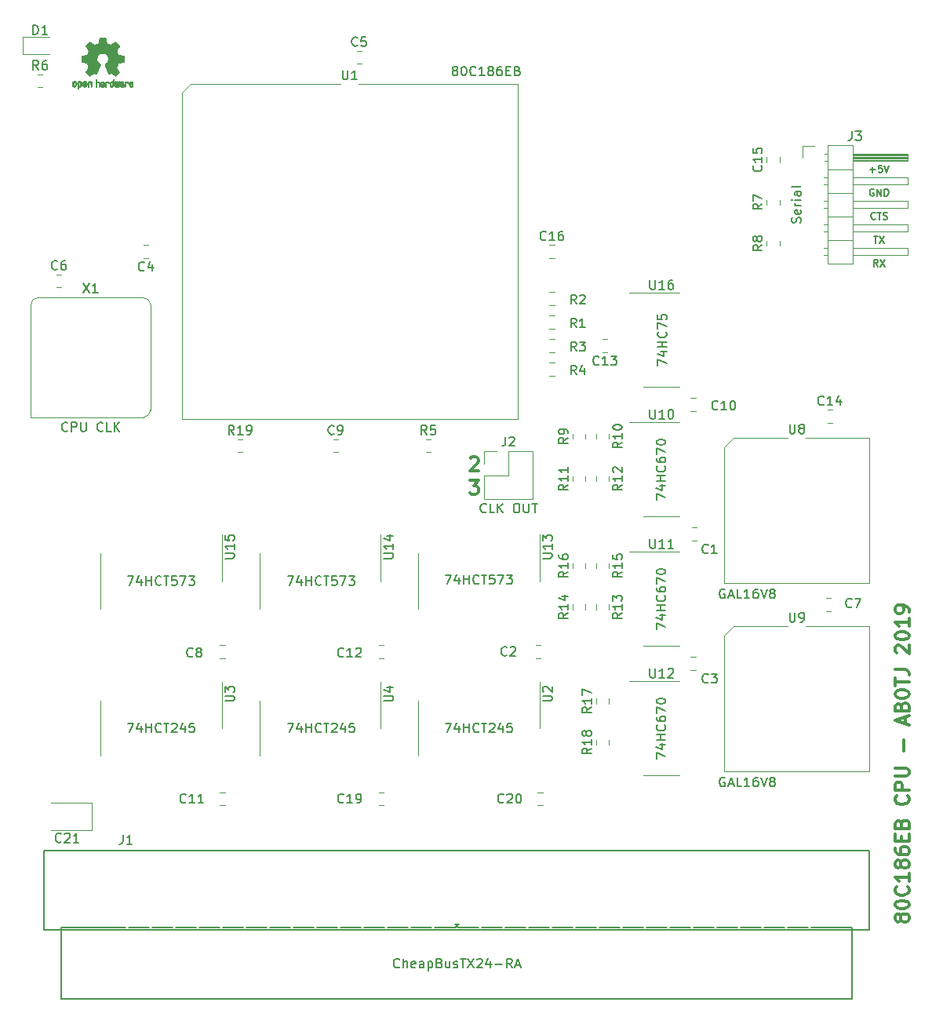
<source format=gbr>
G04 #@! TF.GenerationSoftware,KiCad,Pcbnew,(5.1.4)-1*
G04 #@! TF.CreationDate,2019-10-15T12:33:23-06:00*
G04 #@! TF.ProjectId,Minisys 186 CPU,4d696e69-7379-4732-9031-383620435055,rev?*
G04 #@! TF.SameCoordinates,Original*
G04 #@! TF.FileFunction,Legend,Top*
G04 #@! TF.FilePolarity,Positive*
%FSLAX46Y46*%
G04 Gerber Fmt 4.6, Leading zero omitted, Abs format (unit mm)*
G04 Created by KiCad (PCBNEW (5.1.4)-1) date 2019-10-15 12:33:23*
%MOMM*%
%LPD*%
G04 APERTURE LIST*
%ADD10C,0.300000*%
%ADD11C,0.177800*%
%ADD12C,0.010000*%
%ADD13C,0.120000*%
%ADD14C,0.152400*%
%ADD15C,0.150000*%
G04 APERTURE END LIST*
D10*
X71382000Y-71060571D02*
X72310571Y-71060571D01*
X71810571Y-71632000D01*
X72024857Y-71632000D01*
X72167714Y-71703428D01*
X72239142Y-71774857D01*
X72310571Y-71917714D01*
X72310571Y-72274857D01*
X72239142Y-72417714D01*
X72167714Y-72489142D01*
X72024857Y-72560571D01*
X71596285Y-72560571D01*
X71453428Y-72489142D01*
X71382000Y-72417714D01*
X71453428Y-68663428D02*
X71524857Y-68592000D01*
X71667714Y-68520571D01*
X72024857Y-68520571D01*
X72167714Y-68592000D01*
X72239142Y-68663428D01*
X72310571Y-68806285D01*
X72310571Y-68949142D01*
X72239142Y-69163428D01*
X71382000Y-70020571D01*
X72310571Y-70020571D01*
X117931428Y-118385714D02*
X117860000Y-118528571D01*
X117788571Y-118600000D01*
X117645714Y-118671428D01*
X117574285Y-118671428D01*
X117431428Y-118600000D01*
X117360000Y-118528571D01*
X117288571Y-118385714D01*
X117288571Y-118100000D01*
X117360000Y-117957142D01*
X117431428Y-117885714D01*
X117574285Y-117814285D01*
X117645714Y-117814285D01*
X117788571Y-117885714D01*
X117860000Y-117957142D01*
X117931428Y-118100000D01*
X117931428Y-118385714D01*
X118002857Y-118528571D01*
X118074285Y-118600000D01*
X118217142Y-118671428D01*
X118502857Y-118671428D01*
X118645714Y-118600000D01*
X118717142Y-118528571D01*
X118788571Y-118385714D01*
X118788571Y-118100000D01*
X118717142Y-117957142D01*
X118645714Y-117885714D01*
X118502857Y-117814285D01*
X118217142Y-117814285D01*
X118074285Y-117885714D01*
X118002857Y-117957142D01*
X117931428Y-118100000D01*
X117288571Y-116885714D02*
X117288571Y-116742857D01*
X117360000Y-116600000D01*
X117431428Y-116528571D01*
X117574285Y-116457142D01*
X117860000Y-116385714D01*
X118217142Y-116385714D01*
X118502857Y-116457142D01*
X118645714Y-116528571D01*
X118717142Y-116600000D01*
X118788571Y-116742857D01*
X118788571Y-116885714D01*
X118717142Y-117028571D01*
X118645714Y-117100000D01*
X118502857Y-117171428D01*
X118217142Y-117242857D01*
X117860000Y-117242857D01*
X117574285Y-117171428D01*
X117431428Y-117100000D01*
X117360000Y-117028571D01*
X117288571Y-116885714D01*
X118645714Y-114885714D02*
X118717142Y-114957142D01*
X118788571Y-115171428D01*
X118788571Y-115314285D01*
X118717142Y-115528571D01*
X118574285Y-115671428D01*
X118431428Y-115742857D01*
X118145714Y-115814285D01*
X117931428Y-115814285D01*
X117645714Y-115742857D01*
X117502857Y-115671428D01*
X117360000Y-115528571D01*
X117288571Y-115314285D01*
X117288571Y-115171428D01*
X117360000Y-114957142D01*
X117431428Y-114885714D01*
X118788571Y-113457142D02*
X118788571Y-114314285D01*
X118788571Y-113885714D02*
X117288571Y-113885714D01*
X117502857Y-114028571D01*
X117645714Y-114171428D01*
X117717142Y-114314285D01*
X117931428Y-112600000D02*
X117860000Y-112742857D01*
X117788571Y-112814285D01*
X117645714Y-112885714D01*
X117574285Y-112885714D01*
X117431428Y-112814285D01*
X117360000Y-112742857D01*
X117288571Y-112600000D01*
X117288571Y-112314285D01*
X117360000Y-112171428D01*
X117431428Y-112100000D01*
X117574285Y-112028571D01*
X117645714Y-112028571D01*
X117788571Y-112100000D01*
X117860000Y-112171428D01*
X117931428Y-112314285D01*
X117931428Y-112600000D01*
X118002857Y-112742857D01*
X118074285Y-112814285D01*
X118217142Y-112885714D01*
X118502857Y-112885714D01*
X118645714Y-112814285D01*
X118717142Y-112742857D01*
X118788571Y-112600000D01*
X118788571Y-112314285D01*
X118717142Y-112171428D01*
X118645714Y-112100000D01*
X118502857Y-112028571D01*
X118217142Y-112028571D01*
X118074285Y-112100000D01*
X118002857Y-112171428D01*
X117931428Y-112314285D01*
X117288571Y-110742857D02*
X117288571Y-111028571D01*
X117360000Y-111171428D01*
X117431428Y-111242857D01*
X117645714Y-111385714D01*
X117931428Y-111457142D01*
X118502857Y-111457142D01*
X118645714Y-111385714D01*
X118717142Y-111314285D01*
X118788571Y-111171428D01*
X118788571Y-110885714D01*
X118717142Y-110742857D01*
X118645714Y-110671428D01*
X118502857Y-110600000D01*
X118145714Y-110600000D01*
X118002857Y-110671428D01*
X117931428Y-110742857D01*
X117860000Y-110885714D01*
X117860000Y-111171428D01*
X117931428Y-111314285D01*
X118002857Y-111385714D01*
X118145714Y-111457142D01*
X118002857Y-109957142D02*
X118002857Y-109457142D01*
X118788571Y-109242857D02*
X118788571Y-109957142D01*
X117288571Y-109957142D01*
X117288571Y-109242857D01*
X118002857Y-108100000D02*
X118074285Y-107885714D01*
X118145714Y-107814285D01*
X118288571Y-107742857D01*
X118502857Y-107742857D01*
X118645714Y-107814285D01*
X118717142Y-107885714D01*
X118788571Y-108028571D01*
X118788571Y-108600000D01*
X117288571Y-108600000D01*
X117288571Y-108100000D01*
X117360000Y-107957142D01*
X117431428Y-107885714D01*
X117574285Y-107814285D01*
X117717142Y-107814285D01*
X117860000Y-107885714D01*
X117931428Y-107957142D01*
X118002857Y-108100000D01*
X118002857Y-108600000D01*
X118645714Y-105100000D02*
X118717142Y-105171428D01*
X118788571Y-105385714D01*
X118788571Y-105528571D01*
X118717142Y-105742857D01*
X118574285Y-105885714D01*
X118431428Y-105957142D01*
X118145714Y-106028571D01*
X117931428Y-106028571D01*
X117645714Y-105957142D01*
X117502857Y-105885714D01*
X117360000Y-105742857D01*
X117288571Y-105528571D01*
X117288571Y-105385714D01*
X117360000Y-105171428D01*
X117431428Y-105100000D01*
X118788571Y-104457142D02*
X117288571Y-104457142D01*
X117288571Y-103885714D01*
X117360000Y-103742857D01*
X117431428Y-103671428D01*
X117574285Y-103600000D01*
X117788571Y-103600000D01*
X117931428Y-103671428D01*
X118002857Y-103742857D01*
X118074285Y-103885714D01*
X118074285Y-104457142D01*
X117288571Y-102957142D02*
X118502857Y-102957142D01*
X118645714Y-102885714D01*
X118717142Y-102814285D01*
X118788571Y-102671428D01*
X118788571Y-102385714D01*
X118717142Y-102242857D01*
X118645714Y-102171428D01*
X118502857Y-102100000D01*
X117288571Y-102100000D01*
X118217142Y-100242857D02*
X118217142Y-99100000D01*
X118360000Y-97314285D02*
X118360000Y-96600000D01*
X118788571Y-97457142D02*
X117288571Y-96957142D01*
X118788571Y-96457142D01*
X118002857Y-95457142D02*
X118074285Y-95242857D01*
X118145714Y-95171428D01*
X118288571Y-95100000D01*
X118502857Y-95100000D01*
X118645714Y-95171428D01*
X118717142Y-95242857D01*
X118788571Y-95385714D01*
X118788571Y-95957142D01*
X117288571Y-95957142D01*
X117288571Y-95457142D01*
X117360000Y-95314285D01*
X117431428Y-95242857D01*
X117574285Y-95171428D01*
X117717142Y-95171428D01*
X117860000Y-95242857D01*
X117931428Y-95314285D01*
X118002857Y-95457142D01*
X118002857Y-95957142D01*
X117288571Y-94171428D02*
X117288571Y-94028571D01*
X117360000Y-93885714D01*
X117431428Y-93814285D01*
X117574285Y-93742857D01*
X117860000Y-93671428D01*
X118217142Y-93671428D01*
X118502857Y-93742857D01*
X118645714Y-93814285D01*
X118717142Y-93885714D01*
X118788571Y-94028571D01*
X118788571Y-94171428D01*
X118717142Y-94314285D01*
X118645714Y-94385714D01*
X118502857Y-94457142D01*
X118217142Y-94528571D01*
X117860000Y-94528571D01*
X117574285Y-94457142D01*
X117431428Y-94385714D01*
X117360000Y-94314285D01*
X117288571Y-94171428D01*
X117288571Y-93242857D02*
X117288571Y-92385714D01*
X118788571Y-92814285D02*
X117288571Y-92814285D01*
X117288571Y-91457142D02*
X118360000Y-91457142D01*
X118574285Y-91528571D01*
X118717142Y-91671428D01*
X118788571Y-91885714D01*
X118788571Y-92028571D01*
X117431428Y-89671428D02*
X117360000Y-89600000D01*
X117288571Y-89457142D01*
X117288571Y-89100000D01*
X117360000Y-88957142D01*
X117431428Y-88885714D01*
X117574285Y-88814285D01*
X117717142Y-88814285D01*
X117931428Y-88885714D01*
X118788571Y-89742857D01*
X118788571Y-88814285D01*
X117288571Y-87885714D02*
X117288571Y-87742857D01*
X117360000Y-87600000D01*
X117431428Y-87528571D01*
X117574285Y-87457142D01*
X117860000Y-87385714D01*
X118217142Y-87385714D01*
X118502857Y-87457142D01*
X118645714Y-87528571D01*
X118717142Y-87600000D01*
X118788571Y-87742857D01*
X118788571Y-87885714D01*
X118717142Y-88028571D01*
X118645714Y-88100000D01*
X118502857Y-88171428D01*
X118217142Y-88242857D01*
X117860000Y-88242857D01*
X117574285Y-88171428D01*
X117431428Y-88100000D01*
X117360000Y-88028571D01*
X117288571Y-87885714D01*
X118788571Y-85957142D02*
X118788571Y-86814285D01*
X118788571Y-86385714D02*
X117288571Y-86385714D01*
X117502857Y-86528571D01*
X117645714Y-86671428D01*
X117717142Y-86814285D01*
X118788571Y-85242857D02*
X118788571Y-84957142D01*
X118717142Y-84814285D01*
X118645714Y-84742857D01*
X118431428Y-84600000D01*
X118145714Y-84528571D01*
X117574285Y-84528571D01*
X117431428Y-84600000D01*
X117360000Y-84671428D01*
X117288571Y-84814285D01*
X117288571Y-85100000D01*
X117360000Y-85242857D01*
X117431428Y-85314285D01*
X117574285Y-85385714D01*
X117931428Y-85385714D01*
X118074285Y-85314285D01*
X118145714Y-85242857D01*
X118217142Y-85100000D01*
X118217142Y-84814285D01*
X118145714Y-84671428D01*
X118074285Y-84600000D01*
X117931428Y-84528571D01*
D11*
X115443000Y-47969714D02*
X115189000Y-47606857D01*
X115007571Y-47969714D02*
X115007571Y-47207714D01*
X115297857Y-47207714D01*
X115370428Y-47244000D01*
X115406714Y-47280285D01*
X115443000Y-47352857D01*
X115443000Y-47461714D01*
X115406714Y-47534285D01*
X115370428Y-47570571D01*
X115297857Y-47606857D01*
X115007571Y-47606857D01*
X115697000Y-47207714D02*
X116205000Y-47969714D01*
X116205000Y-47207714D02*
X115697000Y-47969714D01*
X114989428Y-44667714D02*
X115424857Y-44667714D01*
X115207142Y-45429714D02*
X115207142Y-44667714D01*
X115606285Y-44667714D02*
X116114285Y-45429714D01*
X116114285Y-44667714D02*
X115606285Y-45429714D01*
X115152714Y-42817142D02*
X115116428Y-42853428D01*
X115007571Y-42889714D01*
X114935000Y-42889714D01*
X114826142Y-42853428D01*
X114753571Y-42780857D01*
X114717285Y-42708285D01*
X114681000Y-42563142D01*
X114681000Y-42454285D01*
X114717285Y-42309142D01*
X114753571Y-42236571D01*
X114826142Y-42164000D01*
X114935000Y-42127714D01*
X115007571Y-42127714D01*
X115116428Y-42164000D01*
X115152714Y-42200285D01*
X115370428Y-42127714D02*
X115805857Y-42127714D01*
X115588142Y-42889714D02*
X115588142Y-42127714D01*
X116023571Y-42853428D02*
X116132428Y-42889714D01*
X116313857Y-42889714D01*
X116386428Y-42853428D01*
X116422714Y-42817142D01*
X116459000Y-42744571D01*
X116459000Y-42672000D01*
X116422714Y-42599428D01*
X116386428Y-42563142D01*
X116313857Y-42526857D01*
X116168714Y-42490571D01*
X116096142Y-42454285D01*
X116059857Y-42418000D01*
X116023571Y-42345428D01*
X116023571Y-42272857D01*
X116059857Y-42200285D01*
X116096142Y-42164000D01*
X116168714Y-42127714D01*
X116350142Y-42127714D01*
X116459000Y-42164000D01*
X114989428Y-39624000D02*
X114916857Y-39587714D01*
X114808000Y-39587714D01*
X114699142Y-39624000D01*
X114626571Y-39696571D01*
X114590285Y-39769142D01*
X114554000Y-39914285D01*
X114554000Y-40023142D01*
X114590285Y-40168285D01*
X114626571Y-40240857D01*
X114699142Y-40313428D01*
X114808000Y-40349714D01*
X114880571Y-40349714D01*
X114989428Y-40313428D01*
X115025714Y-40277142D01*
X115025714Y-40023142D01*
X114880571Y-40023142D01*
X115352285Y-40349714D02*
X115352285Y-39587714D01*
X115787714Y-40349714D01*
X115787714Y-39587714D01*
X116150571Y-40349714D02*
X116150571Y-39587714D01*
X116332000Y-39587714D01*
X116440857Y-39624000D01*
X116513428Y-39696571D01*
X116549714Y-39769142D01*
X116586000Y-39914285D01*
X116586000Y-40023142D01*
X116549714Y-40168285D01*
X116513428Y-40240857D01*
X116440857Y-40313428D01*
X116332000Y-40349714D01*
X116150571Y-40349714D01*
X114590285Y-37519428D02*
X115170857Y-37519428D01*
X114880571Y-37809714D02*
X114880571Y-37229142D01*
X115896571Y-37047714D02*
X115533714Y-37047714D01*
X115497428Y-37410571D01*
X115533714Y-37374285D01*
X115606285Y-37338000D01*
X115787714Y-37338000D01*
X115860285Y-37374285D01*
X115896571Y-37410571D01*
X115932857Y-37483142D01*
X115932857Y-37664571D01*
X115896571Y-37737142D01*
X115860285Y-37773428D01*
X115787714Y-37809714D01*
X115606285Y-37809714D01*
X115533714Y-37773428D01*
X115497428Y-37737142D01*
X116150571Y-37047714D02*
X116404571Y-37809714D01*
X116658571Y-37047714D01*
D12*
G36*
X31853910Y-23277348D02*
G01*
X31932454Y-23277778D01*
X31989298Y-23278942D01*
X32028105Y-23281207D01*
X32052538Y-23284940D01*
X32066262Y-23290506D01*
X32072940Y-23298273D01*
X32076236Y-23308605D01*
X32076556Y-23309943D01*
X32081562Y-23334079D01*
X32090829Y-23381701D01*
X32103392Y-23447741D01*
X32118287Y-23527128D01*
X32134551Y-23614796D01*
X32135119Y-23617875D01*
X32151410Y-23703789D01*
X32166652Y-23779696D01*
X32179861Y-23841045D01*
X32190054Y-23883282D01*
X32196248Y-23901855D01*
X32196543Y-23902184D01*
X32214788Y-23911253D01*
X32252405Y-23926367D01*
X32301271Y-23944262D01*
X32301543Y-23944358D01*
X32363093Y-23967493D01*
X32435657Y-23996965D01*
X32504057Y-24026597D01*
X32507294Y-24028062D01*
X32618702Y-24078626D01*
X32865399Y-23910160D01*
X32941077Y-23858803D01*
X33009631Y-23812889D01*
X33067088Y-23775030D01*
X33109476Y-23747837D01*
X33132825Y-23733921D01*
X33135042Y-23732889D01*
X33152010Y-23737484D01*
X33183701Y-23759655D01*
X33231352Y-23800447D01*
X33296198Y-23860905D01*
X33362397Y-23925227D01*
X33426214Y-23988612D01*
X33483329Y-24046451D01*
X33530305Y-24095175D01*
X33563703Y-24131210D01*
X33580085Y-24150984D01*
X33580694Y-24152002D01*
X33582505Y-24165572D01*
X33575683Y-24187733D01*
X33558540Y-24221478D01*
X33529393Y-24269800D01*
X33486555Y-24335692D01*
X33429448Y-24420517D01*
X33378766Y-24495177D01*
X33333461Y-24562140D01*
X33296150Y-24617516D01*
X33269452Y-24657420D01*
X33255985Y-24677962D01*
X33255137Y-24679356D01*
X33256781Y-24699038D01*
X33269245Y-24737293D01*
X33290048Y-24786889D01*
X33297462Y-24802728D01*
X33329814Y-24873290D01*
X33364328Y-24953353D01*
X33392365Y-25022629D01*
X33412568Y-25074045D01*
X33428615Y-25113119D01*
X33437888Y-25133541D01*
X33439041Y-25135114D01*
X33456096Y-25137721D01*
X33496298Y-25144863D01*
X33554302Y-25155523D01*
X33624763Y-25168685D01*
X33702335Y-25183333D01*
X33781672Y-25198449D01*
X33857431Y-25213018D01*
X33924264Y-25226022D01*
X33976828Y-25236445D01*
X34009776Y-25243270D01*
X34017857Y-25245199D01*
X34026205Y-25249962D01*
X34032506Y-25260718D01*
X34037045Y-25281098D01*
X34040104Y-25314734D01*
X34041967Y-25365255D01*
X34042918Y-25436292D01*
X34043240Y-25531476D01*
X34043257Y-25570492D01*
X34043257Y-25887799D01*
X33967057Y-25902839D01*
X33924663Y-25910995D01*
X33861400Y-25922899D01*
X33784962Y-25937116D01*
X33703043Y-25952210D01*
X33680400Y-25956355D01*
X33604806Y-25971053D01*
X33538953Y-25985505D01*
X33488366Y-25998375D01*
X33458574Y-26008322D01*
X33453612Y-26011287D01*
X33441426Y-26032283D01*
X33423953Y-26072967D01*
X33404577Y-26125322D01*
X33400734Y-26136600D01*
X33375339Y-26206523D01*
X33343817Y-26285418D01*
X33312969Y-26356266D01*
X33312817Y-26356595D01*
X33261447Y-26467733D01*
X33430399Y-26716253D01*
X33599352Y-26964772D01*
X33382429Y-27182058D01*
X33316819Y-27246726D01*
X33256979Y-27303733D01*
X33206267Y-27350033D01*
X33168046Y-27382584D01*
X33145675Y-27398343D01*
X33142466Y-27399343D01*
X33123626Y-27391469D01*
X33085180Y-27369578D01*
X33031330Y-27336267D01*
X32966276Y-27294131D01*
X32895940Y-27246943D01*
X32824555Y-27198810D01*
X32760908Y-27156928D01*
X32709041Y-27123871D01*
X32672995Y-27102218D01*
X32656867Y-27094543D01*
X32637189Y-27101037D01*
X32599875Y-27118150D01*
X32552621Y-27142326D01*
X32547612Y-27145013D01*
X32483977Y-27176927D01*
X32440341Y-27192579D01*
X32413202Y-27192745D01*
X32399057Y-27178204D01*
X32398975Y-27178000D01*
X32391905Y-27160779D01*
X32375042Y-27119899D01*
X32349695Y-27058525D01*
X32317171Y-26979819D01*
X32278778Y-26886947D01*
X32235822Y-26783072D01*
X32194222Y-26682502D01*
X32148504Y-26571516D01*
X32106526Y-26468703D01*
X32069548Y-26377215D01*
X32038827Y-26300201D01*
X32015622Y-26240815D01*
X32001190Y-26202209D01*
X31996743Y-26187800D01*
X32007896Y-26171272D01*
X32037069Y-26144930D01*
X32075971Y-26115887D01*
X32186757Y-26024039D01*
X32273351Y-25918759D01*
X32334716Y-25802266D01*
X32369815Y-25676776D01*
X32377608Y-25544507D01*
X32371943Y-25483457D01*
X32341078Y-25356795D01*
X32287920Y-25244941D01*
X32215767Y-25149001D01*
X32127917Y-25070076D01*
X32027665Y-25009270D01*
X31918310Y-24967687D01*
X31803147Y-24946428D01*
X31685475Y-24946599D01*
X31568590Y-24969301D01*
X31455789Y-25015638D01*
X31350369Y-25086713D01*
X31306368Y-25126911D01*
X31221979Y-25230129D01*
X31163222Y-25342925D01*
X31129704Y-25462010D01*
X31121035Y-25584095D01*
X31136823Y-25705893D01*
X31176678Y-25824116D01*
X31240207Y-25935475D01*
X31327021Y-26036684D01*
X31424029Y-26115887D01*
X31464437Y-26146162D01*
X31492982Y-26172219D01*
X31503257Y-26187825D01*
X31497877Y-26204843D01*
X31482575Y-26245500D01*
X31458612Y-26306642D01*
X31427244Y-26385119D01*
X31389732Y-26477780D01*
X31347333Y-26581472D01*
X31305663Y-26682526D01*
X31259690Y-26793607D01*
X31217107Y-26896541D01*
X31179221Y-26988165D01*
X31147340Y-27065316D01*
X31122771Y-27124831D01*
X31106820Y-27163544D01*
X31100910Y-27178000D01*
X31086948Y-27192685D01*
X31059940Y-27192642D01*
X31016413Y-27177099D01*
X30952890Y-27145284D01*
X30952388Y-27145013D01*
X30904560Y-27120323D01*
X30865897Y-27102338D01*
X30844095Y-27094614D01*
X30843133Y-27094543D01*
X30826721Y-27102378D01*
X30790487Y-27124165D01*
X30738474Y-27157328D01*
X30674725Y-27199291D01*
X30604060Y-27246943D01*
X30532116Y-27295191D01*
X30467274Y-27337151D01*
X30413735Y-27370227D01*
X30375697Y-27391821D01*
X30357533Y-27399343D01*
X30340808Y-27389457D01*
X30307180Y-27361826D01*
X30260010Y-27319495D01*
X30202658Y-27265505D01*
X30138484Y-27202899D01*
X30117497Y-27181983D01*
X29900499Y-26964623D01*
X30065668Y-26722220D01*
X30115864Y-26647781D01*
X30159919Y-26580972D01*
X30195362Y-26525665D01*
X30219719Y-26485729D01*
X30230522Y-26465036D01*
X30230838Y-26463563D01*
X30225143Y-26444058D01*
X30209826Y-26404822D01*
X30187537Y-26352430D01*
X30171893Y-26317355D01*
X30142641Y-26250201D01*
X30115094Y-26182358D01*
X30093737Y-26125034D01*
X30087935Y-26107572D01*
X30071452Y-26060938D01*
X30055340Y-26024905D01*
X30046490Y-26011287D01*
X30026960Y-26002952D01*
X29984334Y-25991137D01*
X29924145Y-25977181D01*
X29851922Y-25962422D01*
X29819600Y-25956355D01*
X29737522Y-25941273D01*
X29658795Y-25926669D01*
X29591109Y-25913980D01*
X29542160Y-25904642D01*
X29532943Y-25902839D01*
X29456743Y-25887799D01*
X29456743Y-25570492D01*
X29456914Y-25466154D01*
X29457616Y-25387213D01*
X29459134Y-25330038D01*
X29461749Y-25290999D01*
X29465746Y-25266465D01*
X29471409Y-25252805D01*
X29479020Y-25246389D01*
X29482143Y-25245199D01*
X29500978Y-25240980D01*
X29542588Y-25232562D01*
X29601630Y-25220961D01*
X29672757Y-25207195D01*
X29750625Y-25192280D01*
X29829887Y-25177232D01*
X29905198Y-25163069D01*
X29971213Y-25150806D01*
X30022587Y-25141461D01*
X30053975Y-25136050D01*
X30060959Y-25135114D01*
X30067285Y-25122596D01*
X30081290Y-25089246D01*
X30100355Y-25041377D01*
X30107634Y-25022629D01*
X30136996Y-24950195D01*
X30171571Y-24870170D01*
X30202537Y-24802728D01*
X30225323Y-24751159D01*
X30240482Y-24708785D01*
X30245542Y-24682834D01*
X30244736Y-24679356D01*
X30234041Y-24662936D01*
X30209620Y-24626417D01*
X30174095Y-24573687D01*
X30130087Y-24508635D01*
X30080217Y-24435151D01*
X30070356Y-24420645D01*
X30012492Y-24334704D01*
X29969956Y-24269261D01*
X29941054Y-24221304D01*
X29924090Y-24187820D01*
X29917367Y-24165795D01*
X29919190Y-24152217D01*
X29919236Y-24152131D01*
X29933586Y-24134297D01*
X29965323Y-24099817D01*
X30011010Y-24052268D01*
X30067204Y-23995222D01*
X30130468Y-23932255D01*
X30137602Y-23925227D01*
X30217330Y-23848020D01*
X30278857Y-23791330D01*
X30323421Y-23754110D01*
X30352257Y-23735315D01*
X30364958Y-23732889D01*
X30383494Y-23743471D01*
X30421961Y-23767916D01*
X30476386Y-23803612D01*
X30542798Y-23847947D01*
X30617225Y-23898311D01*
X30634601Y-23910160D01*
X30881297Y-24078626D01*
X30992706Y-24028062D01*
X31060457Y-23998595D01*
X31133183Y-23968959D01*
X31195703Y-23945330D01*
X31198457Y-23944358D01*
X31247360Y-23926457D01*
X31285057Y-23911320D01*
X31303425Y-23902210D01*
X31303456Y-23902184D01*
X31309285Y-23885717D01*
X31319192Y-23845219D01*
X31332195Y-23785242D01*
X31347309Y-23710340D01*
X31363552Y-23625064D01*
X31364881Y-23617875D01*
X31381175Y-23530014D01*
X31396133Y-23450260D01*
X31408791Y-23383681D01*
X31418186Y-23335347D01*
X31423354Y-23310325D01*
X31423444Y-23309943D01*
X31426589Y-23299299D01*
X31432704Y-23291262D01*
X31445453Y-23285467D01*
X31468500Y-23281547D01*
X31505509Y-23279135D01*
X31560144Y-23277865D01*
X31636067Y-23277371D01*
X31736944Y-23277286D01*
X31750000Y-23277286D01*
X31853910Y-23277348D01*
X31853910Y-23277348D01*
G37*
X31853910Y-23277348D02*
X31932454Y-23277778D01*
X31989298Y-23278942D01*
X32028105Y-23281207D01*
X32052538Y-23284940D01*
X32066262Y-23290506D01*
X32072940Y-23298273D01*
X32076236Y-23308605D01*
X32076556Y-23309943D01*
X32081562Y-23334079D01*
X32090829Y-23381701D01*
X32103392Y-23447741D01*
X32118287Y-23527128D01*
X32134551Y-23614796D01*
X32135119Y-23617875D01*
X32151410Y-23703789D01*
X32166652Y-23779696D01*
X32179861Y-23841045D01*
X32190054Y-23883282D01*
X32196248Y-23901855D01*
X32196543Y-23902184D01*
X32214788Y-23911253D01*
X32252405Y-23926367D01*
X32301271Y-23944262D01*
X32301543Y-23944358D01*
X32363093Y-23967493D01*
X32435657Y-23996965D01*
X32504057Y-24026597D01*
X32507294Y-24028062D01*
X32618702Y-24078626D01*
X32865399Y-23910160D01*
X32941077Y-23858803D01*
X33009631Y-23812889D01*
X33067088Y-23775030D01*
X33109476Y-23747837D01*
X33132825Y-23733921D01*
X33135042Y-23732889D01*
X33152010Y-23737484D01*
X33183701Y-23759655D01*
X33231352Y-23800447D01*
X33296198Y-23860905D01*
X33362397Y-23925227D01*
X33426214Y-23988612D01*
X33483329Y-24046451D01*
X33530305Y-24095175D01*
X33563703Y-24131210D01*
X33580085Y-24150984D01*
X33580694Y-24152002D01*
X33582505Y-24165572D01*
X33575683Y-24187733D01*
X33558540Y-24221478D01*
X33529393Y-24269800D01*
X33486555Y-24335692D01*
X33429448Y-24420517D01*
X33378766Y-24495177D01*
X33333461Y-24562140D01*
X33296150Y-24617516D01*
X33269452Y-24657420D01*
X33255985Y-24677962D01*
X33255137Y-24679356D01*
X33256781Y-24699038D01*
X33269245Y-24737293D01*
X33290048Y-24786889D01*
X33297462Y-24802728D01*
X33329814Y-24873290D01*
X33364328Y-24953353D01*
X33392365Y-25022629D01*
X33412568Y-25074045D01*
X33428615Y-25113119D01*
X33437888Y-25133541D01*
X33439041Y-25135114D01*
X33456096Y-25137721D01*
X33496298Y-25144863D01*
X33554302Y-25155523D01*
X33624763Y-25168685D01*
X33702335Y-25183333D01*
X33781672Y-25198449D01*
X33857431Y-25213018D01*
X33924264Y-25226022D01*
X33976828Y-25236445D01*
X34009776Y-25243270D01*
X34017857Y-25245199D01*
X34026205Y-25249962D01*
X34032506Y-25260718D01*
X34037045Y-25281098D01*
X34040104Y-25314734D01*
X34041967Y-25365255D01*
X34042918Y-25436292D01*
X34043240Y-25531476D01*
X34043257Y-25570492D01*
X34043257Y-25887799D01*
X33967057Y-25902839D01*
X33924663Y-25910995D01*
X33861400Y-25922899D01*
X33784962Y-25937116D01*
X33703043Y-25952210D01*
X33680400Y-25956355D01*
X33604806Y-25971053D01*
X33538953Y-25985505D01*
X33488366Y-25998375D01*
X33458574Y-26008322D01*
X33453612Y-26011287D01*
X33441426Y-26032283D01*
X33423953Y-26072967D01*
X33404577Y-26125322D01*
X33400734Y-26136600D01*
X33375339Y-26206523D01*
X33343817Y-26285418D01*
X33312969Y-26356266D01*
X33312817Y-26356595D01*
X33261447Y-26467733D01*
X33430399Y-26716253D01*
X33599352Y-26964772D01*
X33382429Y-27182058D01*
X33316819Y-27246726D01*
X33256979Y-27303733D01*
X33206267Y-27350033D01*
X33168046Y-27382584D01*
X33145675Y-27398343D01*
X33142466Y-27399343D01*
X33123626Y-27391469D01*
X33085180Y-27369578D01*
X33031330Y-27336267D01*
X32966276Y-27294131D01*
X32895940Y-27246943D01*
X32824555Y-27198810D01*
X32760908Y-27156928D01*
X32709041Y-27123871D01*
X32672995Y-27102218D01*
X32656867Y-27094543D01*
X32637189Y-27101037D01*
X32599875Y-27118150D01*
X32552621Y-27142326D01*
X32547612Y-27145013D01*
X32483977Y-27176927D01*
X32440341Y-27192579D01*
X32413202Y-27192745D01*
X32399057Y-27178204D01*
X32398975Y-27178000D01*
X32391905Y-27160779D01*
X32375042Y-27119899D01*
X32349695Y-27058525D01*
X32317171Y-26979819D01*
X32278778Y-26886947D01*
X32235822Y-26783072D01*
X32194222Y-26682502D01*
X32148504Y-26571516D01*
X32106526Y-26468703D01*
X32069548Y-26377215D01*
X32038827Y-26300201D01*
X32015622Y-26240815D01*
X32001190Y-26202209D01*
X31996743Y-26187800D01*
X32007896Y-26171272D01*
X32037069Y-26144930D01*
X32075971Y-26115887D01*
X32186757Y-26024039D01*
X32273351Y-25918759D01*
X32334716Y-25802266D01*
X32369815Y-25676776D01*
X32377608Y-25544507D01*
X32371943Y-25483457D01*
X32341078Y-25356795D01*
X32287920Y-25244941D01*
X32215767Y-25149001D01*
X32127917Y-25070076D01*
X32027665Y-25009270D01*
X31918310Y-24967687D01*
X31803147Y-24946428D01*
X31685475Y-24946599D01*
X31568590Y-24969301D01*
X31455789Y-25015638D01*
X31350369Y-25086713D01*
X31306368Y-25126911D01*
X31221979Y-25230129D01*
X31163222Y-25342925D01*
X31129704Y-25462010D01*
X31121035Y-25584095D01*
X31136823Y-25705893D01*
X31176678Y-25824116D01*
X31240207Y-25935475D01*
X31327021Y-26036684D01*
X31424029Y-26115887D01*
X31464437Y-26146162D01*
X31492982Y-26172219D01*
X31503257Y-26187825D01*
X31497877Y-26204843D01*
X31482575Y-26245500D01*
X31458612Y-26306642D01*
X31427244Y-26385119D01*
X31389732Y-26477780D01*
X31347333Y-26581472D01*
X31305663Y-26682526D01*
X31259690Y-26793607D01*
X31217107Y-26896541D01*
X31179221Y-26988165D01*
X31147340Y-27065316D01*
X31122771Y-27124831D01*
X31106820Y-27163544D01*
X31100910Y-27178000D01*
X31086948Y-27192685D01*
X31059940Y-27192642D01*
X31016413Y-27177099D01*
X30952890Y-27145284D01*
X30952388Y-27145013D01*
X30904560Y-27120323D01*
X30865897Y-27102338D01*
X30844095Y-27094614D01*
X30843133Y-27094543D01*
X30826721Y-27102378D01*
X30790487Y-27124165D01*
X30738474Y-27157328D01*
X30674725Y-27199291D01*
X30604060Y-27246943D01*
X30532116Y-27295191D01*
X30467274Y-27337151D01*
X30413735Y-27370227D01*
X30375697Y-27391821D01*
X30357533Y-27399343D01*
X30340808Y-27389457D01*
X30307180Y-27361826D01*
X30260010Y-27319495D01*
X30202658Y-27265505D01*
X30138484Y-27202899D01*
X30117497Y-27181983D01*
X29900499Y-26964623D01*
X30065668Y-26722220D01*
X30115864Y-26647781D01*
X30159919Y-26580972D01*
X30195362Y-26525665D01*
X30219719Y-26485729D01*
X30230522Y-26465036D01*
X30230838Y-26463563D01*
X30225143Y-26444058D01*
X30209826Y-26404822D01*
X30187537Y-26352430D01*
X30171893Y-26317355D01*
X30142641Y-26250201D01*
X30115094Y-26182358D01*
X30093737Y-26125034D01*
X30087935Y-26107572D01*
X30071452Y-26060938D01*
X30055340Y-26024905D01*
X30046490Y-26011287D01*
X30026960Y-26002952D01*
X29984334Y-25991137D01*
X29924145Y-25977181D01*
X29851922Y-25962422D01*
X29819600Y-25956355D01*
X29737522Y-25941273D01*
X29658795Y-25926669D01*
X29591109Y-25913980D01*
X29542160Y-25904642D01*
X29532943Y-25902839D01*
X29456743Y-25887799D01*
X29456743Y-25570492D01*
X29456914Y-25466154D01*
X29457616Y-25387213D01*
X29459134Y-25330038D01*
X29461749Y-25290999D01*
X29465746Y-25266465D01*
X29471409Y-25252805D01*
X29479020Y-25246389D01*
X29482143Y-25245199D01*
X29500978Y-25240980D01*
X29542588Y-25232562D01*
X29601630Y-25220961D01*
X29672757Y-25207195D01*
X29750625Y-25192280D01*
X29829887Y-25177232D01*
X29905198Y-25163069D01*
X29971213Y-25150806D01*
X30022587Y-25141461D01*
X30053975Y-25136050D01*
X30060959Y-25135114D01*
X30067285Y-25122596D01*
X30081290Y-25089246D01*
X30100355Y-25041377D01*
X30107634Y-25022629D01*
X30136996Y-24950195D01*
X30171571Y-24870170D01*
X30202537Y-24802728D01*
X30225323Y-24751159D01*
X30240482Y-24708785D01*
X30245542Y-24682834D01*
X30244736Y-24679356D01*
X30234041Y-24662936D01*
X30209620Y-24626417D01*
X30174095Y-24573687D01*
X30130087Y-24508635D01*
X30080217Y-24435151D01*
X30070356Y-24420645D01*
X30012492Y-24334704D01*
X29969956Y-24269261D01*
X29941054Y-24221304D01*
X29924090Y-24187820D01*
X29917367Y-24165795D01*
X29919190Y-24152217D01*
X29919236Y-24152131D01*
X29933586Y-24134297D01*
X29965323Y-24099817D01*
X30011010Y-24052268D01*
X30067204Y-23995222D01*
X30130468Y-23932255D01*
X30137602Y-23925227D01*
X30217330Y-23848020D01*
X30278857Y-23791330D01*
X30323421Y-23754110D01*
X30352257Y-23735315D01*
X30364958Y-23732889D01*
X30383494Y-23743471D01*
X30421961Y-23767916D01*
X30476386Y-23803612D01*
X30542798Y-23847947D01*
X30617225Y-23898311D01*
X30634601Y-23910160D01*
X30881297Y-24078626D01*
X30992706Y-24028062D01*
X31060457Y-23998595D01*
X31133183Y-23968959D01*
X31195703Y-23945330D01*
X31198457Y-23944358D01*
X31247360Y-23926457D01*
X31285057Y-23911320D01*
X31303425Y-23902210D01*
X31303456Y-23902184D01*
X31309285Y-23885717D01*
X31319192Y-23845219D01*
X31332195Y-23785242D01*
X31347309Y-23710340D01*
X31363552Y-23625064D01*
X31364881Y-23617875D01*
X31381175Y-23530014D01*
X31396133Y-23450260D01*
X31408791Y-23383681D01*
X31418186Y-23335347D01*
X31423354Y-23310325D01*
X31423444Y-23309943D01*
X31426589Y-23299299D01*
X31432704Y-23291262D01*
X31445453Y-23285467D01*
X31468500Y-23281547D01*
X31505509Y-23279135D01*
X31560144Y-23277865D01*
X31636067Y-23277371D01*
X31736944Y-23277286D01*
X31750000Y-23277286D01*
X31853910Y-23277348D01*
G36*
X34903595Y-28001966D02*
G01*
X34961021Y-28039497D01*
X34988719Y-28073096D01*
X35010662Y-28134064D01*
X35012405Y-28182308D01*
X35008457Y-28246816D01*
X34859686Y-28311934D01*
X34787349Y-28345202D01*
X34740084Y-28371964D01*
X34715507Y-28395144D01*
X34711237Y-28417667D01*
X34724889Y-28442455D01*
X34739943Y-28458886D01*
X34783746Y-28485235D01*
X34831389Y-28487081D01*
X34875145Y-28466546D01*
X34907289Y-28425752D01*
X34913038Y-28411347D01*
X34940576Y-28366356D01*
X34972258Y-28347182D01*
X35015714Y-28330779D01*
X35015714Y-28392966D01*
X35011872Y-28435283D01*
X34996823Y-28470969D01*
X34965280Y-28511943D01*
X34960592Y-28517267D01*
X34925506Y-28553720D01*
X34895347Y-28573283D01*
X34857615Y-28582283D01*
X34826335Y-28585230D01*
X34770385Y-28585965D01*
X34730555Y-28576660D01*
X34705708Y-28562846D01*
X34666656Y-28532467D01*
X34639625Y-28499613D01*
X34622517Y-28458294D01*
X34613238Y-28402521D01*
X34609693Y-28326305D01*
X34609410Y-28287622D01*
X34610372Y-28241247D01*
X34698007Y-28241247D01*
X34699023Y-28266126D01*
X34701556Y-28270200D01*
X34718274Y-28264665D01*
X34754249Y-28250017D01*
X34802331Y-28229190D01*
X34812386Y-28224714D01*
X34873152Y-28193814D01*
X34906632Y-28166657D01*
X34913990Y-28141220D01*
X34896391Y-28115481D01*
X34881856Y-28104109D01*
X34829410Y-28081364D01*
X34780322Y-28085122D01*
X34739227Y-28112884D01*
X34710758Y-28162152D01*
X34701631Y-28201257D01*
X34698007Y-28241247D01*
X34610372Y-28241247D01*
X34611285Y-28197249D01*
X34618196Y-28130384D01*
X34631884Y-28081695D01*
X34654096Y-28045849D01*
X34686574Y-28017513D01*
X34700733Y-28008355D01*
X34765053Y-27984507D01*
X34835473Y-27983006D01*
X34903595Y-28001966D01*
X34903595Y-28001966D01*
G37*
X34903595Y-28001966D02*
X34961021Y-28039497D01*
X34988719Y-28073096D01*
X35010662Y-28134064D01*
X35012405Y-28182308D01*
X35008457Y-28246816D01*
X34859686Y-28311934D01*
X34787349Y-28345202D01*
X34740084Y-28371964D01*
X34715507Y-28395144D01*
X34711237Y-28417667D01*
X34724889Y-28442455D01*
X34739943Y-28458886D01*
X34783746Y-28485235D01*
X34831389Y-28487081D01*
X34875145Y-28466546D01*
X34907289Y-28425752D01*
X34913038Y-28411347D01*
X34940576Y-28366356D01*
X34972258Y-28347182D01*
X35015714Y-28330779D01*
X35015714Y-28392966D01*
X35011872Y-28435283D01*
X34996823Y-28470969D01*
X34965280Y-28511943D01*
X34960592Y-28517267D01*
X34925506Y-28553720D01*
X34895347Y-28573283D01*
X34857615Y-28582283D01*
X34826335Y-28585230D01*
X34770385Y-28585965D01*
X34730555Y-28576660D01*
X34705708Y-28562846D01*
X34666656Y-28532467D01*
X34639625Y-28499613D01*
X34622517Y-28458294D01*
X34613238Y-28402521D01*
X34609693Y-28326305D01*
X34609410Y-28287622D01*
X34610372Y-28241247D01*
X34698007Y-28241247D01*
X34699023Y-28266126D01*
X34701556Y-28270200D01*
X34718274Y-28264665D01*
X34754249Y-28250017D01*
X34802331Y-28229190D01*
X34812386Y-28224714D01*
X34873152Y-28193814D01*
X34906632Y-28166657D01*
X34913990Y-28141220D01*
X34896391Y-28115481D01*
X34881856Y-28104109D01*
X34829410Y-28081364D01*
X34780322Y-28085122D01*
X34739227Y-28112884D01*
X34710758Y-28162152D01*
X34701631Y-28201257D01*
X34698007Y-28241247D01*
X34610372Y-28241247D01*
X34611285Y-28197249D01*
X34618196Y-28130384D01*
X34631884Y-28081695D01*
X34654096Y-28045849D01*
X34686574Y-28017513D01*
X34700733Y-28008355D01*
X34765053Y-27984507D01*
X34835473Y-27983006D01*
X34903595Y-28001966D01*
G36*
X34402600Y-27993752D02*
G01*
X34419948Y-28001334D01*
X34461356Y-28034128D01*
X34496765Y-28081547D01*
X34518664Y-28132151D01*
X34522229Y-28157098D01*
X34510279Y-28191927D01*
X34484067Y-28210357D01*
X34455964Y-28221516D01*
X34443095Y-28223572D01*
X34436829Y-28208649D01*
X34424456Y-28176175D01*
X34419028Y-28161502D01*
X34388590Y-28110744D01*
X34344520Y-28085427D01*
X34288010Y-28086206D01*
X34283825Y-28087203D01*
X34253655Y-28101507D01*
X34231476Y-28129393D01*
X34216327Y-28174287D01*
X34207250Y-28239615D01*
X34203286Y-28328804D01*
X34202914Y-28376261D01*
X34202730Y-28451071D01*
X34201522Y-28502069D01*
X34198309Y-28534471D01*
X34192109Y-28553495D01*
X34181940Y-28564356D01*
X34166819Y-28572272D01*
X34165946Y-28572670D01*
X34136828Y-28584981D01*
X34122403Y-28589514D01*
X34120186Y-28575809D01*
X34118289Y-28537925D01*
X34116847Y-28480715D01*
X34115998Y-28409027D01*
X34115829Y-28356565D01*
X34116692Y-28255047D01*
X34120070Y-28178032D01*
X34127142Y-28121023D01*
X34139088Y-28079526D01*
X34157090Y-28049043D01*
X34182327Y-28025080D01*
X34207247Y-28008355D01*
X34267171Y-27986097D01*
X34336911Y-27981076D01*
X34402600Y-27993752D01*
X34402600Y-27993752D01*
G37*
X34402600Y-27993752D02*
X34419948Y-28001334D01*
X34461356Y-28034128D01*
X34496765Y-28081547D01*
X34518664Y-28132151D01*
X34522229Y-28157098D01*
X34510279Y-28191927D01*
X34484067Y-28210357D01*
X34455964Y-28221516D01*
X34443095Y-28223572D01*
X34436829Y-28208649D01*
X34424456Y-28176175D01*
X34419028Y-28161502D01*
X34388590Y-28110744D01*
X34344520Y-28085427D01*
X34288010Y-28086206D01*
X34283825Y-28087203D01*
X34253655Y-28101507D01*
X34231476Y-28129393D01*
X34216327Y-28174287D01*
X34207250Y-28239615D01*
X34203286Y-28328804D01*
X34202914Y-28376261D01*
X34202730Y-28451071D01*
X34201522Y-28502069D01*
X34198309Y-28534471D01*
X34192109Y-28553495D01*
X34181940Y-28564356D01*
X34166819Y-28572272D01*
X34165946Y-28572670D01*
X34136828Y-28584981D01*
X34122403Y-28589514D01*
X34120186Y-28575809D01*
X34118289Y-28537925D01*
X34116847Y-28480715D01*
X34115998Y-28409027D01*
X34115829Y-28356565D01*
X34116692Y-28255047D01*
X34120070Y-28178032D01*
X34127142Y-28121023D01*
X34139088Y-28079526D01*
X34157090Y-28049043D01*
X34182327Y-28025080D01*
X34207247Y-28008355D01*
X34267171Y-27986097D01*
X34336911Y-27981076D01*
X34402600Y-27993752D01*
G36*
X33894876Y-27991335D02*
G01*
X33936667Y-28010344D01*
X33969469Y-28033378D01*
X33993503Y-28059133D01*
X34010097Y-28092358D01*
X34020577Y-28137800D01*
X34026271Y-28200207D01*
X34028507Y-28284327D01*
X34028743Y-28339721D01*
X34028743Y-28555826D01*
X33991774Y-28572670D01*
X33962656Y-28584981D01*
X33948231Y-28589514D01*
X33945472Y-28576025D01*
X33943282Y-28539653D01*
X33941942Y-28486542D01*
X33941657Y-28444372D01*
X33940434Y-28383447D01*
X33937136Y-28335115D01*
X33932321Y-28305518D01*
X33928496Y-28299229D01*
X33902783Y-28305652D01*
X33862418Y-28322125D01*
X33815679Y-28344458D01*
X33770845Y-28368457D01*
X33736193Y-28389930D01*
X33720002Y-28404685D01*
X33719938Y-28404845D01*
X33721330Y-28432152D01*
X33733818Y-28458219D01*
X33755743Y-28479392D01*
X33787743Y-28486474D01*
X33815092Y-28485649D01*
X33853826Y-28485042D01*
X33874158Y-28494116D01*
X33886369Y-28518092D01*
X33887909Y-28522613D01*
X33893203Y-28556806D01*
X33879047Y-28577568D01*
X33842148Y-28587462D01*
X33802289Y-28589292D01*
X33730562Y-28575727D01*
X33693432Y-28556355D01*
X33647576Y-28510845D01*
X33623256Y-28454983D01*
X33621073Y-28395957D01*
X33641629Y-28340953D01*
X33672549Y-28306486D01*
X33703420Y-28287189D01*
X33751942Y-28262759D01*
X33808485Y-28237985D01*
X33817910Y-28234199D01*
X33880019Y-28206791D01*
X33915822Y-28182634D01*
X33927337Y-28158619D01*
X33916580Y-28131635D01*
X33898114Y-28110543D01*
X33854469Y-28084572D01*
X33806446Y-28082624D01*
X33762406Y-28102637D01*
X33730709Y-28142551D01*
X33726549Y-28152848D01*
X33702327Y-28190724D01*
X33666965Y-28218842D01*
X33622343Y-28241917D01*
X33622343Y-28176485D01*
X33624969Y-28136506D01*
X33636230Y-28104997D01*
X33661199Y-28071378D01*
X33685169Y-28045484D01*
X33722441Y-28008817D01*
X33751401Y-27989121D01*
X33782505Y-27981220D01*
X33817713Y-27979914D01*
X33894876Y-27991335D01*
X33894876Y-27991335D01*
G37*
X33894876Y-27991335D02*
X33936667Y-28010344D01*
X33969469Y-28033378D01*
X33993503Y-28059133D01*
X34010097Y-28092358D01*
X34020577Y-28137800D01*
X34026271Y-28200207D01*
X34028507Y-28284327D01*
X34028743Y-28339721D01*
X34028743Y-28555826D01*
X33991774Y-28572670D01*
X33962656Y-28584981D01*
X33948231Y-28589514D01*
X33945472Y-28576025D01*
X33943282Y-28539653D01*
X33941942Y-28486542D01*
X33941657Y-28444372D01*
X33940434Y-28383447D01*
X33937136Y-28335115D01*
X33932321Y-28305518D01*
X33928496Y-28299229D01*
X33902783Y-28305652D01*
X33862418Y-28322125D01*
X33815679Y-28344458D01*
X33770845Y-28368457D01*
X33736193Y-28389930D01*
X33720002Y-28404685D01*
X33719938Y-28404845D01*
X33721330Y-28432152D01*
X33733818Y-28458219D01*
X33755743Y-28479392D01*
X33787743Y-28486474D01*
X33815092Y-28485649D01*
X33853826Y-28485042D01*
X33874158Y-28494116D01*
X33886369Y-28518092D01*
X33887909Y-28522613D01*
X33893203Y-28556806D01*
X33879047Y-28577568D01*
X33842148Y-28587462D01*
X33802289Y-28589292D01*
X33730562Y-28575727D01*
X33693432Y-28556355D01*
X33647576Y-28510845D01*
X33623256Y-28454983D01*
X33621073Y-28395957D01*
X33641629Y-28340953D01*
X33672549Y-28306486D01*
X33703420Y-28287189D01*
X33751942Y-28262759D01*
X33808485Y-28237985D01*
X33817910Y-28234199D01*
X33880019Y-28206791D01*
X33915822Y-28182634D01*
X33927337Y-28158619D01*
X33916580Y-28131635D01*
X33898114Y-28110543D01*
X33854469Y-28084572D01*
X33806446Y-28082624D01*
X33762406Y-28102637D01*
X33730709Y-28142551D01*
X33726549Y-28152848D01*
X33702327Y-28190724D01*
X33666965Y-28218842D01*
X33622343Y-28241917D01*
X33622343Y-28176485D01*
X33624969Y-28136506D01*
X33636230Y-28104997D01*
X33661199Y-28071378D01*
X33685169Y-28045484D01*
X33722441Y-28008817D01*
X33751401Y-27989121D01*
X33782505Y-27981220D01*
X33817713Y-27979914D01*
X33894876Y-27991335D01*
G36*
X33529833Y-27993663D02*
G01*
X33532048Y-28031850D01*
X33533784Y-28089886D01*
X33534899Y-28163180D01*
X33535257Y-28240055D01*
X33535257Y-28500196D01*
X33489326Y-28546127D01*
X33457675Y-28574429D01*
X33429890Y-28585893D01*
X33391915Y-28585168D01*
X33376840Y-28583321D01*
X33329726Y-28577948D01*
X33290756Y-28574869D01*
X33281257Y-28574585D01*
X33249233Y-28576445D01*
X33203432Y-28581114D01*
X33185674Y-28583321D01*
X33142057Y-28586735D01*
X33112745Y-28579320D01*
X33083680Y-28556427D01*
X33073188Y-28546127D01*
X33027257Y-28500196D01*
X33027257Y-28013602D01*
X33064226Y-27996758D01*
X33096059Y-27984282D01*
X33114683Y-27979914D01*
X33119458Y-27993718D01*
X33123921Y-28032286D01*
X33127775Y-28091356D01*
X33130722Y-28166663D01*
X33132143Y-28230286D01*
X33136114Y-28480657D01*
X33170759Y-28485556D01*
X33202268Y-28482131D01*
X33217708Y-28471041D01*
X33222023Y-28450308D01*
X33225708Y-28406145D01*
X33228469Y-28344146D01*
X33230012Y-28269909D01*
X33230235Y-28231706D01*
X33230457Y-28011783D01*
X33276166Y-27995849D01*
X33308518Y-27985015D01*
X33326115Y-27979962D01*
X33326623Y-27979914D01*
X33328388Y-27993648D01*
X33330329Y-28031730D01*
X33332282Y-28089482D01*
X33334084Y-28162227D01*
X33335343Y-28230286D01*
X33339314Y-28480657D01*
X33426400Y-28480657D01*
X33430396Y-28252240D01*
X33434392Y-28023822D01*
X33476847Y-28001868D01*
X33508192Y-27986793D01*
X33526744Y-27979951D01*
X33527279Y-27979914D01*
X33529833Y-27993663D01*
X33529833Y-27993663D01*
G37*
X33529833Y-27993663D02*
X33532048Y-28031850D01*
X33533784Y-28089886D01*
X33534899Y-28163180D01*
X33535257Y-28240055D01*
X33535257Y-28500196D01*
X33489326Y-28546127D01*
X33457675Y-28574429D01*
X33429890Y-28585893D01*
X33391915Y-28585168D01*
X33376840Y-28583321D01*
X33329726Y-28577948D01*
X33290756Y-28574869D01*
X33281257Y-28574585D01*
X33249233Y-28576445D01*
X33203432Y-28581114D01*
X33185674Y-28583321D01*
X33142057Y-28586735D01*
X33112745Y-28579320D01*
X33083680Y-28556427D01*
X33073188Y-28546127D01*
X33027257Y-28500196D01*
X33027257Y-28013602D01*
X33064226Y-27996758D01*
X33096059Y-27984282D01*
X33114683Y-27979914D01*
X33119458Y-27993718D01*
X33123921Y-28032286D01*
X33127775Y-28091356D01*
X33130722Y-28166663D01*
X33132143Y-28230286D01*
X33136114Y-28480657D01*
X33170759Y-28485556D01*
X33202268Y-28482131D01*
X33217708Y-28471041D01*
X33222023Y-28450308D01*
X33225708Y-28406145D01*
X33228469Y-28344146D01*
X33230012Y-28269909D01*
X33230235Y-28231706D01*
X33230457Y-28011783D01*
X33276166Y-27995849D01*
X33308518Y-27985015D01*
X33326115Y-27979962D01*
X33326623Y-27979914D01*
X33328388Y-27993648D01*
X33330329Y-28031730D01*
X33332282Y-28089482D01*
X33334084Y-28162227D01*
X33335343Y-28230286D01*
X33339314Y-28480657D01*
X33426400Y-28480657D01*
X33430396Y-28252240D01*
X33434392Y-28023822D01*
X33476847Y-28001868D01*
X33508192Y-27986793D01*
X33526744Y-27979951D01*
X33527279Y-27979914D01*
X33529833Y-27993663D01*
G36*
X32940117Y-28100358D02*
G01*
X32939933Y-28208837D01*
X32939219Y-28292287D01*
X32937675Y-28354704D01*
X32935001Y-28400085D01*
X32930894Y-28432429D01*
X32925055Y-28455733D01*
X32917182Y-28473995D01*
X32911221Y-28484418D01*
X32861855Y-28540945D01*
X32799264Y-28576377D01*
X32730013Y-28589090D01*
X32660668Y-28577463D01*
X32619375Y-28556568D01*
X32576025Y-28520422D01*
X32546481Y-28476276D01*
X32528655Y-28418462D01*
X32520463Y-28341313D01*
X32519302Y-28284714D01*
X32519458Y-28280647D01*
X32620857Y-28280647D01*
X32621476Y-28345550D01*
X32624314Y-28388514D01*
X32630840Y-28416622D01*
X32642523Y-28436953D01*
X32656483Y-28452288D01*
X32703365Y-28481890D01*
X32753701Y-28484419D01*
X32801276Y-28459705D01*
X32804979Y-28456356D01*
X32820783Y-28438935D01*
X32830693Y-28418209D01*
X32836058Y-28387362D01*
X32838228Y-28339577D01*
X32838571Y-28286748D01*
X32837827Y-28220381D01*
X32834748Y-28176106D01*
X32828061Y-28147009D01*
X32816496Y-28126173D01*
X32807013Y-28115107D01*
X32762960Y-28087198D01*
X32712224Y-28083843D01*
X32663796Y-28105159D01*
X32654450Y-28113073D01*
X32638540Y-28130647D01*
X32628610Y-28151587D01*
X32623278Y-28182782D01*
X32621163Y-28231122D01*
X32620857Y-28280647D01*
X32519458Y-28280647D01*
X32522810Y-28193568D01*
X32534726Y-28125086D01*
X32557135Y-28073600D01*
X32592124Y-28033443D01*
X32619375Y-28012861D01*
X32668907Y-27990625D01*
X32726316Y-27980304D01*
X32779682Y-27983067D01*
X32809543Y-27994212D01*
X32821261Y-27997383D01*
X32829037Y-27985557D01*
X32834465Y-27953866D01*
X32838571Y-27905593D01*
X32843067Y-27851829D01*
X32849313Y-27819482D01*
X32860676Y-27800985D01*
X32880528Y-27788770D01*
X32893000Y-27783362D01*
X32940171Y-27763601D01*
X32940117Y-28100358D01*
X32940117Y-28100358D01*
G37*
X32940117Y-28100358D02*
X32939933Y-28208837D01*
X32939219Y-28292287D01*
X32937675Y-28354704D01*
X32935001Y-28400085D01*
X32930894Y-28432429D01*
X32925055Y-28455733D01*
X32917182Y-28473995D01*
X32911221Y-28484418D01*
X32861855Y-28540945D01*
X32799264Y-28576377D01*
X32730013Y-28589090D01*
X32660668Y-28577463D01*
X32619375Y-28556568D01*
X32576025Y-28520422D01*
X32546481Y-28476276D01*
X32528655Y-28418462D01*
X32520463Y-28341313D01*
X32519302Y-28284714D01*
X32519458Y-28280647D01*
X32620857Y-28280647D01*
X32621476Y-28345550D01*
X32624314Y-28388514D01*
X32630840Y-28416622D01*
X32642523Y-28436953D01*
X32656483Y-28452288D01*
X32703365Y-28481890D01*
X32753701Y-28484419D01*
X32801276Y-28459705D01*
X32804979Y-28456356D01*
X32820783Y-28438935D01*
X32830693Y-28418209D01*
X32836058Y-28387362D01*
X32838228Y-28339577D01*
X32838571Y-28286748D01*
X32837827Y-28220381D01*
X32834748Y-28176106D01*
X32828061Y-28147009D01*
X32816496Y-28126173D01*
X32807013Y-28115107D01*
X32762960Y-28087198D01*
X32712224Y-28083843D01*
X32663796Y-28105159D01*
X32654450Y-28113073D01*
X32638540Y-28130647D01*
X32628610Y-28151587D01*
X32623278Y-28182782D01*
X32621163Y-28231122D01*
X32620857Y-28280647D01*
X32519458Y-28280647D01*
X32522810Y-28193568D01*
X32534726Y-28125086D01*
X32557135Y-28073600D01*
X32592124Y-28033443D01*
X32619375Y-28012861D01*
X32668907Y-27990625D01*
X32726316Y-27980304D01*
X32779682Y-27983067D01*
X32809543Y-27994212D01*
X32821261Y-27997383D01*
X32829037Y-27985557D01*
X32834465Y-27953866D01*
X32838571Y-27905593D01*
X32843067Y-27851829D01*
X32849313Y-27819482D01*
X32860676Y-27800985D01*
X32880528Y-27788770D01*
X32893000Y-27783362D01*
X32940171Y-27763601D01*
X32940117Y-28100358D01*
G36*
X32279926Y-27984755D02*
G01*
X32345858Y-28009084D01*
X32399273Y-28052117D01*
X32420164Y-28082409D01*
X32442939Y-28137994D01*
X32442466Y-28178186D01*
X32418562Y-28205217D01*
X32409717Y-28209813D01*
X32371530Y-28224144D01*
X32352028Y-28220472D01*
X32345422Y-28196407D01*
X32345086Y-28183114D01*
X32332992Y-28134210D01*
X32301471Y-28099999D01*
X32257659Y-28083476D01*
X32208695Y-28087634D01*
X32168894Y-28109227D01*
X32155450Y-28121544D01*
X32145921Y-28136487D01*
X32139485Y-28159075D01*
X32135317Y-28194328D01*
X32132597Y-28247266D01*
X32130502Y-28322907D01*
X32129960Y-28346857D01*
X32127981Y-28428790D01*
X32125731Y-28486455D01*
X32122357Y-28524608D01*
X32117006Y-28548004D01*
X32108824Y-28561398D01*
X32096959Y-28569545D01*
X32089362Y-28573144D01*
X32057102Y-28585452D01*
X32038111Y-28589514D01*
X32031836Y-28575948D01*
X32028006Y-28534934D01*
X32026600Y-28465999D01*
X32027598Y-28368669D01*
X32027908Y-28353657D01*
X32030101Y-28264859D01*
X32032693Y-28200019D01*
X32036382Y-28154067D01*
X32041864Y-28121935D01*
X32049835Y-28098553D01*
X32060993Y-28078852D01*
X32066830Y-28070410D01*
X32100296Y-28033057D01*
X32137727Y-28004003D01*
X32142309Y-28001467D01*
X32209426Y-27981443D01*
X32279926Y-27984755D01*
X32279926Y-27984755D01*
G37*
X32279926Y-27984755D02*
X32345858Y-28009084D01*
X32399273Y-28052117D01*
X32420164Y-28082409D01*
X32442939Y-28137994D01*
X32442466Y-28178186D01*
X32418562Y-28205217D01*
X32409717Y-28209813D01*
X32371530Y-28224144D01*
X32352028Y-28220472D01*
X32345422Y-28196407D01*
X32345086Y-28183114D01*
X32332992Y-28134210D01*
X32301471Y-28099999D01*
X32257659Y-28083476D01*
X32208695Y-28087634D01*
X32168894Y-28109227D01*
X32155450Y-28121544D01*
X32145921Y-28136487D01*
X32139485Y-28159075D01*
X32135317Y-28194328D01*
X32132597Y-28247266D01*
X32130502Y-28322907D01*
X32129960Y-28346857D01*
X32127981Y-28428790D01*
X32125731Y-28486455D01*
X32122357Y-28524608D01*
X32117006Y-28548004D01*
X32108824Y-28561398D01*
X32096959Y-28569545D01*
X32089362Y-28573144D01*
X32057102Y-28585452D01*
X32038111Y-28589514D01*
X32031836Y-28575948D01*
X32028006Y-28534934D01*
X32026600Y-28465999D01*
X32027598Y-28368669D01*
X32027908Y-28353657D01*
X32030101Y-28264859D01*
X32032693Y-28200019D01*
X32036382Y-28154067D01*
X32041864Y-28121935D01*
X32049835Y-28098553D01*
X32060993Y-28078852D01*
X32066830Y-28070410D01*
X32100296Y-28033057D01*
X32137727Y-28004003D01*
X32142309Y-28001467D01*
X32209426Y-27981443D01*
X32279926Y-27984755D01*
G36*
X31789744Y-27985968D02*
G01*
X31846616Y-28007087D01*
X31847267Y-28007493D01*
X31882440Y-28033380D01*
X31908407Y-28063633D01*
X31926670Y-28103058D01*
X31938732Y-28156462D01*
X31946096Y-28228651D01*
X31950264Y-28324432D01*
X31950629Y-28338078D01*
X31955876Y-28543842D01*
X31911716Y-28566678D01*
X31879763Y-28582110D01*
X31860470Y-28589423D01*
X31859578Y-28589514D01*
X31856239Y-28576022D01*
X31853587Y-28539626D01*
X31851956Y-28486452D01*
X31851600Y-28443393D01*
X31851592Y-28373641D01*
X31848403Y-28329837D01*
X31837288Y-28308944D01*
X31813501Y-28307925D01*
X31772296Y-28323741D01*
X31710086Y-28352815D01*
X31664341Y-28376963D01*
X31640813Y-28397913D01*
X31633896Y-28420747D01*
X31633886Y-28421877D01*
X31645299Y-28461212D01*
X31679092Y-28482462D01*
X31730809Y-28485539D01*
X31768061Y-28485006D01*
X31787703Y-28495735D01*
X31799952Y-28521505D01*
X31807002Y-28554337D01*
X31796842Y-28572966D01*
X31793017Y-28575632D01*
X31757001Y-28586340D01*
X31706566Y-28587856D01*
X31654626Y-28580759D01*
X31617822Y-28567788D01*
X31566938Y-28524585D01*
X31538014Y-28464446D01*
X31532286Y-28417462D01*
X31536657Y-28375082D01*
X31552475Y-28340488D01*
X31583797Y-28309763D01*
X31634678Y-28278990D01*
X31709176Y-28244252D01*
X31713714Y-28242288D01*
X31780821Y-28211287D01*
X31822232Y-28185862D01*
X31839981Y-28163014D01*
X31836107Y-28139745D01*
X31812643Y-28113056D01*
X31805627Y-28106914D01*
X31758630Y-28083100D01*
X31709933Y-28084103D01*
X31667522Y-28107451D01*
X31639384Y-28150675D01*
X31636769Y-28159160D01*
X31611308Y-28200308D01*
X31579001Y-28220128D01*
X31532286Y-28239770D01*
X31532286Y-28188950D01*
X31546496Y-28115082D01*
X31588675Y-28047327D01*
X31610624Y-28024661D01*
X31660517Y-27995569D01*
X31723967Y-27982400D01*
X31789744Y-27985968D01*
X31789744Y-27985968D01*
G37*
X31789744Y-27985968D02*
X31846616Y-28007087D01*
X31847267Y-28007493D01*
X31882440Y-28033380D01*
X31908407Y-28063633D01*
X31926670Y-28103058D01*
X31938732Y-28156462D01*
X31946096Y-28228651D01*
X31950264Y-28324432D01*
X31950629Y-28338078D01*
X31955876Y-28543842D01*
X31911716Y-28566678D01*
X31879763Y-28582110D01*
X31860470Y-28589423D01*
X31859578Y-28589514D01*
X31856239Y-28576022D01*
X31853587Y-28539626D01*
X31851956Y-28486452D01*
X31851600Y-28443393D01*
X31851592Y-28373641D01*
X31848403Y-28329837D01*
X31837288Y-28308944D01*
X31813501Y-28307925D01*
X31772296Y-28323741D01*
X31710086Y-28352815D01*
X31664341Y-28376963D01*
X31640813Y-28397913D01*
X31633896Y-28420747D01*
X31633886Y-28421877D01*
X31645299Y-28461212D01*
X31679092Y-28482462D01*
X31730809Y-28485539D01*
X31768061Y-28485006D01*
X31787703Y-28495735D01*
X31799952Y-28521505D01*
X31807002Y-28554337D01*
X31796842Y-28572966D01*
X31793017Y-28575632D01*
X31757001Y-28586340D01*
X31706566Y-28587856D01*
X31654626Y-28580759D01*
X31617822Y-28567788D01*
X31566938Y-28524585D01*
X31538014Y-28464446D01*
X31532286Y-28417462D01*
X31536657Y-28375082D01*
X31552475Y-28340488D01*
X31583797Y-28309763D01*
X31634678Y-28278990D01*
X31709176Y-28244252D01*
X31713714Y-28242288D01*
X31780821Y-28211287D01*
X31822232Y-28185862D01*
X31839981Y-28163014D01*
X31836107Y-28139745D01*
X31812643Y-28113056D01*
X31805627Y-28106914D01*
X31758630Y-28083100D01*
X31709933Y-28084103D01*
X31667522Y-28107451D01*
X31639384Y-28150675D01*
X31636769Y-28159160D01*
X31611308Y-28200308D01*
X31579001Y-28220128D01*
X31532286Y-28239770D01*
X31532286Y-28188950D01*
X31546496Y-28115082D01*
X31588675Y-28047327D01*
X31610624Y-28024661D01*
X31660517Y-27995569D01*
X31723967Y-27982400D01*
X31789744Y-27985968D01*
G36*
X31125886Y-27886289D02*
G01*
X31130139Y-27945613D01*
X31135025Y-27980572D01*
X31141795Y-27995820D01*
X31151702Y-27996015D01*
X31154914Y-27994195D01*
X31197644Y-27981015D01*
X31253227Y-27981785D01*
X31309737Y-27995333D01*
X31345082Y-28012861D01*
X31381321Y-28040861D01*
X31407813Y-28072549D01*
X31425999Y-28112813D01*
X31437322Y-28166543D01*
X31443222Y-28238626D01*
X31445143Y-28333951D01*
X31445177Y-28352237D01*
X31445200Y-28557646D01*
X31399491Y-28573580D01*
X31367027Y-28584420D01*
X31349215Y-28589468D01*
X31348691Y-28589514D01*
X31346937Y-28575828D01*
X31345444Y-28538076D01*
X31344326Y-28481224D01*
X31343697Y-28410234D01*
X31343600Y-28367073D01*
X31343398Y-28281973D01*
X31342358Y-28220981D01*
X31339831Y-28179177D01*
X31335164Y-28151642D01*
X31327707Y-28133456D01*
X31316811Y-28119698D01*
X31310007Y-28113073D01*
X31263272Y-28086375D01*
X31212272Y-28084375D01*
X31166001Y-28106955D01*
X31157444Y-28115107D01*
X31144893Y-28130436D01*
X31136188Y-28148618D01*
X31130631Y-28174909D01*
X31127526Y-28214562D01*
X31126176Y-28272832D01*
X31125886Y-28353173D01*
X31125886Y-28557646D01*
X31080177Y-28573580D01*
X31047713Y-28584420D01*
X31029901Y-28589468D01*
X31029377Y-28589514D01*
X31028037Y-28575623D01*
X31026828Y-28536439D01*
X31025801Y-28475700D01*
X31025002Y-28397141D01*
X31024481Y-28304498D01*
X31024286Y-28201509D01*
X31024286Y-27804342D01*
X31071457Y-27784444D01*
X31118629Y-27764547D01*
X31125886Y-27886289D01*
X31125886Y-27886289D01*
G37*
X31125886Y-27886289D02*
X31130139Y-27945613D01*
X31135025Y-27980572D01*
X31141795Y-27995820D01*
X31151702Y-27996015D01*
X31154914Y-27994195D01*
X31197644Y-27981015D01*
X31253227Y-27981785D01*
X31309737Y-27995333D01*
X31345082Y-28012861D01*
X31381321Y-28040861D01*
X31407813Y-28072549D01*
X31425999Y-28112813D01*
X31437322Y-28166543D01*
X31443222Y-28238626D01*
X31445143Y-28333951D01*
X31445177Y-28352237D01*
X31445200Y-28557646D01*
X31399491Y-28573580D01*
X31367027Y-28584420D01*
X31349215Y-28589468D01*
X31348691Y-28589514D01*
X31346937Y-28575828D01*
X31345444Y-28538076D01*
X31344326Y-28481224D01*
X31343697Y-28410234D01*
X31343600Y-28367073D01*
X31343398Y-28281973D01*
X31342358Y-28220981D01*
X31339831Y-28179177D01*
X31335164Y-28151642D01*
X31327707Y-28133456D01*
X31316811Y-28119698D01*
X31310007Y-28113073D01*
X31263272Y-28086375D01*
X31212272Y-28084375D01*
X31166001Y-28106955D01*
X31157444Y-28115107D01*
X31144893Y-28130436D01*
X31136188Y-28148618D01*
X31130631Y-28174909D01*
X31127526Y-28214562D01*
X31126176Y-28272832D01*
X31125886Y-28353173D01*
X31125886Y-28557646D01*
X31080177Y-28573580D01*
X31047713Y-28584420D01*
X31029901Y-28589468D01*
X31029377Y-28589514D01*
X31028037Y-28575623D01*
X31026828Y-28536439D01*
X31025801Y-28475700D01*
X31025002Y-28397141D01*
X31024481Y-28304498D01*
X31024286Y-28201509D01*
X31024286Y-27804342D01*
X31071457Y-27784444D01*
X31118629Y-27764547D01*
X31125886Y-27886289D01*
G36*
X29918303Y-27966239D02*
G01*
X29975527Y-28004735D01*
X30019749Y-28060335D01*
X30046167Y-28131086D01*
X30051510Y-28183162D01*
X30050903Y-28204893D01*
X30045822Y-28221531D01*
X30031855Y-28236437D01*
X30004589Y-28252973D01*
X29959612Y-28274498D01*
X29892511Y-28304374D01*
X29892171Y-28304524D01*
X29830407Y-28332813D01*
X29779759Y-28357933D01*
X29745404Y-28377179D01*
X29732518Y-28387848D01*
X29732514Y-28387934D01*
X29743872Y-28411166D01*
X29770431Y-28436774D01*
X29800923Y-28455221D01*
X29816370Y-28458886D01*
X29858515Y-28446212D01*
X29894808Y-28414471D01*
X29912517Y-28379572D01*
X29929552Y-28353845D01*
X29962922Y-28324546D01*
X30002149Y-28299235D01*
X30036756Y-28285471D01*
X30043993Y-28284714D01*
X30052139Y-28297160D01*
X30052630Y-28328972D01*
X30046643Y-28371866D01*
X30035357Y-28417558D01*
X30019950Y-28457761D01*
X30019171Y-28459322D01*
X29972804Y-28524062D01*
X29912711Y-28568097D01*
X29844465Y-28589711D01*
X29773638Y-28587185D01*
X29705804Y-28558804D01*
X29702788Y-28556808D01*
X29649427Y-28508448D01*
X29614340Y-28445352D01*
X29594922Y-28362387D01*
X29592316Y-28339078D01*
X29587701Y-28229055D01*
X29593233Y-28177748D01*
X29732514Y-28177748D01*
X29734324Y-28209753D01*
X29744222Y-28219093D01*
X29768898Y-28212105D01*
X29807795Y-28195587D01*
X29851275Y-28174881D01*
X29852356Y-28174333D01*
X29889209Y-28154949D01*
X29904000Y-28142013D01*
X29900353Y-28128451D01*
X29884995Y-28110632D01*
X29845923Y-28084845D01*
X29803846Y-28082950D01*
X29766103Y-28101717D01*
X29740034Y-28137915D01*
X29732514Y-28177748D01*
X29593233Y-28177748D01*
X29597194Y-28141027D01*
X29621550Y-28071212D01*
X29655456Y-28022302D01*
X29716653Y-27972878D01*
X29784063Y-27948359D01*
X29852880Y-27946797D01*
X29918303Y-27966239D01*
X29918303Y-27966239D01*
G37*
X29918303Y-27966239D02*
X29975527Y-28004735D01*
X30019749Y-28060335D01*
X30046167Y-28131086D01*
X30051510Y-28183162D01*
X30050903Y-28204893D01*
X30045822Y-28221531D01*
X30031855Y-28236437D01*
X30004589Y-28252973D01*
X29959612Y-28274498D01*
X29892511Y-28304374D01*
X29892171Y-28304524D01*
X29830407Y-28332813D01*
X29779759Y-28357933D01*
X29745404Y-28377179D01*
X29732518Y-28387848D01*
X29732514Y-28387934D01*
X29743872Y-28411166D01*
X29770431Y-28436774D01*
X29800923Y-28455221D01*
X29816370Y-28458886D01*
X29858515Y-28446212D01*
X29894808Y-28414471D01*
X29912517Y-28379572D01*
X29929552Y-28353845D01*
X29962922Y-28324546D01*
X30002149Y-28299235D01*
X30036756Y-28285471D01*
X30043993Y-28284714D01*
X30052139Y-28297160D01*
X30052630Y-28328972D01*
X30046643Y-28371866D01*
X30035357Y-28417558D01*
X30019950Y-28457761D01*
X30019171Y-28459322D01*
X29972804Y-28524062D01*
X29912711Y-28568097D01*
X29844465Y-28589711D01*
X29773638Y-28587185D01*
X29705804Y-28558804D01*
X29702788Y-28556808D01*
X29649427Y-28508448D01*
X29614340Y-28445352D01*
X29594922Y-28362387D01*
X29592316Y-28339078D01*
X29587701Y-28229055D01*
X29593233Y-28177748D01*
X29732514Y-28177748D01*
X29734324Y-28209753D01*
X29744222Y-28219093D01*
X29768898Y-28212105D01*
X29807795Y-28195587D01*
X29851275Y-28174881D01*
X29852356Y-28174333D01*
X29889209Y-28154949D01*
X29904000Y-28142013D01*
X29900353Y-28128451D01*
X29884995Y-28110632D01*
X29845923Y-28084845D01*
X29803846Y-28082950D01*
X29766103Y-28101717D01*
X29740034Y-28137915D01*
X29732514Y-28177748D01*
X29593233Y-28177748D01*
X29597194Y-28141027D01*
X29621550Y-28071212D01*
X29655456Y-28022302D01*
X29716653Y-27972878D01*
X29784063Y-27948359D01*
X29852880Y-27946797D01*
X29918303Y-27966239D01*
G36*
X28791115Y-27956962D02*
G01*
X28859145Y-27992733D01*
X28909351Y-28050301D01*
X28927185Y-28087312D01*
X28941063Y-28142882D01*
X28948167Y-28213096D01*
X28948840Y-28289727D01*
X28943427Y-28364552D01*
X28932270Y-28429342D01*
X28915714Y-28475873D01*
X28910626Y-28483887D01*
X28850355Y-28543707D01*
X28778769Y-28579535D01*
X28701092Y-28590020D01*
X28622548Y-28573810D01*
X28600689Y-28564092D01*
X28558122Y-28534143D01*
X28520763Y-28494433D01*
X28517232Y-28489397D01*
X28502881Y-28465124D01*
X28493394Y-28439178D01*
X28487790Y-28405022D01*
X28485086Y-28356119D01*
X28484299Y-28285935D01*
X28484286Y-28270200D01*
X28484322Y-28265192D01*
X28629429Y-28265192D01*
X28630273Y-28331430D01*
X28633596Y-28375386D01*
X28640583Y-28403779D01*
X28652416Y-28423325D01*
X28658457Y-28429857D01*
X28693186Y-28454680D01*
X28726903Y-28453548D01*
X28760995Y-28432016D01*
X28781329Y-28409029D01*
X28793371Y-28375478D01*
X28800134Y-28322569D01*
X28800598Y-28316399D01*
X28801752Y-28220513D01*
X28789688Y-28149299D01*
X28764570Y-28103194D01*
X28726560Y-28082635D01*
X28712992Y-28081514D01*
X28677364Y-28087152D01*
X28652994Y-28106686D01*
X28638093Y-28144042D01*
X28630875Y-28203150D01*
X28629429Y-28265192D01*
X28484322Y-28265192D01*
X28484826Y-28195413D01*
X28487096Y-28143159D01*
X28492068Y-28106949D01*
X28500713Y-28080299D01*
X28514005Y-28056722D01*
X28516943Y-28052338D01*
X28566313Y-27993249D01*
X28620109Y-27958947D01*
X28685602Y-27945331D01*
X28707842Y-27944665D01*
X28791115Y-27956962D01*
X28791115Y-27956962D01*
G37*
X28791115Y-27956962D02*
X28859145Y-27992733D01*
X28909351Y-28050301D01*
X28927185Y-28087312D01*
X28941063Y-28142882D01*
X28948167Y-28213096D01*
X28948840Y-28289727D01*
X28943427Y-28364552D01*
X28932270Y-28429342D01*
X28915714Y-28475873D01*
X28910626Y-28483887D01*
X28850355Y-28543707D01*
X28778769Y-28579535D01*
X28701092Y-28590020D01*
X28622548Y-28573810D01*
X28600689Y-28564092D01*
X28558122Y-28534143D01*
X28520763Y-28494433D01*
X28517232Y-28489397D01*
X28502881Y-28465124D01*
X28493394Y-28439178D01*
X28487790Y-28405022D01*
X28485086Y-28356119D01*
X28484299Y-28285935D01*
X28484286Y-28270200D01*
X28484322Y-28265192D01*
X28629429Y-28265192D01*
X28630273Y-28331430D01*
X28633596Y-28375386D01*
X28640583Y-28403779D01*
X28652416Y-28423325D01*
X28658457Y-28429857D01*
X28693186Y-28454680D01*
X28726903Y-28453548D01*
X28760995Y-28432016D01*
X28781329Y-28409029D01*
X28793371Y-28375478D01*
X28800134Y-28322569D01*
X28800598Y-28316399D01*
X28801752Y-28220513D01*
X28789688Y-28149299D01*
X28764570Y-28103194D01*
X28726560Y-28082635D01*
X28712992Y-28081514D01*
X28677364Y-28087152D01*
X28652994Y-28106686D01*
X28638093Y-28144042D01*
X28630875Y-28203150D01*
X28629429Y-28265192D01*
X28484322Y-28265192D01*
X28484826Y-28195413D01*
X28487096Y-28143159D01*
X28492068Y-28106949D01*
X28500713Y-28080299D01*
X28514005Y-28056722D01*
X28516943Y-28052338D01*
X28566313Y-27993249D01*
X28620109Y-27958947D01*
X28685602Y-27945331D01*
X28707842Y-27944665D01*
X28791115Y-27956962D01*
G36*
X30466093Y-27962780D02*
G01*
X30512672Y-27989723D01*
X30545057Y-28016466D01*
X30568742Y-28044484D01*
X30585059Y-28078748D01*
X30595339Y-28124227D01*
X30600914Y-28185892D01*
X30603116Y-28268711D01*
X30603371Y-28328246D01*
X30603371Y-28547391D01*
X30541686Y-28575044D01*
X30480000Y-28602697D01*
X30472743Y-28362670D01*
X30469744Y-28273028D01*
X30466598Y-28207962D01*
X30462701Y-28163026D01*
X30457447Y-28133770D01*
X30450231Y-28115748D01*
X30440450Y-28104511D01*
X30437312Y-28102079D01*
X30389761Y-28083083D01*
X30341697Y-28090600D01*
X30313086Y-28110543D01*
X30301447Y-28124675D01*
X30293391Y-28143220D01*
X30288271Y-28171334D01*
X30285441Y-28214173D01*
X30284256Y-28276895D01*
X30284057Y-28342261D01*
X30284018Y-28424268D01*
X30282614Y-28482316D01*
X30277914Y-28521465D01*
X30267987Y-28546780D01*
X30250903Y-28563323D01*
X30224732Y-28576156D01*
X30189775Y-28589491D01*
X30151596Y-28604007D01*
X30156141Y-28346389D01*
X30157971Y-28253519D01*
X30160112Y-28184889D01*
X30163181Y-28135711D01*
X30167794Y-28101198D01*
X30174568Y-28076562D01*
X30184119Y-28057016D01*
X30195634Y-28039770D01*
X30251190Y-27984680D01*
X30318980Y-27952822D01*
X30392713Y-27945191D01*
X30466093Y-27962780D01*
X30466093Y-27962780D01*
G37*
X30466093Y-27962780D02*
X30512672Y-27989723D01*
X30545057Y-28016466D01*
X30568742Y-28044484D01*
X30585059Y-28078748D01*
X30595339Y-28124227D01*
X30600914Y-28185892D01*
X30603116Y-28268711D01*
X30603371Y-28328246D01*
X30603371Y-28547391D01*
X30541686Y-28575044D01*
X30480000Y-28602697D01*
X30472743Y-28362670D01*
X30469744Y-28273028D01*
X30466598Y-28207962D01*
X30462701Y-28163026D01*
X30457447Y-28133770D01*
X30450231Y-28115748D01*
X30440450Y-28104511D01*
X30437312Y-28102079D01*
X30389761Y-28083083D01*
X30341697Y-28090600D01*
X30313086Y-28110543D01*
X30301447Y-28124675D01*
X30293391Y-28143220D01*
X30288271Y-28171334D01*
X30285441Y-28214173D01*
X30284256Y-28276895D01*
X30284057Y-28342261D01*
X30284018Y-28424268D01*
X30282614Y-28482316D01*
X30277914Y-28521465D01*
X30267987Y-28546780D01*
X30250903Y-28563323D01*
X30224732Y-28576156D01*
X30189775Y-28589491D01*
X30151596Y-28604007D01*
X30156141Y-28346389D01*
X30157971Y-28253519D01*
X30160112Y-28184889D01*
X30163181Y-28135711D01*
X30167794Y-28101198D01*
X30174568Y-28076562D01*
X30184119Y-28057016D01*
X30195634Y-28039770D01*
X30251190Y-27984680D01*
X30318980Y-27952822D01*
X30392713Y-27945191D01*
X30466093Y-27962780D01*
G36*
X29349744Y-27954918D02*
G01*
X29405201Y-27982568D01*
X29454148Y-28033480D01*
X29467629Y-28052338D01*
X29482314Y-28077015D01*
X29491842Y-28103816D01*
X29497293Y-28139587D01*
X29499747Y-28191169D01*
X29500286Y-28259267D01*
X29497852Y-28352588D01*
X29489394Y-28422657D01*
X29473174Y-28474931D01*
X29447454Y-28514869D01*
X29410497Y-28547929D01*
X29407782Y-28549886D01*
X29371360Y-28569908D01*
X29327502Y-28579815D01*
X29271724Y-28582257D01*
X29181048Y-28582257D01*
X29181010Y-28670283D01*
X29180166Y-28719308D01*
X29175024Y-28748065D01*
X29161587Y-28765311D01*
X29135858Y-28779808D01*
X29129679Y-28782769D01*
X29100764Y-28796648D01*
X29078376Y-28805414D01*
X29061729Y-28806171D01*
X29050036Y-28796023D01*
X29042510Y-28772073D01*
X29038366Y-28731426D01*
X29036815Y-28671186D01*
X29037071Y-28588455D01*
X29038349Y-28480339D01*
X29038748Y-28448000D01*
X29040185Y-28336524D01*
X29041472Y-28263603D01*
X29180971Y-28263603D01*
X29181755Y-28325499D01*
X29185240Y-28365997D01*
X29193124Y-28392708D01*
X29207105Y-28413244D01*
X29216597Y-28423260D01*
X29255404Y-28452567D01*
X29289763Y-28454952D01*
X29325216Y-28430750D01*
X29326114Y-28429857D01*
X29340539Y-28411153D01*
X29349313Y-28385732D01*
X29353739Y-28346584D01*
X29355118Y-28286697D01*
X29355143Y-28273430D01*
X29351812Y-28190901D01*
X29340969Y-28133691D01*
X29321340Y-28098766D01*
X29291650Y-28083094D01*
X29274491Y-28081514D01*
X29233766Y-28088926D01*
X29205832Y-28113330D01*
X29189017Y-28157980D01*
X29181650Y-28226130D01*
X29180971Y-28263603D01*
X29041472Y-28263603D01*
X29041708Y-28250245D01*
X29043677Y-28185333D01*
X29046450Y-28137958D01*
X29050388Y-28104290D01*
X29055849Y-28080498D01*
X29063192Y-28062753D01*
X29072777Y-28047224D01*
X29076887Y-28041381D01*
X29131405Y-27986185D01*
X29200336Y-27954890D01*
X29280072Y-27946165D01*
X29349744Y-27954918D01*
X29349744Y-27954918D01*
G37*
X29349744Y-27954918D02*
X29405201Y-27982568D01*
X29454148Y-28033480D01*
X29467629Y-28052338D01*
X29482314Y-28077015D01*
X29491842Y-28103816D01*
X29497293Y-28139587D01*
X29499747Y-28191169D01*
X29500286Y-28259267D01*
X29497852Y-28352588D01*
X29489394Y-28422657D01*
X29473174Y-28474931D01*
X29447454Y-28514869D01*
X29410497Y-28547929D01*
X29407782Y-28549886D01*
X29371360Y-28569908D01*
X29327502Y-28579815D01*
X29271724Y-28582257D01*
X29181048Y-28582257D01*
X29181010Y-28670283D01*
X29180166Y-28719308D01*
X29175024Y-28748065D01*
X29161587Y-28765311D01*
X29135858Y-28779808D01*
X29129679Y-28782769D01*
X29100764Y-28796648D01*
X29078376Y-28805414D01*
X29061729Y-28806171D01*
X29050036Y-28796023D01*
X29042510Y-28772073D01*
X29038366Y-28731426D01*
X29036815Y-28671186D01*
X29037071Y-28588455D01*
X29038349Y-28480339D01*
X29038748Y-28448000D01*
X29040185Y-28336524D01*
X29041472Y-28263603D01*
X29180971Y-28263603D01*
X29181755Y-28325499D01*
X29185240Y-28365997D01*
X29193124Y-28392708D01*
X29207105Y-28413244D01*
X29216597Y-28423260D01*
X29255404Y-28452567D01*
X29289763Y-28454952D01*
X29325216Y-28430750D01*
X29326114Y-28429857D01*
X29340539Y-28411153D01*
X29349313Y-28385732D01*
X29353739Y-28346584D01*
X29355118Y-28286697D01*
X29355143Y-28273430D01*
X29351812Y-28190901D01*
X29340969Y-28133691D01*
X29321340Y-28098766D01*
X29291650Y-28083094D01*
X29274491Y-28081514D01*
X29233766Y-28088926D01*
X29205832Y-28113330D01*
X29189017Y-28157980D01*
X29181650Y-28226130D01*
X29180971Y-28263603D01*
X29041472Y-28263603D01*
X29041708Y-28250245D01*
X29043677Y-28185333D01*
X29046450Y-28137958D01*
X29050388Y-28104290D01*
X29055849Y-28080498D01*
X29063192Y-28062753D01*
X29072777Y-28047224D01*
X29076887Y-28041381D01*
X29131405Y-27986185D01*
X29200336Y-27954890D01*
X29280072Y-27946165D01*
X29349744Y-27954918D01*
D13*
X24780000Y-51335000D02*
G75*
G03X24030000Y-52085000I0J-750000D01*
G01*
X36930000Y-52085000D02*
G75*
G03X36180000Y-51335000I-750000J0D01*
G01*
X36180000Y-64235000D02*
G75*
G03X36930000Y-63485000I0J750000D01*
G01*
X24030000Y-64235000D02*
X36180000Y-64235000D01*
X36930000Y-63485000D02*
X36930000Y-52085000D01*
X36180000Y-51335000D02*
X24780000Y-51335000D01*
X24030000Y-52085000D02*
X24030000Y-64235000D01*
X92075000Y-50820000D02*
X88625000Y-50820000D01*
X92075000Y-50820000D02*
X94025000Y-50820000D01*
X92075000Y-60940000D02*
X90125000Y-60940000D01*
X92075000Y-60940000D02*
X94025000Y-60940000D01*
X44630000Y-76915000D02*
X44630000Y-81915000D01*
X31570000Y-78915000D02*
X31570000Y-84915000D01*
X61775000Y-76915000D02*
X61775000Y-81915000D01*
X48715000Y-78915000D02*
X48715000Y-84915000D01*
X78920000Y-76915000D02*
X78920000Y-81915000D01*
X65860000Y-78915000D02*
X65860000Y-84915000D01*
X92075000Y-92730000D02*
X88625000Y-92730000D01*
X92075000Y-92730000D02*
X94025000Y-92730000D01*
X92075000Y-102850000D02*
X90125000Y-102850000D01*
X92075000Y-102850000D02*
X94025000Y-102850000D01*
X92075000Y-78760000D02*
X88625000Y-78760000D01*
X92075000Y-78760000D02*
X94025000Y-78760000D01*
X92075000Y-88880000D02*
X90125000Y-88880000D01*
X92075000Y-88880000D02*
X94025000Y-88880000D01*
X92075000Y-64790000D02*
X88625000Y-64790000D01*
X92075000Y-64790000D02*
X94025000Y-64790000D01*
X92075000Y-74910000D02*
X90125000Y-74910000D01*
X92075000Y-74910000D02*
X94025000Y-74910000D01*
X114530000Y-86765000D02*
X107680000Y-86765000D01*
X114530000Y-102465000D02*
X114530000Y-86765000D01*
X98830000Y-102465000D02*
X114530000Y-102465000D01*
X98830000Y-87765000D02*
X98830000Y-102465000D01*
X99830000Y-86765000D02*
X98830000Y-87765000D01*
X105680000Y-86765000D02*
X99830000Y-86765000D01*
X114530000Y-66445000D02*
X107680000Y-66445000D01*
X114530000Y-82145000D02*
X114530000Y-66445000D01*
X98830000Y-82145000D02*
X114530000Y-82145000D01*
X98830000Y-67445000D02*
X98830000Y-82145000D01*
X99830000Y-66445000D02*
X98830000Y-67445000D01*
X105680000Y-66445000D02*
X99830000Y-66445000D01*
X61775000Y-92790000D02*
X61775000Y-97790000D01*
X48715000Y-94790000D02*
X48715000Y-100790000D01*
X44630000Y-92790000D02*
X44630000Y-97790000D01*
X31570000Y-94790000D02*
X31570000Y-100790000D01*
X78920000Y-92790000D02*
X78920000Y-97790000D01*
X65860000Y-94790000D02*
X65860000Y-100790000D01*
X76545000Y-28245000D02*
X59420000Y-28245000D01*
X76545000Y-64465000D02*
X76545000Y-28245000D01*
X40295000Y-64465000D02*
X76545000Y-64465000D01*
X40295000Y-29245000D02*
X40295000Y-64465000D01*
X41295000Y-28245000D02*
X40295000Y-29245000D01*
X57420000Y-28245000D02*
X41295000Y-28245000D01*
X46338748Y-68020000D02*
X46861252Y-68020000D01*
X46338748Y-66600000D02*
X46861252Y-66600000D01*
X86435000Y-99566252D02*
X86435000Y-99043748D01*
X85015000Y-99566252D02*
X85015000Y-99043748D01*
X86435000Y-95121252D02*
X86435000Y-94598748D01*
X85015000Y-95121252D02*
X85015000Y-94598748D01*
X83895000Y-80516252D02*
X83895000Y-79993748D01*
X82475000Y-80516252D02*
X82475000Y-79993748D01*
X86435000Y-80516252D02*
X86435000Y-79993748D01*
X85015000Y-80516252D02*
X85015000Y-79993748D01*
X83895000Y-84961252D02*
X83895000Y-84438748D01*
X82475000Y-84961252D02*
X82475000Y-84438748D01*
X86435000Y-84961252D02*
X86435000Y-84438748D01*
X85015000Y-84961252D02*
X85015000Y-84438748D01*
X86435000Y-71136252D02*
X86435000Y-70613748D01*
X85015000Y-71136252D02*
X85015000Y-70613748D01*
X83895000Y-71136252D02*
X83895000Y-70613748D01*
X82475000Y-71136252D02*
X82475000Y-70613748D01*
X86435000Y-66546252D02*
X86435000Y-66023748D01*
X85015000Y-66546252D02*
X85015000Y-66023748D01*
X83895000Y-66546252D02*
X83895000Y-66023748D01*
X82475000Y-66546252D02*
X82475000Y-66023748D01*
X104850000Y-45736252D02*
X104850000Y-45213748D01*
X103430000Y-45736252D02*
X103430000Y-45213748D01*
X104850000Y-41291252D02*
X104850000Y-40768748D01*
X103430000Y-41291252D02*
X103430000Y-40768748D01*
X24748748Y-28650000D02*
X25271252Y-28650000D01*
X24748748Y-27230000D02*
X25271252Y-27230000D01*
X66658748Y-68020000D02*
X67181252Y-68020000D01*
X66658748Y-66600000D02*
X67181252Y-66600000D01*
X79993748Y-59765000D02*
X80516252Y-59765000D01*
X79993748Y-58345000D02*
X80516252Y-58345000D01*
X79993748Y-57225000D02*
X80516252Y-57225000D01*
X79993748Y-55805000D02*
X80516252Y-55805000D01*
X79993748Y-52145000D02*
X80516252Y-52145000D01*
X79993748Y-50725000D02*
X80516252Y-50725000D01*
X79993748Y-54685000D02*
X80516252Y-54685000D01*
X79993748Y-53265000D02*
X80516252Y-53265000D01*
X107315000Y-34925000D02*
X108585000Y-34925000D01*
X107315000Y-36195000D02*
X107315000Y-34925000D01*
X109627929Y-46735000D02*
X110025000Y-46735000D01*
X109627929Y-45975000D02*
X110025000Y-45975000D01*
X118685000Y-46735000D02*
X112685000Y-46735000D01*
X118685000Y-45975000D02*
X118685000Y-46735000D01*
X112685000Y-45975000D02*
X118685000Y-45975000D01*
X110025000Y-45085000D02*
X112685000Y-45085000D01*
X109627929Y-44195000D02*
X110025000Y-44195000D01*
X109627929Y-43435000D02*
X110025000Y-43435000D01*
X118685000Y-44195000D02*
X112685000Y-44195000D01*
X118685000Y-43435000D02*
X118685000Y-44195000D01*
X112685000Y-43435000D02*
X118685000Y-43435000D01*
X110025000Y-42545000D02*
X112685000Y-42545000D01*
X109627929Y-41655000D02*
X110025000Y-41655000D01*
X109627929Y-40895000D02*
X110025000Y-40895000D01*
X118685000Y-41655000D02*
X112685000Y-41655000D01*
X118685000Y-40895000D02*
X118685000Y-41655000D01*
X112685000Y-40895000D02*
X118685000Y-40895000D01*
X110025000Y-40005000D02*
X112685000Y-40005000D01*
X109627929Y-39115000D02*
X110025000Y-39115000D01*
X109627929Y-38355000D02*
X110025000Y-38355000D01*
X118685000Y-39115000D02*
X112685000Y-39115000D01*
X118685000Y-38355000D02*
X118685000Y-39115000D01*
X112685000Y-38355000D02*
X118685000Y-38355000D01*
X110025000Y-37465000D02*
X112685000Y-37465000D01*
X109695000Y-36575000D02*
X110025000Y-36575000D01*
X109695000Y-35815000D02*
X110025000Y-35815000D01*
X112685000Y-36475000D02*
X118685000Y-36475000D01*
X112685000Y-36355000D02*
X118685000Y-36355000D01*
X112685000Y-36235000D02*
X118685000Y-36235000D01*
X112685000Y-36115000D02*
X118685000Y-36115000D01*
X112685000Y-35995000D02*
X118685000Y-35995000D01*
X112685000Y-35875000D02*
X118685000Y-35875000D01*
X118685000Y-36575000D02*
X112685000Y-36575000D01*
X118685000Y-35815000D02*
X118685000Y-36575000D01*
X112685000Y-35815000D02*
X118685000Y-35815000D01*
X112685000Y-34865000D02*
X110025000Y-34865000D01*
X112685000Y-47685000D02*
X112685000Y-34865000D01*
X110025000Y-47685000D02*
X112685000Y-47685000D01*
X110025000Y-34865000D02*
X110025000Y-47685000D01*
X72965000Y-67885000D02*
X74295000Y-67885000D01*
X72965000Y-69215000D02*
X72965000Y-67885000D01*
X75565000Y-67885000D02*
X78165000Y-67885000D01*
X75565000Y-70485000D02*
X75565000Y-67885000D01*
X72965000Y-70485000D02*
X75565000Y-70485000D01*
X78165000Y-67885000D02*
X78165000Y-73085000D01*
X72965000Y-70485000D02*
X72965000Y-73085000D01*
X72965000Y-73085000D02*
X78165000Y-73085000D01*
D14*
X107923365Y-119253000D02*
X105736635Y-119253000D01*
X105383365Y-119253000D02*
X103196635Y-119253000D01*
X102843365Y-119253000D02*
X100656635Y-119253000D01*
X100303365Y-119253000D02*
X98116635Y-119253000D01*
X97763365Y-119253000D02*
X95576635Y-119253000D01*
X95223365Y-119253000D02*
X93036635Y-119253000D01*
X92683365Y-119253000D02*
X90496635Y-119253000D01*
X90143365Y-119253000D02*
X87956635Y-119253000D01*
X87603365Y-119253000D02*
X85416635Y-119253000D01*
X85063365Y-119253000D02*
X82876635Y-119253000D01*
X82523365Y-119253000D02*
X80336635Y-119253000D01*
X79983365Y-119253000D02*
X77796635Y-119253000D01*
X77443365Y-119253000D02*
X75256635Y-119253000D01*
X74903365Y-119253000D02*
X72716635Y-119253000D01*
X72363365Y-119253000D02*
X70176635Y-119253000D01*
X69823365Y-119253000D02*
X67636635Y-119253000D01*
X67283365Y-119253000D02*
X65096635Y-119253000D01*
X64743365Y-119253000D02*
X62556635Y-119253000D01*
X62203365Y-119253000D02*
X60016635Y-119253000D01*
X59663365Y-119253000D02*
X57476635Y-119253000D01*
X57123365Y-119253000D02*
X54936635Y-119253000D01*
X54583365Y-119253000D02*
X52396635Y-119253000D01*
X52043365Y-119253000D02*
X49856635Y-119253000D01*
X49503365Y-119253000D02*
X47316635Y-119253000D01*
X46963365Y-119253000D02*
X44776635Y-119253000D01*
X44423365Y-119253000D02*
X42236635Y-119253000D01*
X41883365Y-119253000D02*
X39696635Y-119253000D01*
X39343365Y-119253000D02*
X37156635Y-119253000D01*
X36803365Y-119253000D02*
X34616635Y-119253000D01*
X34263365Y-119253000D02*
X27328000Y-119253000D01*
X112672000Y-127000000D02*
X112672000Y-119253000D01*
X27328000Y-127000000D02*
X112672000Y-127000000D01*
X27328000Y-119253000D02*
X27328000Y-127000000D01*
X112672000Y-119253000D02*
X108276635Y-119253000D01*
X114526200Y-119507000D02*
X114526200Y-111023400D01*
X25473800Y-119507000D02*
X114526200Y-119507000D01*
X25473800Y-111023400D02*
X25473800Y-119507000D01*
X114526200Y-111023400D02*
X25473800Y-111023400D01*
D13*
X23150000Y-25090000D02*
X26010000Y-25090000D01*
X23150000Y-23170000D02*
X23150000Y-25090000D01*
X26010000Y-23170000D02*
X23150000Y-23170000D01*
X30575000Y-105805000D02*
X26190000Y-105805000D01*
X30575000Y-108825000D02*
X30575000Y-105805000D01*
X26190000Y-108825000D02*
X30575000Y-108825000D01*
X78723748Y-106120000D02*
X79246252Y-106120000D01*
X78723748Y-104700000D02*
X79246252Y-104700000D01*
X61578748Y-106120000D02*
X62101252Y-106120000D01*
X61578748Y-104700000D02*
X62101252Y-104700000D01*
X79993748Y-47065000D02*
X80516252Y-47065000D01*
X79993748Y-45645000D02*
X80516252Y-45645000D01*
X104850000Y-36701252D02*
X104850000Y-36178748D01*
X103430000Y-36701252D02*
X103430000Y-36178748D01*
X109983748Y-64845000D02*
X110506252Y-64845000D01*
X109983748Y-63425000D02*
X110506252Y-63425000D01*
X86231252Y-55805000D02*
X85708748Y-55805000D01*
X86231252Y-57225000D02*
X85708748Y-57225000D01*
X61578748Y-90245000D02*
X62101252Y-90245000D01*
X61578748Y-88825000D02*
X62101252Y-88825000D01*
X44433748Y-106120000D02*
X44956252Y-106120000D01*
X44433748Y-104700000D02*
X44956252Y-104700000D01*
X95233748Y-63575000D02*
X95756252Y-63575000D01*
X95233748Y-62155000D02*
X95756252Y-62155000D01*
X56643748Y-68020000D02*
X57166252Y-68020000D01*
X56643748Y-66600000D02*
X57166252Y-66600000D01*
X44433748Y-90245000D02*
X44956252Y-90245000D01*
X44433748Y-88825000D02*
X44956252Y-88825000D01*
X109838748Y-85165000D02*
X110361252Y-85165000D01*
X109838748Y-83745000D02*
X110361252Y-83745000D01*
X26798748Y-50240000D02*
X27321252Y-50240000D01*
X26798748Y-48820000D02*
X27321252Y-48820000D01*
X59183748Y-26110000D02*
X59706252Y-26110000D01*
X59183748Y-24690000D02*
X59706252Y-24690000D01*
X36701252Y-45645000D02*
X36178748Y-45645000D01*
X36701252Y-47065000D02*
X36178748Y-47065000D01*
X95233748Y-91515000D02*
X95756252Y-91515000D01*
X95233748Y-90095000D02*
X95756252Y-90095000D01*
X78478748Y-90245000D02*
X79001252Y-90245000D01*
X78478748Y-88825000D02*
X79001252Y-88825000D01*
X95378748Y-77545000D02*
X95901252Y-77545000D01*
X95378748Y-76125000D02*
X95901252Y-76125000D01*
D15*
X29670476Y-49787380D02*
X30337142Y-50787380D01*
X30337142Y-49787380D02*
X29670476Y-50787380D01*
X31241904Y-50787380D02*
X30670476Y-50787380D01*
X30956190Y-50787380D02*
X30956190Y-49787380D01*
X30860952Y-49930238D01*
X30765714Y-50025476D01*
X30670476Y-50073095D01*
X27980000Y-65692142D02*
X27932380Y-65739761D01*
X27789523Y-65787380D01*
X27694285Y-65787380D01*
X27551428Y-65739761D01*
X27456190Y-65644523D01*
X27408571Y-65549285D01*
X27360952Y-65358809D01*
X27360952Y-65215952D01*
X27408571Y-65025476D01*
X27456190Y-64930238D01*
X27551428Y-64835000D01*
X27694285Y-64787380D01*
X27789523Y-64787380D01*
X27932380Y-64835000D01*
X27980000Y-64882619D01*
X28408571Y-65787380D02*
X28408571Y-64787380D01*
X28789523Y-64787380D01*
X28884761Y-64835000D01*
X28932380Y-64882619D01*
X28980000Y-64977857D01*
X28980000Y-65120714D01*
X28932380Y-65215952D01*
X28884761Y-65263571D01*
X28789523Y-65311190D01*
X28408571Y-65311190D01*
X29408571Y-64787380D02*
X29408571Y-65596904D01*
X29456190Y-65692142D01*
X29503809Y-65739761D01*
X29599047Y-65787380D01*
X29789523Y-65787380D01*
X29884761Y-65739761D01*
X29932380Y-65692142D01*
X29980000Y-65596904D01*
X29980000Y-64787380D01*
X31789523Y-65692142D02*
X31741904Y-65739761D01*
X31599047Y-65787380D01*
X31503809Y-65787380D01*
X31360952Y-65739761D01*
X31265714Y-65644523D01*
X31218095Y-65549285D01*
X31170476Y-65358809D01*
X31170476Y-65215952D01*
X31218095Y-65025476D01*
X31265714Y-64930238D01*
X31360952Y-64835000D01*
X31503809Y-64787380D01*
X31599047Y-64787380D01*
X31741904Y-64835000D01*
X31789523Y-64882619D01*
X32694285Y-65787380D02*
X32218095Y-65787380D01*
X32218095Y-64787380D01*
X33027619Y-65787380D02*
X33027619Y-64787380D01*
X33599047Y-65787380D02*
X33170476Y-65215952D01*
X33599047Y-64787380D02*
X33027619Y-65358809D01*
X90836904Y-49432380D02*
X90836904Y-50241904D01*
X90884523Y-50337142D01*
X90932142Y-50384761D01*
X91027380Y-50432380D01*
X91217857Y-50432380D01*
X91313095Y-50384761D01*
X91360714Y-50337142D01*
X91408333Y-50241904D01*
X91408333Y-49432380D01*
X92408333Y-50432380D02*
X91836904Y-50432380D01*
X92122619Y-50432380D02*
X92122619Y-49432380D01*
X92027380Y-49575238D01*
X91932142Y-49670476D01*
X91836904Y-49718095D01*
X93265476Y-49432380D02*
X93075000Y-49432380D01*
X92979761Y-49480000D01*
X92932142Y-49527619D01*
X92836904Y-49670476D01*
X92789285Y-49860952D01*
X92789285Y-50241904D01*
X92836904Y-50337142D01*
X92884523Y-50384761D01*
X92979761Y-50432380D01*
X93170238Y-50432380D01*
X93265476Y-50384761D01*
X93313095Y-50337142D01*
X93360714Y-50241904D01*
X93360714Y-50003809D01*
X93313095Y-49908571D01*
X93265476Y-49860952D01*
X93170238Y-49813333D01*
X92979761Y-49813333D01*
X92884523Y-49860952D01*
X92836904Y-49908571D01*
X92789285Y-50003809D01*
X91654380Y-58665714D02*
X91654380Y-57999047D01*
X92654380Y-58427619D01*
X91987714Y-57189523D02*
X92654380Y-57189523D01*
X91606761Y-57427619D02*
X92321047Y-57665714D01*
X92321047Y-57046666D01*
X92654380Y-56665714D02*
X91654380Y-56665714D01*
X92130571Y-56665714D02*
X92130571Y-56094285D01*
X92654380Y-56094285D02*
X91654380Y-56094285D01*
X92559142Y-55046666D02*
X92606761Y-55094285D01*
X92654380Y-55237142D01*
X92654380Y-55332380D01*
X92606761Y-55475238D01*
X92511523Y-55570476D01*
X92416285Y-55618095D01*
X92225809Y-55665714D01*
X92082952Y-55665714D01*
X91892476Y-55618095D01*
X91797238Y-55570476D01*
X91702000Y-55475238D01*
X91654380Y-55332380D01*
X91654380Y-55237142D01*
X91702000Y-55094285D01*
X91749619Y-55046666D01*
X91654380Y-54713333D02*
X91654380Y-54046666D01*
X92654380Y-54475238D01*
X91654380Y-53189523D02*
X91654380Y-53665714D01*
X92130571Y-53713333D01*
X92082952Y-53665714D01*
X92035333Y-53570476D01*
X92035333Y-53332380D01*
X92082952Y-53237142D01*
X92130571Y-53189523D01*
X92225809Y-53141904D01*
X92463904Y-53141904D01*
X92559142Y-53189523D01*
X92606761Y-53237142D01*
X92654380Y-53332380D01*
X92654380Y-53570476D01*
X92606761Y-53665714D01*
X92559142Y-53713333D01*
X44972380Y-79463095D02*
X45781904Y-79463095D01*
X45877142Y-79415476D01*
X45924761Y-79367857D01*
X45972380Y-79272619D01*
X45972380Y-79082142D01*
X45924761Y-78986904D01*
X45877142Y-78939285D01*
X45781904Y-78891666D01*
X44972380Y-78891666D01*
X45972380Y-77891666D02*
X45972380Y-78463095D01*
X45972380Y-78177380D02*
X44972380Y-78177380D01*
X45115238Y-78272619D01*
X45210476Y-78367857D01*
X45258095Y-78463095D01*
X44972380Y-76986904D02*
X44972380Y-77463095D01*
X45448571Y-77510714D01*
X45400952Y-77463095D01*
X45353333Y-77367857D01*
X45353333Y-77129761D01*
X45400952Y-77034523D01*
X45448571Y-76986904D01*
X45543809Y-76939285D01*
X45781904Y-76939285D01*
X45877142Y-76986904D01*
X45924761Y-77034523D01*
X45972380Y-77129761D01*
X45972380Y-77367857D01*
X45924761Y-77463095D01*
X45877142Y-77510714D01*
X34457142Y-81367380D02*
X35123809Y-81367380D01*
X34695238Y-82367380D01*
X35933333Y-81700714D02*
X35933333Y-82367380D01*
X35695238Y-81319761D02*
X35457142Y-82034047D01*
X36076190Y-82034047D01*
X36457142Y-82367380D02*
X36457142Y-81367380D01*
X36457142Y-81843571D02*
X37028571Y-81843571D01*
X37028571Y-82367380D02*
X37028571Y-81367380D01*
X38076190Y-82272142D02*
X38028571Y-82319761D01*
X37885714Y-82367380D01*
X37790476Y-82367380D01*
X37647619Y-82319761D01*
X37552380Y-82224523D01*
X37504761Y-82129285D01*
X37457142Y-81938809D01*
X37457142Y-81795952D01*
X37504761Y-81605476D01*
X37552380Y-81510238D01*
X37647619Y-81415000D01*
X37790476Y-81367380D01*
X37885714Y-81367380D01*
X38028571Y-81415000D01*
X38076190Y-81462619D01*
X38361904Y-81367380D02*
X38933333Y-81367380D01*
X38647619Y-82367380D02*
X38647619Y-81367380D01*
X39742857Y-81367380D02*
X39266666Y-81367380D01*
X39219047Y-81843571D01*
X39266666Y-81795952D01*
X39361904Y-81748333D01*
X39600000Y-81748333D01*
X39695238Y-81795952D01*
X39742857Y-81843571D01*
X39790476Y-81938809D01*
X39790476Y-82176904D01*
X39742857Y-82272142D01*
X39695238Y-82319761D01*
X39600000Y-82367380D01*
X39361904Y-82367380D01*
X39266666Y-82319761D01*
X39219047Y-82272142D01*
X40123809Y-81367380D02*
X40790476Y-81367380D01*
X40361904Y-82367380D01*
X41076190Y-81367380D02*
X41695238Y-81367380D01*
X41361904Y-81748333D01*
X41504761Y-81748333D01*
X41600000Y-81795952D01*
X41647619Y-81843571D01*
X41695238Y-81938809D01*
X41695238Y-82176904D01*
X41647619Y-82272142D01*
X41600000Y-82319761D01*
X41504761Y-82367380D01*
X41219047Y-82367380D01*
X41123809Y-82319761D01*
X41076190Y-82272142D01*
X62117380Y-79463095D02*
X62926904Y-79463095D01*
X63022142Y-79415476D01*
X63069761Y-79367857D01*
X63117380Y-79272619D01*
X63117380Y-79082142D01*
X63069761Y-78986904D01*
X63022142Y-78939285D01*
X62926904Y-78891666D01*
X62117380Y-78891666D01*
X63117380Y-77891666D02*
X63117380Y-78463095D01*
X63117380Y-78177380D02*
X62117380Y-78177380D01*
X62260238Y-78272619D01*
X62355476Y-78367857D01*
X62403095Y-78463095D01*
X62450714Y-77034523D02*
X63117380Y-77034523D01*
X62069761Y-77272619D02*
X62784047Y-77510714D01*
X62784047Y-76891666D01*
X51729142Y-81367380D02*
X52395809Y-81367380D01*
X51967238Y-82367380D01*
X53205333Y-81700714D02*
X53205333Y-82367380D01*
X52967238Y-81319761D02*
X52729142Y-82034047D01*
X53348190Y-82034047D01*
X53729142Y-82367380D02*
X53729142Y-81367380D01*
X53729142Y-81843571D02*
X54300571Y-81843571D01*
X54300571Y-82367380D02*
X54300571Y-81367380D01*
X55348190Y-82272142D02*
X55300571Y-82319761D01*
X55157714Y-82367380D01*
X55062476Y-82367380D01*
X54919619Y-82319761D01*
X54824380Y-82224523D01*
X54776761Y-82129285D01*
X54729142Y-81938809D01*
X54729142Y-81795952D01*
X54776761Y-81605476D01*
X54824380Y-81510238D01*
X54919619Y-81415000D01*
X55062476Y-81367380D01*
X55157714Y-81367380D01*
X55300571Y-81415000D01*
X55348190Y-81462619D01*
X55633904Y-81367380D02*
X56205333Y-81367380D01*
X55919619Y-82367380D02*
X55919619Y-81367380D01*
X57014857Y-81367380D02*
X56538666Y-81367380D01*
X56491047Y-81843571D01*
X56538666Y-81795952D01*
X56633904Y-81748333D01*
X56872000Y-81748333D01*
X56967238Y-81795952D01*
X57014857Y-81843571D01*
X57062476Y-81938809D01*
X57062476Y-82176904D01*
X57014857Y-82272142D01*
X56967238Y-82319761D01*
X56872000Y-82367380D01*
X56633904Y-82367380D01*
X56538666Y-82319761D01*
X56491047Y-82272142D01*
X57395809Y-81367380D02*
X58062476Y-81367380D01*
X57633904Y-82367380D01*
X58348190Y-81367380D02*
X58967238Y-81367380D01*
X58633904Y-81748333D01*
X58776761Y-81748333D01*
X58872000Y-81795952D01*
X58919619Y-81843571D01*
X58967238Y-81938809D01*
X58967238Y-82176904D01*
X58919619Y-82272142D01*
X58872000Y-82319761D01*
X58776761Y-82367380D01*
X58491047Y-82367380D01*
X58395809Y-82319761D01*
X58348190Y-82272142D01*
X79262380Y-79463095D02*
X80071904Y-79463095D01*
X80167142Y-79415476D01*
X80214761Y-79367857D01*
X80262380Y-79272619D01*
X80262380Y-79082142D01*
X80214761Y-78986904D01*
X80167142Y-78939285D01*
X80071904Y-78891666D01*
X79262380Y-78891666D01*
X80262380Y-77891666D02*
X80262380Y-78463095D01*
X80262380Y-78177380D02*
X79262380Y-78177380D01*
X79405238Y-78272619D01*
X79500476Y-78367857D01*
X79548095Y-78463095D01*
X79262380Y-77558333D02*
X79262380Y-76939285D01*
X79643333Y-77272619D01*
X79643333Y-77129761D01*
X79690952Y-77034523D01*
X79738571Y-76986904D01*
X79833809Y-76939285D01*
X80071904Y-76939285D01*
X80167142Y-76986904D01*
X80214761Y-77034523D01*
X80262380Y-77129761D01*
X80262380Y-77415476D01*
X80214761Y-77510714D01*
X80167142Y-77558333D01*
X68747142Y-81240380D02*
X69413809Y-81240380D01*
X68985238Y-82240380D01*
X70223333Y-81573714D02*
X70223333Y-82240380D01*
X69985238Y-81192761D02*
X69747142Y-81907047D01*
X70366190Y-81907047D01*
X70747142Y-82240380D02*
X70747142Y-81240380D01*
X70747142Y-81716571D02*
X71318571Y-81716571D01*
X71318571Y-82240380D02*
X71318571Y-81240380D01*
X72366190Y-82145142D02*
X72318571Y-82192761D01*
X72175714Y-82240380D01*
X72080476Y-82240380D01*
X71937619Y-82192761D01*
X71842380Y-82097523D01*
X71794761Y-82002285D01*
X71747142Y-81811809D01*
X71747142Y-81668952D01*
X71794761Y-81478476D01*
X71842380Y-81383238D01*
X71937619Y-81288000D01*
X72080476Y-81240380D01*
X72175714Y-81240380D01*
X72318571Y-81288000D01*
X72366190Y-81335619D01*
X72651904Y-81240380D02*
X73223333Y-81240380D01*
X72937619Y-82240380D02*
X72937619Y-81240380D01*
X74032857Y-81240380D02*
X73556666Y-81240380D01*
X73509047Y-81716571D01*
X73556666Y-81668952D01*
X73651904Y-81621333D01*
X73890000Y-81621333D01*
X73985238Y-81668952D01*
X74032857Y-81716571D01*
X74080476Y-81811809D01*
X74080476Y-82049904D01*
X74032857Y-82145142D01*
X73985238Y-82192761D01*
X73890000Y-82240380D01*
X73651904Y-82240380D01*
X73556666Y-82192761D01*
X73509047Y-82145142D01*
X74413809Y-81240380D02*
X75080476Y-81240380D01*
X74651904Y-82240380D01*
X75366190Y-81240380D02*
X75985238Y-81240380D01*
X75651904Y-81621333D01*
X75794761Y-81621333D01*
X75890000Y-81668952D01*
X75937619Y-81716571D01*
X75985238Y-81811809D01*
X75985238Y-82049904D01*
X75937619Y-82145142D01*
X75890000Y-82192761D01*
X75794761Y-82240380D01*
X75509047Y-82240380D01*
X75413809Y-82192761D01*
X75366190Y-82145142D01*
X90836904Y-91342380D02*
X90836904Y-92151904D01*
X90884523Y-92247142D01*
X90932142Y-92294761D01*
X91027380Y-92342380D01*
X91217857Y-92342380D01*
X91313095Y-92294761D01*
X91360714Y-92247142D01*
X91408333Y-92151904D01*
X91408333Y-91342380D01*
X92408333Y-92342380D02*
X91836904Y-92342380D01*
X92122619Y-92342380D02*
X92122619Y-91342380D01*
X92027380Y-91485238D01*
X91932142Y-91580476D01*
X91836904Y-91628095D01*
X92789285Y-91437619D02*
X92836904Y-91390000D01*
X92932142Y-91342380D01*
X93170238Y-91342380D01*
X93265476Y-91390000D01*
X93313095Y-91437619D01*
X93360714Y-91532857D01*
X93360714Y-91628095D01*
X93313095Y-91770952D01*
X92741666Y-92342380D01*
X93360714Y-92342380D01*
X91527380Y-101051904D02*
X91527380Y-100385238D01*
X92527380Y-100813809D01*
X91860714Y-99575714D02*
X92527380Y-99575714D01*
X91479761Y-99813809D02*
X92194047Y-100051904D01*
X92194047Y-99432857D01*
X92527380Y-99051904D02*
X91527380Y-99051904D01*
X92003571Y-99051904D02*
X92003571Y-98480476D01*
X92527380Y-98480476D02*
X91527380Y-98480476D01*
X92432142Y-97432857D02*
X92479761Y-97480476D01*
X92527380Y-97623333D01*
X92527380Y-97718571D01*
X92479761Y-97861428D01*
X92384523Y-97956666D01*
X92289285Y-98004285D01*
X92098809Y-98051904D01*
X91955952Y-98051904D01*
X91765476Y-98004285D01*
X91670238Y-97956666D01*
X91575000Y-97861428D01*
X91527380Y-97718571D01*
X91527380Y-97623333D01*
X91575000Y-97480476D01*
X91622619Y-97432857D01*
X91527380Y-96575714D02*
X91527380Y-96766190D01*
X91575000Y-96861428D01*
X91622619Y-96909047D01*
X91765476Y-97004285D01*
X91955952Y-97051904D01*
X92336904Y-97051904D01*
X92432142Y-97004285D01*
X92479761Y-96956666D01*
X92527380Y-96861428D01*
X92527380Y-96670952D01*
X92479761Y-96575714D01*
X92432142Y-96528095D01*
X92336904Y-96480476D01*
X92098809Y-96480476D01*
X92003571Y-96528095D01*
X91955952Y-96575714D01*
X91908333Y-96670952D01*
X91908333Y-96861428D01*
X91955952Y-96956666D01*
X92003571Y-97004285D01*
X92098809Y-97051904D01*
X91527380Y-96147142D02*
X91527380Y-95480476D01*
X92527380Y-95909047D01*
X91527380Y-94909047D02*
X91527380Y-94813809D01*
X91575000Y-94718571D01*
X91622619Y-94670952D01*
X91717857Y-94623333D01*
X91908333Y-94575714D01*
X92146428Y-94575714D01*
X92336904Y-94623333D01*
X92432142Y-94670952D01*
X92479761Y-94718571D01*
X92527380Y-94813809D01*
X92527380Y-94909047D01*
X92479761Y-95004285D01*
X92432142Y-95051904D01*
X92336904Y-95099523D01*
X92146428Y-95147142D01*
X91908333Y-95147142D01*
X91717857Y-95099523D01*
X91622619Y-95051904D01*
X91575000Y-95004285D01*
X91527380Y-94909047D01*
X90836904Y-77372380D02*
X90836904Y-78181904D01*
X90884523Y-78277142D01*
X90932142Y-78324761D01*
X91027380Y-78372380D01*
X91217857Y-78372380D01*
X91313095Y-78324761D01*
X91360714Y-78277142D01*
X91408333Y-78181904D01*
X91408333Y-77372380D01*
X92408333Y-78372380D02*
X91836904Y-78372380D01*
X92122619Y-78372380D02*
X92122619Y-77372380D01*
X92027380Y-77515238D01*
X91932142Y-77610476D01*
X91836904Y-77658095D01*
X93360714Y-78372380D02*
X92789285Y-78372380D01*
X93075000Y-78372380D02*
X93075000Y-77372380D01*
X92979761Y-77515238D01*
X92884523Y-77610476D01*
X92789285Y-77658095D01*
X91527380Y-87081904D02*
X91527380Y-86415238D01*
X92527380Y-86843809D01*
X91860714Y-85605714D02*
X92527380Y-85605714D01*
X91479761Y-85843809D02*
X92194047Y-86081904D01*
X92194047Y-85462857D01*
X92527380Y-85081904D02*
X91527380Y-85081904D01*
X92003571Y-85081904D02*
X92003571Y-84510476D01*
X92527380Y-84510476D02*
X91527380Y-84510476D01*
X92432142Y-83462857D02*
X92479761Y-83510476D01*
X92527380Y-83653333D01*
X92527380Y-83748571D01*
X92479761Y-83891428D01*
X92384523Y-83986666D01*
X92289285Y-84034285D01*
X92098809Y-84081904D01*
X91955952Y-84081904D01*
X91765476Y-84034285D01*
X91670238Y-83986666D01*
X91575000Y-83891428D01*
X91527380Y-83748571D01*
X91527380Y-83653333D01*
X91575000Y-83510476D01*
X91622619Y-83462857D01*
X91527380Y-82605714D02*
X91527380Y-82796190D01*
X91575000Y-82891428D01*
X91622619Y-82939047D01*
X91765476Y-83034285D01*
X91955952Y-83081904D01*
X92336904Y-83081904D01*
X92432142Y-83034285D01*
X92479761Y-82986666D01*
X92527380Y-82891428D01*
X92527380Y-82700952D01*
X92479761Y-82605714D01*
X92432142Y-82558095D01*
X92336904Y-82510476D01*
X92098809Y-82510476D01*
X92003571Y-82558095D01*
X91955952Y-82605714D01*
X91908333Y-82700952D01*
X91908333Y-82891428D01*
X91955952Y-82986666D01*
X92003571Y-83034285D01*
X92098809Y-83081904D01*
X91527380Y-82177142D02*
X91527380Y-81510476D01*
X92527380Y-81939047D01*
X91527380Y-80939047D02*
X91527380Y-80843809D01*
X91575000Y-80748571D01*
X91622619Y-80700952D01*
X91717857Y-80653333D01*
X91908333Y-80605714D01*
X92146428Y-80605714D01*
X92336904Y-80653333D01*
X92432142Y-80700952D01*
X92479761Y-80748571D01*
X92527380Y-80843809D01*
X92527380Y-80939047D01*
X92479761Y-81034285D01*
X92432142Y-81081904D01*
X92336904Y-81129523D01*
X92146428Y-81177142D01*
X91908333Y-81177142D01*
X91717857Y-81129523D01*
X91622619Y-81081904D01*
X91575000Y-81034285D01*
X91527380Y-80939047D01*
X90836904Y-63402380D02*
X90836904Y-64211904D01*
X90884523Y-64307142D01*
X90932142Y-64354761D01*
X91027380Y-64402380D01*
X91217857Y-64402380D01*
X91313095Y-64354761D01*
X91360714Y-64307142D01*
X91408333Y-64211904D01*
X91408333Y-63402380D01*
X92408333Y-64402380D02*
X91836904Y-64402380D01*
X92122619Y-64402380D02*
X92122619Y-63402380D01*
X92027380Y-63545238D01*
X91932142Y-63640476D01*
X91836904Y-63688095D01*
X93027380Y-63402380D02*
X93122619Y-63402380D01*
X93217857Y-63450000D01*
X93265476Y-63497619D01*
X93313095Y-63592857D01*
X93360714Y-63783333D01*
X93360714Y-64021428D01*
X93313095Y-64211904D01*
X93265476Y-64307142D01*
X93217857Y-64354761D01*
X93122619Y-64402380D01*
X93027380Y-64402380D01*
X92932142Y-64354761D01*
X92884523Y-64307142D01*
X92836904Y-64211904D01*
X92789285Y-64021428D01*
X92789285Y-63783333D01*
X92836904Y-63592857D01*
X92884523Y-63497619D01*
X92932142Y-63450000D01*
X93027380Y-63402380D01*
X91527380Y-73111904D02*
X91527380Y-72445238D01*
X92527380Y-72873809D01*
X91860714Y-71635714D02*
X92527380Y-71635714D01*
X91479761Y-71873809D02*
X92194047Y-72111904D01*
X92194047Y-71492857D01*
X92527380Y-71111904D02*
X91527380Y-71111904D01*
X92003571Y-71111904D02*
X92003571Y-70540476D01*
X92527380Y-70540476D02*
X91527380Y-70540476D01*
X92432142Y-69492857D02*
X92479761Y-69540476D01*
X92527380Y-69683333D01*
X92527380Y-69778571D01*
X92479761Y-69921428D01*
X92384523Y-70016666D01*
X92289285Y-70064285D01*
X92098809Y-70111904D01*
X91955952Y-70111904D01*
X91765476Y-70064285D01*
X91670238Y-70016666D01*
X91575000Y-69921428D01*
X91527380Y-69778571D01*
X91527380Y-69683333D01*
X91575000Y-69540476D01*
X91622619Y-69492857D01*
X91527380Y-68635714D02*
X91527380Y-68826190D01*
X91575000Y-68921428D01*
X91622619Y-68969047D01*
X91765476Y-69064285D01*
X91955952Y-69111904D01*
X92336904Y-69111904D01*
X92432142Y-69064285D01*
X92479761Y-69016666D01*
X92527380Y-68921428D01*
X92527380Y-68730952D01*
X92479761Y-68635714D01*
X92432142Y-68588095D01*
X92336904Y-68540476D01*
X92098809Y-68540476D01*
X92003571Y-68588095D01*
X91955952Y-68635714D01*
X91908333Y-68730952D01*
X91908333Y-68921428D01*
X91955952Y-69016666D01*
X92003571Y-69064285D01*
X92098809Y-69111904D01*
X91527380Y-68207142D02*
X91527380Y-67540476D01*
X92527380Y-67969047D01*
X91527380Y-66969047D02*
X91527380Y-66873809D01*
X91575000Y-66778571D01*
X91622619Y-66730952D01*
X91717857Y-66683333D01*
X91908333Y-66635714D01*
X92146428Y-66635714D01*
X92336904Y-66683333D01*
X92432142Y-66730952D01*
X92479761Y-66778571D01*
X92527380Y-66873809D01*
X92527380Y-66969047D01*
X92479761Y-67064285D01*
X92432142Y-67111904D01*
X92336904Y-67159523D01*
X92146428Y-67207142D01*
X91908333Y-67207142D01*
X91717857Y-67159523D01*
X91622619Y-67111904D01*
X91575000Y-67064285D01*
X91527380Y-66969047D01*
X105918095Y-85317380D02*
X105918095Y-86126904D01*
X105965714Y-86222142D01*
X106013333Y-86269761D01*
X106108571Y-86317380D01*
X106299047Y-86317380D01*
X106394285Y-86269761D01*
X106441904Y-86222142D01*
X106489523Y-86126904D01*
X106489523Y-85317380D01*
X107013333Y-86317380D02*
X107203809Y-86317380D01*
X107299047Y-86269761D01*
X107346666Y-86222142D01*
X107441904Y-86079285D01*
X107489523Y-85888809D01*
X107489523Y-85507857D01*
X107441904Y-85412619D01*
X107394285Y-85365000D01*
X107299047Y-85317380D01*
X107108571Y-85317380D01*
X107013333Y-85365000D01*
X106965714Y-85412619D01*
X106918095Y-85507857D01*
X106918095Y-85745952D01*
X106965714Y-85841190D01*
X107013333Y-85888809D01*
X107108571Y-85936428D01*
X107299047Y-85936428D01*
X107394285Y-85888809D01*
X107441904Y-85841190D01*
X107489523Y-85745952D01*
X98917428Y-103132000D02*
X98822190Y-103084380D01*
X98679333Y-103084380D01*
X98536476Y-103132000D01*
X98441238Y-103227238D01*
X98393619Y-103322476D01*
X98346000Y-103512952D01*
X98346000Y-103655809D01*
X98393619Y-103846285D01*
X98441238Y-103941523D01*
X98536476Y-104036761D01*
X98679333Y-104084380D01*
X98774571Y-104084380D01*
X98917428Y-104036761D01*
X98965047Y-103989142D01*
X98965047Y-103655809D01*
X98774571Y-103655809D01*
X99346000Y-103798666D02*
X99822190Y-103798666D01*
X99250761Y-104084380D02*
X99584095Y-103084380D01*
X99917428Y-104084380D01*
X100726952Y-104084380D02*
X100250761Y-104084380D01*
X100250761Y-103084380D01*
X101584095Y-104084380D02*
X101012666Y-104084380D01*
X101298380Y-104084380D02*
X101298380Y-103084380D01*
X101203142Y-103227238D01*
X101107904Y-103322476D01*
X101012666Y-103370095D01*
X102441238Y-103084380D02*
X102250761Y-103084380D01*
X102155523Y-103132000D01*
X102107904Y-103179619D01*
X102012666Y-103322476D01*
X101965047Y-103512952D01*
X101965047Y-103893904D01*
X102012666Y-103989142D01*
X102060285Y-104036761D01*
X102155523Y-104084380D01*
X102346000Y-104084380D01*
X102441238Y-104036761D01*
X102488857Y-103989142D01*
X102536476Y-103893904D01*
X102536476Y-103655809D01*
X102488857Y-103560571D01*
X102441238Y-103512952D01*
X102346000Y-103465333D01*
X102155523Y-103465333D01*
X102060285Y-103512952D01*
X102012666Y-103560571D01*
X101965047Y-103655809D01*
X102822190Y-103084380D02*
X103155523Y-104084380D01*
X103488857Y-103084380D01*
X103965047Y-103512952D02*
X103869809Y-103465333D01*
X103822190Y-103417714D01*
X103774571Y-103322476D01*
X103774571Y-103274857D01*
X103822190Y-103179619D01*
X103869809Y-103132000D01*
X103965047Y-103084380D01*
X104155523Y-103084380D01*
X104250761Y-103132000D01*
X104298380Y-103179619D01*
X104346000Y-103274857D01*
X104346000Y-103322476D01*
X104298380Y-103417714D01*
X104250761Y-103465333D01*
X104155523Y-103512952D01*
X103965047Y-103512952D01*
X103869809Y-103560571D01*
X103822190Y-103608190D01*
X103774571Y-103703428D01*
X103774571Y-103893904D01*
X103822190Y-103989142D01*
X103869809Y-104036761D01*
X103965047Y-104084380D01*
X104155523Y-104084380D01*
X104250761Y-104036761D01*
X104298380Y-103989142D01*
X104346000Y-103893904D01*
X104346000Y-103703428D01*
X104298380Y-103608190D01*
X104250761Y-103560571D01*
X104155523Y-103512952D01*
X105918095Y-64997380D02*
X105918095Y-65806904D01*
X105965714Y-65902142D01*
X106013333Y-65949761D01*
X106108571Y-65997380D01*
X106299047Y-65997380D01*
X106394285Y-65949761D01*
X106441904Y-65902142D01*
X106489523Y-65806904D01*
X106489523Y-64997380D01*
X107108571Y-65425952D02*
X107013333Y-65378333D01*
X106965714Y-65330714D01*
X106918095Y-65235476D01*
X106918095Y-65187857D01*
X106965714Y-65092619D01*
X107013333Y-65045000D01*
X107108571Y-64997380D01*
X107299047Y-64997380D01*
X107394285Y-65045000D01*
X107441904Y-65092619D01*
X107489523Y-65187857D01*
X107489523Y-65235476D01*
X107441904Y-65330714D01*
X107394285Y-65378333D01*
X107299047Y-65425952D01*
X107108571Y-65425952D01*
X107013333Y-65473571D01*
X106965714Y-65521190D01*
X106918095Y-65616428D01*
X106918095Y-65806904D01*
X106965714Y-65902142D01*
X107013333Y-65949761D01*
X107108571Y-65997380D01*
X107299047Y-65997380D01*
X107394285Y-65949761D01*
X107441904Y-65902142D01*
X107489523Y-65806904D01*
X107489523Y-65616428D01*
X107441904Y-65521190D01*
X107394285Y-65473571D01*
X107299047Y-65425952D01*
X98917428Y-82812000D02*
X98822190Y-82764380D01*
X98679333Y-82764380D01*
X98536476Y-82812000D01*
X98441238Y-82907238D01*
X98393619Y-83002476D01*
X98346000Y-83192952D01*
X98346000Y-83335809D01*
X98393619Y-83526285D01*
X98441238Y-83621523D01*
X98536476Y-83716761D01*
X98679333Y-83764380D01*
X98774571Y-83764380D01*
X98917428Y-83716761D01*
X98965047Y-83669142D01*
X98965047Y-83335809D01*
X98774571Y-83335809D01*
X99346000Y-83478666D02*
X99822190Y-83478666D01*
X99250761Y-83764380D02*
X99584095Y-82764380D01*
X99917428Y-83764380D01*
X100726952Y-83764380D02*
X100250761Y-83764380D01*
X100250761Y-82764380D01*
X101584095Y-83764380D02*
X101012666Y-83764380D01*
X101298380Y-83764380D02*
X101298380Y-82764380D01*
X101203142Y-82907238D01*
X101107904Y-83002476D01*
X101012666Y-83050095D01*
X102441238Y-82764380D02*
X102250761Y-82764380D01*
X102155523Y-82812000D01*
X102107904Y-82859619D01*
X102012666Y-83002476D01*
X101965047Y-83192952D01*
X101965047Y-83573904D01*
X102012666Y-83669142D01*
X102060285Y-83716761D01*
X102155523Y-83764380D01*
X102346000Y-83764380D01*
X102441238Y-83716761D01*
X102488857Y-83669142D01*
X102536476Y-83573904D01*
X102536476Y-83335809D01*
X102488857Y-83240571D01*
X102441238Y-83192952D01*
X102346000Y-83145333D01*
X102155523Y-83145333D01*
X102060285Y-83192952D01*
X102012666Y-83240571D01*
X101965047Y-83335809D01*
X102822190Y-82764380D02*
X103155523Y-83764380D01*
X103488857Y-82764380D01*
X103965047Y-83192952D02*
X103869809Y-83145333D01*
X103822190Y-83097714D01*
X103774571Y-83002476D01*
X103774571Y-82954857D01*
X103822190Y-82859619D01*
X103869809Y-82812000D01*
X103965047Y-82764380D01*
X104155523Y-82764380D01*
X104250761Y-82812000D01*
X104298380Y-82859619D01*
X104346000Y-82954857D01*
X104346000Y-83002476D01*
X104298380Y-83097714D01*
X104250761Y-83145333D01*
X104155523Y-83192952D01*
X103965047Y-83192952D01*
X103869809Y-83240571D01*
X103822190Y-83288190D01*
X103774571Y-83383428D01*
X103774571Y-83573904D01*
X103822190Y-83669142D01*
X103869809Y-83716761D01*
X103965047Y-83764380D01*
X104155523Y-83764380D01*
X104250761Y-83716761D01*
X104298380Y-83669142D01*
X104346000Y-83573904D01*
X104346000Y-83383428D01*
X104298380Y-83288190D01*
X104250761Y-83240571D01*
X104155523Y-83192952D01*
X62117380Y-94861904D02*
X62926904Y-94861904D01*
X63022142Y-94814285D01*
X63069761Y-94766666D01*
X63117380Y-94671428D01*
X63117380Y-94480952D01*
X63069761Y-94385714D01*
X63022142Y-94338095D01*
X62926904Y-94290476D01*
X62117380Y-94290476D01*
X62450714Y-93385714D02*
X63117380Y-93385714D01*
X62069761Y-93623809D02*
X62784047Y-93861904D01*
X62784047Y-93242857D01*
X51729142Y-97242380D02*
X52395809Y-97242380D01*
X51967238Y-98242380D01*
X53205333Y-97575714D02*
X53205333Y-98242380D01*
X52967238Y-97194761D02*
X52729142Y-97909047D01*
X53348190Y-97909047D01*
X53729142Y-98242380D02*
X53729142Y-97242380D01*
X53729142Y-97718571D02*
X54300571Y-97718571D01*
X54300571Y-98242380D02*
X54300571Y-97242380D01*
X55348190Y-98147142D02*
X55300571Y-98194761D01*
X55157714Y-98242380D01*
X55062476Y-98242380D01*
X54919619Y-98194761D01*
X54824380Y-98099523D01*
X54776761Y-98004285D01*
X54729142Y-97813809D01*
X54729142Y-97670952D01*
X54776761Y-97480476D01*
X54824380Y-97385238D01*
X54919619Y-97290000D01*
X55062476Y-97242380D01*
X55157714Y-97242380D01*
X55300571Y-97290000D01*
X55348190Y-97337619D01*
X55633904Y-97242380D02*
X56205333Y-97242380D01*
X55919619Y-98242380D02*
X55919619Y-97242380D01*
X56491047Y-97337619D02*
X56538666Y-97290000D01*
X56633904Y-97242380D01*
X56872000Y-97242380D01*
X56967238Y-97290000D01*
X57014857Y-97337619D01*
X57062476Y-97432857D01*
X57062476Y-97528095D01*
X57014857Y-97670952D01*
X56443428Y-98242380D01*
X57062476Y-98242380D01*
X57919619Y-97575714D02*
X57919619Y-98242380D01*
X57681523Y-97194761D02*
X57443428Y-97909047D01*
X58062476Y-97909047D01*
X58919619Y-97242380D02*
X58443428Y-97242380D01*
X58395809Y-97718571D01*
X58443428Y-97670952D01*
X58538666Y-97623333D01*
X58776761Y-97623333D01*
X58872000Y-97670952D01*
X58919619Y-97718571D01*
X58967238Y-97813809D01*
X58967238Y-98051904D01*
X58919619Y-98147142D01*
X58872000Y-98194761D01*
X58776761Y-98242380D01*
X58538666Y-98242380D01*
X58443428Y-98194761D01*
X58395809Y-98147142D01*
X44972380Y-94861904D02*
X45781904Y-94861904D01*
X45877142Y-94814285D01*
X45924761Y-94766666D01*
X45972380Y-94671428D01*
X45972380Y-94480952D01*
X45924761Y-94385714D01*
X45877142Y-94338095D01*
X45781904Y-94290476D01*
X44972380Y-94290476D01*
X44972380Y-93909523D02*
X44972380Y-93290476D01*
X45353333Y-93623809D01*
X45353333Y-93480952D01*
X45400952Y-93385714D01*
X45448571Y-93338095D01*
X45543809Y-93290476D01*
X45781904Y-93290476D01*
X45877142Y-93338095D01*
X45924761Y-93385714D01*
X45972380Y-93480952D01*
X45972380Y-93766666D01*
X45924761Y-93861904D01*
X45877142Y-93909523D01*
X34457142Y-97242380D02*
X35123809Y-97242380D01*
X34695238Y-98242380D01*
X35933333Y-97575714D02*
X35933333Y-98242380D01*
X35695238Y-97194761D02*
X35457142Y-97909047D01*
X36076190Y-97909047D01*
X36457142Y-98242380D02*
X36457142Y-97242380D01*
X36457142Y-97718571D02*
X37028571Y-97718571D01*
X37028571Y-98242380D02*
X37028571Y-97242380D01*
X38076190Y-98147142D02*
X38028571Y-98194761D01*
X37885714Y-98242380D01*
X37790476Y-98242380D01*
X37647619Y-98194761D01*
X37552380Y-98099523D01*
X37504761Y-98004285D01*
X37457142Y-97813809D01*
X37457142Y-97670952D01*
X37504761Y-97480476D01*
X37552380Y-97385238D01*
X37647619Y-97290000D01*
X37790476Y-97242380D01*
X37885714Y-97242380D01*
X38028571Y-97290000D01*
X38076190Y-97337619D01*
X38361904Y-97242380D02*
X38933333Y-97242380D01*
X38647619Y-98242380D02*
X38647619Y-97242380D01*
X39219047Y-97337619D02*
X39266666Y-97290000D01*
X39361904Y-97242380D01*
X39600000Y-97242380D01*
X39695238Y-97290000D01*
X39742857Y-97337619D01*
X39790476Y-97432857D01*
X39790476Y-97528095D01*
X39742857Y-97670952D01*
X39171428Y-98242380D01*
X39790476Y-98242380D01*
X40647619Y-97575714D02*
X40647619Y-98242380D01*
X40409523Y-97194761D02*
X40171428Y-97909047D01*
X40790476Y-97909047D01*
X41647619Y-97242380D02*
X41171428Y-97242380D01*
X41123809Y-97718571D01*
X41171428Y-97670952D01*
X41266666Y-97623333D01*
X41504761Y-97623333D01*
X41600000Y-97670952D01*
X41647619Y-97718571D01*
X41695238Y-97813809D01*
X41695238Y-98051904D01*
X41647619Y-98147142D01*
X41600000Y-98194761D01*
X41504761Y-98242380D01*
X41266666Y-98242380D01*
X41171428Y-98194761D01*
X41123809Y-98147142D01*
X79262380Y-94861904D02*
X80071904Y-94861904D01*
X80167142Y-94814285D01*
X80214761Y-94766666D01*
X80262380Y-94671428D01*
X80262380Y-94480952D01*
X80214761Y-94385714D01*
X80167142Y-94338095D01*
X80071904Y-94290476D01*
X79262380Y-94290476D01*
X79357619Y-93861904D02*
X79310000Y-93814285D01*
X79262380Y-93719047D01*
X79262380Y-93480952D01*
X79310000Y-93385714D01*
X79357619Y-93338095D01*
X79452857Y-93290476D01*
X79548095Y-93290476D01*
X79690952Y-93338095D01*
X80262380Y-93909523D01*
X80262380Y-93290476D01*
X68747142Y-97242380D02*
X69413809Y-97242380D01*
X68985238Y-98242380D01*
X70223333Y-97575714D02*
X70223333Y-98242380D01*
X69985238Y-97194761D02*
X69747142Y-97909047D01*
X70366190Y-97909047D01*
X70747142Y-98242380D02*
X70747142Y-97242380D01*
X70747142Y-97718571D02*
X71318571Y-97718571D01*
X71318571Y-98242380D02*
X71318571Y-97242380D01*
X72366190Y-98147142D02*
X72318571Y-98194761D01*
X72175714Y-98242380D01*
X72080476Y-98242380D01*
X71937619Y-98194761D01*
X71842380Y-98099523D01*
X71794761Y-98004285D01*
X71747142Y-97813809D01*
X71747142Y-97670952D01*
X71794761Y-97480476D01*
X71842380Y-97385238D01*
X71937619Y-97290000D01*
X72080476Y-97242380D01*
X72175714Y-97242380D01*
X72318571Y-97290000D01*
X72366190Y-97337619D01*
X72651904Y-97242380D02*
X73223333Y-97242380D01*
X72937619Y-98242380D02*
X72937619Y-97242380D01*
X73509047Y-97337619D02*
X73556666Y-97290000D01*
X73651904Y-97242380D01*
X73890000Y-97242380D01*
X73985238Y-97290000D01*
X74032857Y-97337619D01*
X74080476Y-97432857D01*
X74080476Y-97528095D01*
X74032857Y-97670952D01*
X73461428Y-98242380D01*
X74080476Y-98242380D01*
X74937619Y-97575714D02*
X74937619Y-98242380D01*
X74699523Y-97194761D02*
X74461428Y-97909047D01*
X75080476Y-97909047D01*
X75937619Y-97242380D02*
X75461428Y-97242380D01*
X75413809Y-97718571D01*
X75461428Y-97670952D01*
X75556666Y-97623333D01*
X75794761Y-97623333D01*
X75890000Y-97670952D01*
X75937619Y-97718571D01*
X75985238Y-97813809D01*
X75985238Y-98051904D01*
X75937619Y-98147142D01*
X75890000Y-98194761D01*
X75794761Y-98242380D01*
X75556666Y-98242380D01*
X75461428Y-98194761D01*
X75413809Y-98147142D01*
X57658095Y-26797380D02*
X57658095Y-27606904D01*
X57705714Y-27702142D01*
X57753333Y-27749761D01*
X57848571Y-27797380D01*
X58039047Y-27797380D01*
X58134285Y-27749761D01*
X58181904Y-27702142D01*
X58229523Y-27606904D01*
X58229523Y-26797380D01*
X59229523Y-27797380D02*
X58658095Y-27797380D01*
X58943809Y-27797380D02*
X58943809Y-26797380D01*
X58848571Y-26940238D01*
X58753333Y-27035476D01*
X58658095Y-27083095D01*
X69699619Y-26804952D02*
X69604380Y-26757333D01*
X69556761Y-26709714D01*
X69509142Y-26614476D01*
X69509142Y-26566857D01*
X69556761Y-26471619D01*
X69604380Y-26424000D01*
X69699619Y-26376380D01*
X69890095Y-26376380D01*
X69985333Y-26424000D01*
X70032952Y-26471619D01*
X70080571Y-26566857D01*
X70080571Y-26614476D01*
X70032952Y-26709714D01*
X69985333Y-26757333D01*
X69890095Y-26804952D01*
X69699619Y-26804952D01*
X69604380Y-26852571D01*
X69556761Y-26900190D01*
X69509142Y-26995428D01*
X69509142Y-27185904D01*
X69556761Y-27281142D01*
X69604380Y-27328761D01*
X69699619Y-27376380D01*
X69890095Y-27376380D01*
X69985333Y-27328761D01*
X70032952Y-27281142D01*
X70080571Y-27185904D01*
X70080571Y-26995428D01*
X70032952Y-26900190D01*
X69985333Y-26852571D01*
X69890095Y-26804952D01*
X70699619Y-26376380D02*
X70794857Y-26376380D01*
X70890095Y-26424000D01*
X70937714Y-26471619D01*
X70985333Y-26566857D01*
X71032952Y-26757333D01*
X71032952Y-26995428D01*
X70985333Y-27185904D01*
X70937714Y-27281142D01*
X70890095Y-27328761D01*
X70794857Y-27376380D01*
X70699619Y-27376380D01*
X70604380Y-27328761D01*
X70556761Y-27281142D01*
X70509142Y-27185904D01*
X70461523Y-26995428D01*
X70461523Y-26757333D01*
X70509142Y-26566857D01*
X70556761Y-26471619D01*
X70604380Y-26424000D01*
X70699619Y-26376380D01*
X72032952Y-27281142D02*
X71985333Y-27328761D01*
X71842476Y-27376380D01*
X71747238Y-27376380D01*
X71604380Y-27328761D01*
X71509142Y-27233523D01*
X71461523Y-27138285D01*
X71413904Y-26947809D01*
X71413904Y-26804952D01*
X71461523Y-26614476D01*
X71509142Y-26519238D01*
X71604380Y-26424000D01*
X71747238Y-26376380D01*
X71842476Y-26376380D01*
X71985333Y-26424000D01*
X72032952Y-26471619D01*
X72985333Y-27376380D02*
X72413904Y-27376380D01*
X72699619Y-27376380D02*
X72699619Y-26376380D01*
X72604380Y-26519238D01*
X72509142Y-26614476D01*
X72413904Y-26662095D01*
X73556761Y-26804952D02*
X73461523Y-26757333D01*
X73413904Y-26709714D01*
X73366285Y-26614476D01*
X73366285Y-26566857D01*
X73413904Y-26471619D01*
X73461523Y-26424000D01*
X73556761Y-26376380D01*
X73747238Y-26376380D01*
X73842476Y-26424000D01*
X73890095Y-26471619D01*
X73937714Y-26566857D01*
X73937714Y-26614476D01*
X73890095Y-26709714D01*
X73842476Y-26757333D01*
X73747238Y-26804952D01*
X73556761Y-26804952D01*
X73461523Y-26852571D01*
X73413904Y-26900190D01*
X73366285Y-26995428D01*
X73366285Y-27185904D01*
X73413904Y-27281142D01*
X73461523Y-27328761D01*
X73556761Y-27376380D01*
X73747238Y-27376380D01*
X73842476Y-27328761D01*
X73890095Y-27281142D01*
X73937714Y-27185904D01*
X73937714Y-26995428D01*
X73890095Y-26900190D01*
X73842476Y-26852571D01*
X73747238Y-26804952D01*
X74794857Y-26376380D02*
X74604380Y-26376380D01*
X74509142Y-26424000D01*
X74461523Y-26471619D01*
X74366285Y-26614476D01*
X74318666Y-26804952D01*
X74318666Y-27185904D01*
X74366285Y-27281142D01*
X74413904Y-27328761D01*
X74509142Y-27376380D01*
X74699619Y-27376380D01*
X74794857Y-27328761D01*
X74842476Y-27281142D01*
X74890095Y-27185904D01*
X74890095Y-26947809D01*
X74842476Y-26852571D01*
X74794857Y-26804952D01*
X74699619Y-26757333D01*
X74509142Y-26757333D01*
X74413904Y-26804952D01*
X74366285Y-26852571D01*
X74318666Y-26947809D01*
X75318666Y-26852571D02*
X75652000Y-26852571D01*
X75794857Y-27376380D02*
X75318666Y-27376380D01*
X75318666Y-26376380D01*
X75794857Y-26376380D01*
X76556761Y-26852571D02*
X76699619Y-26900190D01*
X76747238Y-26947809D01*
X76794857Y-27043047D01*
X76794857Y-27185904D01*
X76747238Y-27281142D01*
X76699619Y-27328761D01*
X76604380Y-27376380D01*
X76223428Y-27376380D01*
X76223428Y-26376380D01*
X76556761Y-26376380D01*
X76652000Y-26424000D01*
X76699619Y-26471619D01*
X76747238Y-26566857D01*
X76747238Y-26662095D01*
X76699619Y-26757333D01*
X76652000Y-26804952D01*
X76556761Y-26852571D01*
X76223428Y-26852571D01*
X45957142Y-66112380D02*
X45623809Y-65636190D01*
X45385714Y-66112380D02*
X45385714Y-65112380D01*
X45766666Y-65112380D01*
X45861904Y-65160000D01*
X45909523Y-65207619D01*
X45957142Y-65302857D01*
X45957142Y-65445714D01*
X45909523Y-65540952D01*
X45861904Y-65588571D01*
X45766666Y-65636190D01*
X45385714Y-65636190D01*
X46909523Y-66112380D02*
X46338095Y-66112380D01*
X46623809Y-66112380D02*
X46623809Y-65112380D01*
X46528571Y-65255238D01*
X46433333Y-65350476D01*
X46338095Y-65398095D01*
X47385714Y-66112380D02*
X47576190Y-66112380D01*
X47671428Y-66064761D01*
X47719047Y-66017142D01*
X47814285Y-65874285D01*
X47861904Y-65683809D01*
X47861904Y-65302857D01*
X47814285Y-65207619D01*
X47766666Y-65160000D01*
X47671428Y-65112380D01*
X47480952Y-65112380D01*
X47385714Y-65160000D01*
X47338095Y-65207619D01*
X47290476Y-65302857D01*
X47290476Y-65540952D01*
X47338095Y-65636190D01*
X47385714Y-65683809D01*
X47480952Y-65731428D01*
X47671428Y-65731428D01*
X47766666Y-65683809D01*
X47814285Y-65636190D01*
X47861904Y-65540952D01*
X84527380Y-99947857D02*
X84051190Y-100281190D01*
X84527380Y-100519285D02*
X83527380Y-100519285D01*
X83527380Y-100138333D01*
X83575000Y-100043095D01*
X83622619Y-99995476D01*
X83717857Y-99947857D01*
X83860714Y-99947857D01*
X83955952Y-99995476D01*
X84003571Y-100043095D01*
X84051190Y-100138333D01*
X84051190Y-100519285D01*
X84527380Y-98995476D02*
X84527380Y-99566904D01*
X84527380Y-99281190D02*
X83527380Y-99281190D01*
X83670238Y-99376428D01*
X83765476Y-99471666D01*
X83813095Y-99566904D01*
X83955952Y-98424047D02*
X83908333Y-98519285D01*
X83860714Y-98566904D01*
X83765476Y-98614523D01*
X83717857Y-98614523D01*
X83622619Y-98566904D01*
X83575000Y-98519285D01*
X83527380Y-98424047D01*
X83527380Y-98233571D01*
X83575000Y-98138333D01*
X83622619Y-98090714D01*
X83717857Y-98043095D01*
X83765476Y-98043095D01*
X83860714Y-98090714D01*
X83908333Y-98138333D01*
X83955952Y-98233571D01*
X83955952Y-98424047D01*
X84003571Y-98519285D01*
X84051190Y-98566904D01*
X84146428Y-98614523D01*
X84336904Y-98614523D01*
X84432142Y-98566904D01*
X84479761Y-98519285D01*
X84527380Y-98424047D01*
X84527380Y-98233571D01*
X84479761Y-98138333D01*
X84432142Y-98090714D01*
X84336904Y-98043095D01*
X84146428Y-98043095D01*
X84051190Y-98090714D01*
X84003571Y-98138333D01*
X83955952Y-98233571D01*
X84527380Y-95502857D02*
X84051190Y-95836190D01*
X84527380Y-96074285D02*
X83527380Y-96074285D01*
X83527380Y-95693333D01*
X83575000Y-95598095D01*
X83622619Y-95550476D01*
X83717857Y-95502857D01*
X83860714Y-95502857D01*
X83955952Y-95550476D01*
X84003571Y-95598095D01*
X84051190Y-95693333D01*
X84051190Y-96074285D01*
X84527380Y-94550476D02*
X84527380Y-95121904D01*
X84527380Y-94836190D02*
X83527380Y-94836190D01*
X83670238Y-94931428D01*
X83765476Y-95026666D01*
X83813095Y-95121904D01*
X83527380Y-94217142D02*
X83527380Y-93550476D01*
X84527380Y-93979047D01*
X81987380Y-80897857D02*
X81511190Y-81231190D01*
X81987380Y-81469285D02*
X80987380Y-81469285D01*
X80987380Y-81088333D01*
X81035000Y-80993095D01*
X81082619Y-80945476D01*
X81177857Y-80897857D01*
X81320714Y-80897857D01*
X81415952Y-80945476D01*
X81463571Y-80993095D01*
X81511190Y-81088333D01*
X81511190Y-81469285D01*
X81987380Y-79945476D02*
X81987380Y-80516904D01*
X81987380Y-80231190D02*
X80987380Y-80231190D01*
X81130238Y-80326428D01*
X81225476Y-80421666D01*
X81273095Y-80516904D01*
X80987380Y-79088333D02*
X80987380Y-79278809D01*
X81035000Y-79374047D01*
X81082619Y-79421666D01*
X81225476Y-79516904D01*
X81415952Y-79564523D01*
X81796904Y-79564523D01*
X81892142Y-79516904D01*
X81939761Y-79469285D01*
X81987380Y-79374047D01*
X81987380Y-79183571D01*
X81939761Y-79088333D01*
X81892142Y-79040714D01*
X81796904Y-78993095D01*
X81558809Y-78993095D01*
X81463571Y-79040714D01*
X81415952Y-79088333D01*
X81368333Y-79183571D01*
X81368333Y-79374047D01*
X81415952Y-79469285D01*
X81463571Y-79516904D01*
X81558809Y-79564523D01*
X87828380Y-80897857D02*
X87352190Y-81231190D01*
X87828380Y-81469285D02*
X86828380Y-81469285D01*
X86828380Y-81088333D01*
X86876000Y-80993095D01*
X86923619Y-80945476D01*
X87018857Y-80897857D01*
X87161714Y-80897857D01*
X87256952Y-80945476D01*
X87304571Y-80993095D01*
X87352190Y-81088333D01*
X87352190Y-81469285D01*
X87828380Y-79945476D02*
X87828380Y-80516904D01*
X87828380Y-80231190D02*
X86828380Y-80231190D01*
X86971238Y-80326428D01*
X87066476Y-80421666D01*
X87114095Y-80516904D01*
X86828380Y-79040714D02*
X86828380Y-79516904D01*
X87304571Y-79564523D01*
X87256952Y-79516904D01*
X87209333Y-79421666D01*
X87209333Y-79183571D01*
X87256952Y-79088333D01*
X87304571Y-79040714D01*
X87399809Y-78993095D01*
X87637904Y-78993095D01*
X87733142Y-79040714D01*
X87780761Y-79088333D01*
X87828380Y-79183571D01*
X87828380Y-79421666D01*
X87780761Y-79516904D01*
X87733142Y-79564523D01*
X81987380Y-85342857D02*
X81511190Y-85676190D01*
X81987380Y-85914285D02*
X80987380Y-85914285D01*
X80987380Y-85533333D01*
X81035000Y-85438095D01*
X81082619Y-85390476D01*
X81177857Y-85342857D01*
X81320714Y-85342857D01*
X81415952Y-85390476D01*
X81463571Y-85438095D01*
X81511190Y-85533333D01*
X81511190Y-85914285D01*
X81987380Y-84390476D02*
X81987380Y-84961904D01*
X81987380Y-84676190D02*
X80987380Y-84676190D01*
X81130238Y-84771428D01*
X81225476Y-84866666D01*
X81273095Y-84961904D01*
X81320714Y-83533333D02*
X81987380Y-83533333D01*
X80939761Y-83771428D02*
X81654047Y-84009523D01*
X81654047Y-83390476D01*
X87828380Y-85342857D02*
X87352190Y-85676190D01*
X87828380Y-85914285D02*
X86828380Y-85914285D01*
X86828380Y-85533333D01*
X86876000Y-85438095D01*
X86923619Y-85390476D01*
X87018857Y-85342857D01*
X87161714Y-85342857D01*
X87256952Y-85390476D01*
X87304571Y-85438095D01*
X87352190Y-85533333D01*
X87352190Y-85914285D01*
X87828380Y-84390476D02*
X87828380Y-84961904D01*
X87828380Y-84676190D02*
X86828380Y-84676190D01*
X86971238Y-84771428D01*
X87066476Y-84866666D01*
X87114095Y-84961904D01*
X86828380Y-84057142D02*
X86828380Y-83438095D01*
X87209333Y-83771428D01*
X87209333Y-83628571D01*
X87256952Y-83533333D01*
X87304571Y-83485714D01*
X87399809Y-83438095D01*
X87637904Y-83438095D01*
X87733142Y-83485714D01*
X87780761Y-83533333D01*
X87828380Y-83628571D01*
X87828380Y-83914285D01*
X87780761Y-84009523D01*
X87733142Y-84057142D01*
X87828380Y-71508857D02*
X87352190Y-71842190D01*
X87828380Y-72080285D02*
X86828380Y-72080285D01*
X86828380Y-71699333D01*
X86876000Y-71604095D01*
X86923619Y-71556476D01*
X87018857Y-71508857D01*
X87161714Y-71508857D01*
X87256952Y-71556476D01*
X87304571Y-71604095D01*
X87352190Y-71699333D01*
X87352190Y-72080285D01*
X87828380Y-70556476D02*
X87828380Y-71127904D01*
X87828380Y-70842190D02*
X86828380Y-70842190D01*
X86971238Y-70937428D01*
X87066476Y-71032666D01*
X87114095Y-71127904D01*
X86923619Y-70175523D02*
X86876000Y-70127904D01*
X86828380Y-70032666D01*
X86828380Y-69794571D01*
X86876000Y-69699333D01*
X86923619Y-69651714D01*
X87018857Y-69604095D01*
X87114095Y-69604095D01*
X87256952Y-69651714D01*
X87828380Y-70223142D01*
X87828380Y-69604095D01*
X81987380Y-71517857D02*
X81511190Y-71851190D01*
X81987380Y-72089285D02*
X80987380Y-72089285D01*
X80987380Y-71708333D01*
X81035000Y-71613095D01*
X81082619Y-71565476D01*
X81177857Y-71517857D01*
X81320714Y-71517857D01*
X81415952Y-71565476D01*
X81463571Y-71613095D01*
X81511190Y-71708333D01*
X81511190Y-72089285D01*
X81987380Y-70565476D02*
X81987380Y-71136904D01*
X81987380Y-70851190D02*
X80987380Y-70851190D01*
X81130238Y-70946428D01*
X81225476Y-71041666D01*
X81273095Y-71136904D01*
X81987380Y-69613095D02*
X81987380Y-70184523D01*
X81987380Y-69898809D02*
X80987380Y-69898809D01*
X81130238Y-69994047D01*
X81225476Y-70089285D01*
X81273095Y-70184523D01*
X87828380Y-66927857D02*
X87352190Y-67261190D01*
X87828380Y-67499285D02*
X86828380Y-67499285D01*
X86828380Y-67118333D01*
X86876000Y-67023095D01*
X86923619Y-66975476D01*
X87018857Y-66927857D01*
X87161714Y-66927857D01*
X87256952Y-66975476D01*
X87304571Y-67023095D01*
X87352190Y-67118333D01*
X87352190Y-67499285D01*
X87828380Y-65975476D02*
X87828380Y-66546904D01*
X87828380Y-66261190D02*
X86828380Y-66261190D01*
X86971238Y-66356428D01*
X87066476Y-66451666D01*
X87114095Y-66546904D01*
X86828380Y-65356428D02*
X86828380Y-65261190D01*
X86876000Y-65165952D01*
X86923619Y-65118333D01*
X87018857Y-65070714D01*
X87209333Y-65023095D01*
X87447428Y-65023095D01*
X87637904Y-65070714D01*
X87733142Y-65118333D01*
X87780761Y-65165952D01*
X87828380Y-65261190D01*
X87828380Y-65356428D01*
X87780761Y-65451666D01*
X87733142Y-65499285D01*
X87637904Y-65546904D01*
X87447428Y-65594523D01*
X87209333Y-65594523D01*
X87018857Y-65546904D01*
X86923619Y-65499285D01*
X86876000Y-65451666D01*
X86828380Y-65356428D01*
X81987380Y-66451666D02*
X81511190Y-66785000D01*
X81987380Y-67023095D02*
X80987380Y-67023095D01*
X80987380Y-66642142D01*
X81035000Y-66546904D01*
X81082619Y-66499285D01*
X81177857Y-66451666D01*
X81320714Y-66451666D01*
X81415952Y-66499285D01*
X81463571Y-66546904D01*
X81511190Y-66642142D01*
X81511190Y-67023095D01*
X81987380Y-65975476D02*
X81987380Y-65785000D01*
X81939761Y-65689761D01*
X81892142Y-65642142D01*
X81749285Y-65546904D01*
X81558809Y-65499285D01*
X81177857Y-65499285D01*
X81082619Y-65546904D01*
X81035000Y-65594523D01*
X80987380Y-65689761D01*
X80987380Y-65880238D01*
X81035000Y-65975476D01*
X81082619Y-66023095D01*
X81177857Y-66070714D01*
X81415952Y-66070714D01*
X81511190Y-66023095D01*
X81558809Y-65975476D01*
X81606428Y-65880238D01*
X81606428Y-65689761D01*
X81558809Y-65594523D01*
X81511190Y-65546904D01*
X81415952Y-65499285D01*
X102942380Y-45641666D02*
X102466190Y-45975000D01*
X102942380Y-46213095D02*
X101942380Y-46213095D01*
X101942380Y-45832142D01*
X101990000Y-45736904D01*
X102037619Y-45689285D01*
X102132857Y-45641666D01*
X102275714Y-45641666D01*
X102370952Y-45689285D01*
X102418571Y-45736904D01*
X102466190Y-45832142D01*
X102466190Y-46213095D01*
X102370952Y-45070238D02*
X102323333Y-45165476D01*
X102275714Y-45213095D01*
X102180476Y-45260714D01*
X102132857Y-45260714D01*
X102037619Y-45213095D01*
X101990000Y-45165476D01*
X101942380Y-45070238D01*
X101942380Y-44879761D01*
X101990000Y-44784523D01*
X102037619Y-44736904D01*
X102132857Y-44689285D01*
X102180476Y-44689285D01*
X102275714Y-44736904D01*
X102323333Y-44784523D01*
X102370952Y-44879761D01*
X102370952Y-45070238D01*
X102418571Y-45165476D01*
X102466190Y-45213095D01*
X102561428Y-45260714D01*
X102751904Y-45260714D01*
X102847142Y-45213095D01*
X102894761Y-45165476D01*
X102942380Y-45070238D01*
X102942380Y-44879761D01*
X102894761Y-44784523D01*
X102847142Y-44736904D01*
X102751904Y-44689285D01*
X102561428Y-44689285D01*
X102466190Y-44736904D01*
X102418571Y-44784523D01*
X102370952Y-44879761D01*
X102942380Y-41196666D02*
X102466190Y-41530000D01*
X102942380Y-41768095D02*
X101942380Y-41768095D01*
X101942380Y-41387142D01*
X101990000Y-41291904D01*
X102037619Y-41244285D01*
X102132857Y-41196666D01*
X102275714Y-41196666D01*
X102370952Y-41244285D01*
X102418571Y-41291904D01*
X102466190Y-41387142D01*
X102466190Y-41768095D01*
X101942380Y-40863333D02*
X101942380Y-40196666D01*
X102942380Y-40625238D01*
X24843333Y-26742380D02*
X24510000Y-26266190D01*
X24271904Y-26742380D02*
X24271904Y-25742380D01*
X24652857Y-25742380D01*
X24748095Y-25790000D01*
X24795714Y-25837619D01*
X24843333Y-25932857D01*
X24843333Y-26075714D01*
X24795714Y-26170952D01*
X24748095Y-26218571D01*
X24652857Y-26266190D01*
X24271904Y-26266190D01*
X25700476Y-25742380D02*
X25510000Y-25742380D01*
X25414761Y-25790000D01*
X25367142Y-25837619D01*
X25271904Y-25980476D01*
X25224285Y-26170952D01*
X25224285Y-26551904D01*
X25271904Y-26647142D01*
X25319523Y-26694761D01*
X25414761Y-26742380D01*
X25605238Y-26742380D01*
X25700476Y-26694761D01*
X25748095Y-26647142D01*
X25795714Y-26551904D01*
X25795714Y-26313809D01*
X25748095Y-26218571D01*
X25700476Y-26170952D01*
X25605238Y-26123333D01*
X25414761Y-26123333D01*
X25319523Y-26170952D01*
X25271904Y-26218571D01*
X25224285Y-26313809D01*
X66753333Y-66112380D02*
X66420000Y-65636190D01*
X66181904Y-66112380D02*
X66181904Y-65112380D01*
X66562857Y-65112380D01*
X66658095Y-65160000D01*
X66705714Y-65207619D01*
X66753333Y-65302857D01*
X66753333Y-65445714D01*
X66705714Y-65540952D01*
X66658095Y-65588571D01*
X66562857Y-65636190D01*
X66181904Y-65636190D01*
X67658095Y-65112380D02*
X67181904Y-65112380D01*
X67134285Y-65588571D01*
X67181904Y-65540952D01*
X67277142Y-65493333D01*
X67515238Y-65493333D01*
X67610476Y-65540952D01*
X67658095Y-65588571D01*
X67705714Y-65683809D01*
X67705714Y-65921904D01*
X67658095Y-66017142D01*
X67610476Y-66064761D01*
X67515238Y-66112380D01*
X67277142Y-66112380D01*
X67181904Y-66064761D01*
X67134285Y-66017142D01*
X82891333Y-59634380D02*
X82558000Y-59158190D01*
X82319904Y-59634380D02*
X82319904Y-58634380D01*
X82700857Y-58634380D01*
X82796095Y-58682000D01*
X82843714Y-58729619D01*
X82891333Y-58824857D01*
X82891333Y-58967714D01*
X82843714Y-59062952D01*
X82796095Y-59110571D01*
X82700857Y-59158190D01*
X82319904Y-59158190D01*
X83748476Y-58967714D02*
X83748476Y-59634380D01*
X83510380Y-58586761D02*
X83272285Y-59301047D01*
X83891333Y-59301047D01*
X82891333Y-57094380D02*
X82558000Y-56618190D01*
X82319904Y-57094380D02*
X82319904Y-56094380D01*
X82700857Y-56094380D01*
X82796095Y-56142000D01*
X82843714Y-56189619D01*
X82891333Y-56284857D01*
X82891333Y-56427714D01*
X82843714Y-56522952D01*
X82796095Y-56570571D01*
X82700857Y-56618190D01*
X82319904Y-56618190D01*
X83224666Y-56094380D02*
X83843714Y-56094380D01*
X83510380Y-56475333D01*
X83653238Y-56475333D01*
X83748476Y-56522952D01*
X83796095Y-56570571D01*
X83843714Y-56665809D01*
X83843714Y-56903904D01*
X83796095Y-56999142D01*
X83748476Y-57046761D01*
X83653238Y-57094380D01*
X83367523Y-57094380D01*
X83272285Y-57046761D01*
X83224666Y-56999142D01*
X82891333Y-52014380D02*
X82558000Y-51538190D01*
X82319904Y-52014380D02*
X82319904Y-51014380D01*
X82700857Y-51014380D01*
X82796095Y-51062000D01*
X82843714Y-51109619D01*
X82891333Y-51204857D01*
X82891333Y-51347714D01*
X82843714Y-51442952D01*
X82796095Y-51490571D01*
X82700857Y-51538190D01*
X82319904Y-51538190D01*
X83272285Y-51109619D02*
X83319904Y-51062000D01*
X83415142Y-51014380D01*
X83653238Y-51014380D01*
X83748476Y-51062000D01*
X83796095Y-51109619D01*
X83843714Y-51204857D01*
X83843714Y-51300095D01*
X83796095Y-51442952D01*
X83224666Y-52014380D01*
X83843714Y-52014380D01*
X82891333Y-54554380D02*
X82558000Y-54078190D01*
X82319904Y-54554380D02*
X82319904Y-53554380D01*
X82700857Y-53554380D01*
X82796095Y-53602000D01*
X82843714Y-53649619D01*
X82891333Y-53744857D01*
X82891333Y-53887714D01*
X82843714Y-53982952D01*
X82796095Y-54030571D01*
X82700857Y-54078190D01*
X82319904Y-54078190D01*
X83843714Y-54554380D02*
X83272285Y-54554380D01*
X83558000Y-54554380D02*
X83558000Y-53554380D01*
X83462761Y-53697238D01*
X83367523Y-53792476D01*
X83272285Y-53840095D01*
X112636666Y-33377380D02*
X112636666Y-34091666D01*
X112589047Y-34234523D01*
X112493809Y-34329761D01*
X112350952Y-34377380D01*
X112255714Y-34377380D01*
X113017619Y-33377380D02*
X113636666Y-33377380D01*
X113303333Y-33758333D01*
X113446190Y-33758333D01*
X113541428Y-33805952D01*
X113589047Y-33853571D01*
X113636666Y-33948809D01*
X113636666Y-34186904D01*
X113589047Y-34282142D01*
X113541428Y-34329761D01*
X113446190Y-34377380D01*
X113160476Y-34377380D01*
X113065238Y-34329761D01*
X113017619Y-34282142D01*
X107084761Y-43251190D02*
X107132380Y-43108333D01*
X107132380Y-42870238D01*
X107084761Y-42775000D01*
X107037142Y-42727380D01*
X106941904Y-42679761D01*
X106846666Y-42679761D01*
X106751428Y-42727380D01*
X106703809Y-42775000D01*
X106656190Y-42870238D01*
X106608571Y-43060714D01*
X106560952Y-43155952D01*
X106513333Y-43203571D01*
X106418095Y-43251190D01*
X106322857Y-43251190D01*
X106227619Y-43203571D01*
X106180000Y-43155952D01*
X106132380Y-43060714D01*
X106132380Y-42822619D01*
X106180000Y-42679761D01*
X107084761Y-41870238D02*
X107132380Y-41965476D01*
X107132380Y-42155952D01*
X107084761Y-42251190D01*
X106989523Y-42298809D01*
X106608571Y-42298809D01*
X106513333Y-42251190D01*
X106465714Y-42155952D01*
X106465714Y-41965476D01*
X106513333Y-41870238D01*
X106608571Y-41822619D01*
X106703809Y-41822619D01*
X106799047Y-42298809D01*
X107132380Y-41394047D02*
X106465714Y-41394047D01*
X106656190Y-41394047D02*
X106560952Y-41346428D01*
X106513333Y-41298809D01*
X106465714Y-41203571D01*
X106465714Y-41108333D01*
X107132380Y-40775000D02*
X106465714Y-40775000D01*
X106132380Y-40775000D02*
X106180000Y-40822619D01*
X106227619Y-40775000D01*
X106180000Y-40727380D01*
X106132380Y-40775000D01*
X106227619Y-40775000D01*
X107132380Y-39870238D02*
X106608571Y-39870238D01*
X106513333Y-39917857D01*
X106465714Y-40013095D01*
X106465714Y-40203571D01*
X106513333Y-40298809D01*
X107084761Y-39870238D02*
X107132380Y-39965476D01*
X107132380Y-40203571D01*
X107084761Y-40298809D01*
X106989523Y-40346428D01*
X106894285Y-40346428D01*
X106799047Y-40298809D01*
X106751428Y-40203571D01*
X106751428Y-39965476D01*
X106703809Y-39870238D01*
X107132380Y-39251190D02*
X107084761Y-39346428D01*
X106989523Y-39394047D01*
X106132380Y-39394047D01*
X75231666Y-66337380D02*
X75231666Y-67051666D01*
X75184047Y-67194523D01*
X75088809Y-67289761D01*
X74945952Y-67337380D01*
X74850714Y-67337380D01*
X75660238Y-66432619D02*
X75707857Y-66385000D01*
X75803095Y-66337380D01*
X76041190Y-66337380D01*
X76136428Y-66385000D01*
X76184047Y-66432619D01*
X76231666Y-66527857D01*
X76231666Y-66623095D01*
X76184047Y-66765952D01*
X75612619Y-67337380D01*
X76231666Y-67337380D01*
X73160238Y-74442142D02*
X73112619Y-74489761D01*
X72969761Y-74537380D01*
X72874523Y-74537380D01*
X72731666Y-74489761D01*
X72636428Y-74394523D01*
X72588809Y-74299285D01*
X72541190Y-74108809D01*
X72541190Y-73965952D01*
X72588809Y-73775476D01*
X72636428Y-73680238D01*
X72731666Y-73585000D01*
X72874523Y-73537380D01*
X72969761Y-73537380D01*
X73112619Y-73585000D01*
X73160238Y-73632619D01*
X74065000Y-74537380D02*
X73588809Y-74537380D01*
X73588809Y-73537380D01*
X74398333Y-74537380D02*
X74398333Y-73537380D01*
X74969761Y-74537380D02*
X74541190Y-73965952D01*
X74969761Y-73537380D02*
X74398333Y-74108809D01*
X76350714Y-73537380D02*
X76541190Y-73537380D01*
X76636428Y-73585000D01*
X76731666Y-73680238D01*
X76779285Y-73870714D01*
X76779285Y-74204047D01*
X76731666Y-74394523D01*
X76636428Y-74489761D01*
X76541190Y-74537380D01*
X76350714Y-74537380D01*
X76255476Y-74489761D01*
X76160238Y-74394523D01*
X76112619Y-74204047D01*
X76112619Y-73870714D01*
X76160238Y-73680238D01*
X76255476Y-73585000D01*
X76350714Y-73537380D01*
X77207857Y-73537380D02*
X77207857Y-74346904D01*
X77255476Y-74442142D01*
X77303095Y-74489761D01*
X77398333Y-74537380D01*
X77588809Y-74537380D01*
X77684047Y-74489761D01*
X77731666Y-74442142D01*
X77779285Y-74346904D01*
X77779285Y-73537380D01*
X78112619Y-73537380D02*
X78684047Y-73537380D01*
X78398333Y-74537380D02*
X78398333Y-73537380D01*
X33956666Y-109307380D02*
X33956666Y-110021666D01*
X33909047Y-110164523D01*
X33813809Y-110259761D01*
X33670952Y-110307380D01*
X33575714Y-110307380D01*
X34956666Y-110307380D02*
X34385238Y-110307380D01*
X34670952Y-110307380D02*
X34670952Y-109307380D01*
X34575714Y-109450238D01*
X34480476Y-109545476D01*
X34385238Y-109593095D01*
X63809523Y-123547142D02*
X63761904Y-123594761D01*
X63619047Y-123642380D01*
X63523809Y-123642380D01*
X63380952Y-123594761D01*
X63285714Y-123499523D01*
X63238095Y-123404285D01*
X63190476Y-123213809D01*
X63190476Y-123070952D01*
X63238095Y-122880476D01*
X63285714Y-122785238D01*
X63380952Y-122690000D01*
X63523809Y-122642380D01*
X63619047Y-122642380D01*
X63761904Y-122690000D01*
X63809523Y-122737619D01*
X64238095Y-123642380D02*
X64238095Y-122642380D01*
X64666666Y-123642380D02*
X64666666Y-123118571D01*
X64619047Y-123023333D01*
X64523809Y-122975714D01*
X64380952Y-122975714D01*
X64285714Y-123023333D01*
X64238095Y-123070952D01*
X65523809Y-123594761D02*
X65428571Y-123642380D01*
X65238095Y-123642380D01*
X65142857Y-123594761D01*
X65095238Y-123499523D01*
X65095238Y-123118571D01*
X65142857Y-123023333D01*
X65238095Y-122975714D01*
X65428571Y-122975714D01*
X65523809Y-123023333D01*
X65571428Y-123118571D01*
X65571428Y-123213809D01*
X65095238Y-123309047D01*
X66428571Y-123642380D02*
X66428571Y-123118571D01*
X66380952Y-123023333D01*
X66285714Y-122975714D01*
X66095238Y-122975714D01*
X66000000Y-123023333D01*
X66428571Y-123594761D02*
X66333333Y-123642380D01*
X66095238Y-123642380D01*
X66000000Y-123594761D01*
X65952380Y-123499523D01*
X65952380Y-123404285D01*
X66000000Y-123309047D01*
X66095238Y-123261428D01*
X66333333Y-123261428D01*
X66428571Y-123213809D01*
X66904761Y-122975714D02*
X66904761Y-123975714D01*
X66904761Y-123023333D02*
X67000000Y-122975714D01*
X67190476Y-122975714D01*
X67285714Y-123023333D01*
X67333333Y-123070952D01*
X67380952Y-123166190D01*
X67380952Y-123451904D01*
X67333333Y-123547142D01*
X67285714Y-123594761D01*
X67190476Y-123642380D01*
X67000000Y-123642380D01*
X66904761Y-123594761D01*
X68142857Y-123118571D02*
X68285714Y-123166190D01*
X68333333Y-123213809D01*
X68380952Y-123309047D01*
X68380952Y-123451904D01*
X68333333Y-123547142D01*
X68285714Y-123594761D01*
X68190476Y-123642380D01*
X67809523Y-123642380D01*
X67809523Y-122642380D01*
X68142857Y-122642380D01*
X68238095Y-122690000D01*
X68285714Y-122737619D01*
X68333333Y-122832857D01*
X68333333Y-122928095D01*
X68285714Y-123023333D01*
X68238095Y-123070952D01*
X68142857Y-123118571D01*
X67809523Y-123118571D01*
X69238095Y-122975714D02*
X69238095Y-123642380D01*
X68809523Y-122975714D02*
X68809523Y-123499523D01*
X68857142Y-123594761D01*
X68952380Y-123642380D01*
X69095238Y-123642380D01*
X69190476Y-123594761D01*
X69238095Y-123547142D01*
X69666666Y-123594761D02*
X69761904Y-123642380D01*
X69952380Y-123642380D01*
X70047619Y-123594761D01*
X70095238Y-123499523D01*
X70095238Y-123451904D01*
X70047619Y-123356666D01*
X69952380Y-123309047D01*
X69809523Y-123309047D01*
X69714285Y-123261428D01*
X69666666Y-123166190D01*
X69666666Y-123118571D01*
X69714285Y-123023333D01*
X69809523Y-122975714D01*
X69952380Y-122975714D01*
X70047619Y-123023333D01*
X70380952Y-122642380D02*
X70952380Y-122642380D01*
X70666666Y-123642380D02*
X70666666Y-122642380D01*
X71190476Y-122642380D02*
X71857142Y-123642380D01*
X71857142Y-122642380D02*
X71190476Y-123642380D01*
X72190476Y-122737619D02*
X72238095Y-122690000D01*
X72333333Y-122642380D01*
X72571428Y-122642380D01*
X72666666Y-122690000D01*
X72714285Y-122737619D01*
X72761904Y-122832857D01*
X72761904Y-122928095D01*
X72714285Y-123070952D01*
X72142857Y-123642380D01*
X72761904Y-123642380D01*
X73619047Y-122975714D02*
X73619047Y-123642380D01*
X73380952Y-122594761D02*
X73142857Y-123309047D01*
X73761904Y-123309047D01*
X74142857Y-123261428D02*
X74904761Y-123261428D01*
X75952380Y-123642380D02*
X75619047Y-123166190D01*
X75380952Y-123642380D02*
X75380952Y-122642380D01*
X75761904Y-122642380D01*
X75857142Y-122690000D01*
X75904761Y-122737619D01*
X75952380Y-122832857D01*
X75952380Y-122975714D01*
X75904761Y-123070952D01*
X75857142Y-123118571D01*
X75761904Y-123166190D01*
X75380952Y-123166190D01*
X76333333Y-123356666D02*
X76809523Y-123356666D01*
X76238095Y-123642380D02*
X76571428Y-122642380D01*
X76904761Y-123642380D01*
X70000000Y-118832380D02*
X70000000Y-119070476D01*
X69761904Y-118975238D02*
X70000000Y-119070476D01*
X70238095Y-118975238D01*
X69857142Y-119260952D02*
X70000000Y-119070476D01*
X70142857Y-119260952D01*
X24271904Y-22932380D02*
X24271904Y-21932380D01*
X24510000Y-21932380D01*
X24652857Y-21980000D01*
X24748095Y-22075238D01*
X24795714Y-22170476D01*
X24843333Y-22360952D01*
X24843333Y-22503809D01*
X24795714Y-22694285D01*
X24748095Y-22789523D01*
X24652857Y-22884761D01*
X24510000Y-22932380D01*
X24271904Y-22932380D01*
X25795714Y-22932380D02*
X25224285Y-22932380D01*
X25510000Y-22932380D02*
X25510000Y-21932380D01*
X25414761Y-22075238D01*
X25319523Y-22170476D01*
X25224285Y-22218095D01*
X27297142Y-110022142D02*
X27249523Y-110069761D01*
X27106666Y-110117380D01*
X27011428Y-110117380D01*
X26868571Y-110069761D01*
X26773333Y-109974523D01*
X26725714Y-109879285D01*
X26678095Y-109688809D01*
X26678095Y-109545952D01*
X26725714Y-109355476D01*
X26773333Y-109260238D01*
X26868571Y-109165000D01*
X27011428Y-109117380D01*
X27106666Y-109117380D01*
X27249523Y-109165000D01*
X27297142Y-109212619D01*
X27678095Y-109212619D02*
X27725714Y-109165000D01*
X27820952Y-109117380D01*
X28059047Y-109117380D01*
X28154285Y-109165000D01*
X28201904Y-109212619D01*
X28249523Y-109307857D01*
X28249523Y-109403095D01*
X28201904Y-109545952D01*
X27630476Y-110117380D01*
X28249523Y-110117380D01*
X29201904Y-110117380D02*
X28630476Y-110117380D01*
X28916190Y-110117380D02*
X28916190Y-109117380D01*
X28820952Y-109260238D01*
X28725714Y-109355476D01*
X28630476Y-109403095D01*
X75049142Y-105767142D02*
X75001523Y-105814761D01*
X74858666Y-105862380D01*
X74763428Y-105862380D01*
X74620571Y-105814761D01*
X74525333Y-105719523D01*
X74477714Y-105624285D01*
X74430095Y-105433809D01*
X74430095Y-105290952D01*
X74477714Y-105100476D01*
X74525333Y-105005238D01*
X74620571Y-104910000D01*
X74763428Y-104862380D01*
X74858666Y-104862380D01*
X75001523Y-104910000D01*
X75049142Y-104957619D01*
X75430095Y-104957619D02*
X75477714Y-104910000D01*
X75572952Y-104862380D01*
X75811047Y-104862380D01*
X75906285Y-104910000D01*
X75953904Y-104957619D01*
X76001523Y-105052857D01*
X76001523Y-105148095D01*
X75953904Y-105290952D01*
X75382476Y-105862380D01*
X76001523Y-105862380D01*
X76620571Y-104862380D02*
X76715809Y-104862380D01*
X76811047Y-104910000D01*
X76858666Y-104957619D01*
X76906285Y-105052857D01*
X76953904Y-105243333D01*
X76953904Y-105481428D01*
X76906285Y-105671904D01*
X76858666Y-105767142D01*
X76811047Y-105814761D01*
X76715809Y-105862380D01*
X76620571Y-105862380D01*
X76525333Y-105814761D01*
X76477714Y-105767142D01*
X76430095Y-105671904D01*
X76382476Y-105481428D01*
X76382476Y-105243333D01*
X76430095Y-105052857D01*
X76477714Y-104957619D01*
X76525333Y-104910000D01*
X76620571Y-104862380D01*
X57777142Y-105767142D02*
X57729523Y-105814761D01*
X57586666Y-105862380D01*
X57491428Y-105862380D01*
X57348571Y-105814761D01*
X57253333Y-105719523D01*
X57205714Y-105624285D01*
X57158095Y-105433809D01*
X57158095Y-105290952D01*
X57205714Y-105100476D01*
X57253333Y-105005238D01*
X57348571Y-104910000D01*
X57491428Y-104862380D01*
X57586666Y-104862380D01*
X57729523Y-104910000D01*
X57777142Y-104957619D01*
X58729523Y-105862380D02*
X58158095Y-105862380D01*
X58443809Y-105862380D02*
X58443809Y-104862380D01*
X58348571Y-105005238D01*
X58253333Y-105100476D01*
X58158095Y-105148095D01*
X59205714Y-105862380D02*
X59396190Y-105862380D01*
X59491428Y-105814761D01*
X59539047Y-105767142D01*
X59634285Y-105624285D01*
X59681904Y-105433809D01*
X59681904Y-105052857D01*
X59634285Y-104957619D01*
X59586666Y-104910000D01*
X59491428Y-104862380D01*
X59300952Y-104862380D01*
X59205714Y-104910000D01*
X59158095Y-104957619D01*
X59110476Y-105052857D01*
X59110476Y-105290952D01*
X59158095Y-105386190D01*
X59205714Y-105433809D01*
X59300952Y-105481428D01*
X59491428Y-105481428D01*
X59586666Y-105433809D01*
X59634285Y-105386190D01*
X59681904Y-105290952D01*
X79612142Y-45062142D02*
X79564523Y-45109761D01*
X79421666Y-45157380D01*
X79326428Y-45157380D01*
X79183571Y-45109761D01*
X79088333Y-45014523D01*
X79040714Y-44919285D01*
X78993095Y-44728809D01*
X78993095Y-44585952D01*
X79040714Y-44395476D01*
X79088333Y-44300238D01*
X79183571Y-44205000D01*
X79326428Y-44157380D01*
X79421666Y-44157380D01*
X79564523Y-44205000D01*
X79612142Y-44252619D01*
X80564523Y-45157380D02*
X79993095Y-45157380D01*
X80278809Y-45157380D02*
X80278809Y-44157380D01*
X80183571Y-44300238D01*
X80088333Y-44395476D01*
X79993095Y-44443095D01*
X81421666Y-44157380D02*
X81231190Y-44157380D01*
X81135952Y-44205000D01*
X81088333Y-44252619D01*
X80993095Y-44395476D01*
X80945476Y-44585952D01*
X80945476Y-44966904D01*
X80993095Y-45062142D01*
X81040714Y-45109761D01*
X81135952Y-45157380D01*
X81326428Y-45157380D01*
X81421666Y-45109761D01*
X81469285Y-45062142D01*
X81516904Y-44966904D01*
X81516904Y-44728809D01*
X81469285Y-44633571D01*
X81421666Y-44585952D01*
X81326428Y-44538333D01*
X81135952Y-44538333D01*
X81040714Y-44585952D01*
X80993095Y-44633571D01*
X80945476Y-44728809D01*
X102847142Y-37082857D02*
X102894761Y-37130476D01*
X102942380Y-37273333D01*
X102942380Y-37368571D01*
X102894761Y-37511428D01*
X102799523Y-37606666D01*
X102704285Y-37654285D01*
X102513809Y-37701904D01*
X102370952Y-37701904D01*
X102180476Y-37654285D01*
X102085238Y-37606666D01*
X101990000Y-37511428D01*
X101942380Y-37368571D01*
X101942380Y-37273333D01*
X101990000Y-37130476D01*
X102037619Y-37082857D01*
X102942380Y-36130476D02*
X102942380Y-36701904D01*
X102942380Y-36416190D02*
X101942380Y-36416190D01*
X102085238Y-36511428D01*
X102180476Y-36606666D01*
X102228095Y-36701904D01*
X101942380Y-35225714D02*
X101942380Y-35701904D01*
X102418571Y-35749523D01*
X102370952Y-35701904D01*
X102323333Y-35606666D01*
X102323333Y-35368571D01*
X102370952Y-35273333D01*
X102418571Y-35225714D01*
X102513809Y-35178095D01*
X102751904Y-35178095D01*
X102847142Y-35225714D01*
X102894761Y-35273333D01*
X102942380Y-35368571D01*
X102942380Y-35606666D01*
X102894761Y-35701904D01*
X102847142Y-35749523D01*
X109602142Y-62842142D02*
X109554523Y-62889761D01*
X109411666Y-62937380D01*
X109316428Y-62937380D01*
X109173571Y-62889761D01*
X109078333Y-62794523D01*
X109030714Y-62699285D01*
X108983095Y-62508809D01*
X108983095Y-62365952D01*
X109030714Y-62175476D01*
X109078333Y-62080238D01*
X109173571Y-61985000D01*
X109316428Y-61937380D01*
X109411666Y-61937380D01*
X109554523Y-61985000D01*
X109602142Y-62032619D01*
X110554523Y-62937380D02*
X109983095Y-62937380D01*
X110268809Y-62937380D02*
X110268809Y-61937380D01*
X110173571Y-62080238D01*
X110078333Y-62175476D01*
X109983095Y-62223095D01*
X111411666Y-62270714D02*
X111411666Y-62937380D01*
X111173571Y-61889761D02*
X110935476Y-62604047D01*
X111554523Y-62604047D01*
X85327142Y-58522142D02*
X85279523Y-58569761D01*
X85136666Y-58617380D01*
X85041428Y-58617380D01*
X84898571Y-58569761D01*
X84803333Y-58474523D01*
X84755714Y-58379285D01*
X84708095Y-58188809D01*
X84708095Y-58045952D01*
X84755714Y-57855476D01*
X84803333Y-57760238D01*
X84898571Y-57665000D01*
X85041428Y-57617380D01*
X85136666Y-57617380D01*
X85279523Y-57665000D01*
X85327142Y-57712619D01*
X86279523Y-58617380D02*
X85708095Y-58617380D01*
X85993809Y-58617380D02*
X85993809Y-57617380D01*
X85898571Y-57760238D01*
X85803333Y-57855476D01*
X85708095Y-57903095D01*
X86612857Y-57617380D02*
X87231904Y-57617380D01*
X86898571Y-57998333D01*
X87041428Y-57998333D01*
X87136666Y-58045952D01*
X87184285Y-58093571D01*
X87231904Y-58188809D01*
X87231904Y-58426904D01*
X87184285Y-58522142D01*
X87136666Y-58569761D01*
X87041428Y-58617380D01*
X86755714Y-58617380D01*
X86660476Y-58569761D01*
X86612857Y-58522142D01*
X57777142Y-90019142D02*
X57729523Y-90066761D01*
X57586666Y-90114380D01*
X57491428Y-90114380D01*
X57348571Y-90066761D01*
X57253333Y-89971523D01*
X57205714Y-89876285D01*
X57158095Y-89685809D01*
X57158095Y-89542952D01*
X57205714Y-89352476D01*
X57253333Y-89257238D01*
X57348571Y-89162000D01*
X57491428Y-89114380D01*
X57586666Y-89114380D01*
X57729523Y-89162000D01*
X57777142Y-89209619D01*
X58729523Y-90114380D02*
X58158095Y-90114380D01*
X58443809Y-90114380D02*
X58443809Y-89114380D01*
X58348571Y-89257238D01*
X58253333Y-89352476D01*
X58158095Y-89400095D01*
X59110476Y-89209619D02*
X59158095Y-89162000D01*
X59253333Y-89114380D01*
X59491428Y-89114380D01*
X59586666Y-89162000D01*
X59634285Y-89209619D01*
X59681904Y-89304857D01*
X59681904Y-89400095D01*
X59634285Y-89542952D01*
X59062857Y-90114380D01*
X59681904Y-90114380D01*
X40759142Y-105767142D02*
X40711523Y-105814761D01*
X40568666Y-105862380D01*
X40473428Y-105862380D01*
X40330571Y-105814761D01*
X40235333Y-105719523D01*
X40187714Y-105624285D01*
X40140095Y-105433809D01*
X40140095Y-105290952D01*
X40187714Y-105100476D01*
X40235333Y-105005238D01*
X40330571Y-104910000D01*
X40473428Y-104862380D01*
X40568666Y-104862380D01*
X40711523Y-104910000D01*
X40759142Y-104957619D01*
X41711523Y-105862380D02*
X41140095Y-105862380D01*
X41425809Y-105862380D02*
X41425809Y-104862380D01*
X41330571Y-105005238D01*
X41235333Y-105100476D01*
X41140095Y-105148095D01*
X42663904Y-105862380D02*
X42092476Y-105862380D01*
X42378190Y-105862380D02*
X42378190Y-104862380D01*
X42282952Y-105005238D01*
X42187714Y-105100476D01*
X42092476Y-105148095D01*
X98163142Y-63349142D02*
X98115523Y-63396761D01*
X97972666Y-63444380D01*
X97877428Y-63444380D01*
X97734571Y-63396761D01*
X97639333Y-63301523D01*
X97591714Y-63206285D01*
X97544095Y-63015809D01*
X97544095Y-62872952D01*
X97591714Y-62682476D01*
X97639333Y-62587238D01*
X97734571Y-62492000D01*
X97877428Y-62444380D01*
X97972666Y-62444380D01*
X98115523Y-62492000D01*
X98163142Y-62539619D01*
X99115523Y-63444380D02*
X98544095Y-63444380D01*
X98829809Y-63444380D02*
X98829809Y-62444380D01*
X98734571Y-62587238D01*
X98639333Y-62682476D01*
X98544095Y-62730095D01*
X99734571Y-62444380D02*
X99829809Y-62444380D01*
X99925047Y-62492000D01*
X99972666Y-62539619D01*
X100020285Y-62634857D01*
X100067904Y-62825333D01*
X100067904Y-63063428D01*
X100020285Y-63253904D01*
X99972666Y-63349142D01*
X99925047Y-63396761D01*
X99829809Y-63444380D01*
X99734571Y-63444380D01*
X99639333Y-63396761D01*
X99591714Y-63349142D01*
X99544095Y-63253904D01*
X99496476Y-63063428D01*
X99496476Y-62825333D01*
X99544095Y-62634857D01*
X99591714Y-62539619D01*
X99639333Y-62492000D01*
X99734571Y-62444380D01*
X56738333Y-66017142D02*
X56690714Y-66064761D01*
X56547857Y-66112380D01*
X56452619Y-66112380D01*
X56309761Y-66064761D01*
X56214523Y-65969523D01*
X56166904Y-65874285D01*
X56119285Y-65683809D01*
X56119285Y-65540952D01*
X56166904Y-65350476D01*
X56214523Y-65255238D01*
X56309761Y-65160000D01*
X56452619Y-65112380D01*
X56547857Y-65112380D01*
X56690714Y-65160000D01*
X56738333Y-65207619D01*
X57214523Y-66112380D02*
X57405000Y-66112380D01*
X57500238Y-66064761D01*
X57547857Y-66017142D01*
X57643095Y-65874285D01*
X57690714Y-65683809D01*
X57690714Y-65302857D01*
X57643095Y-65207619D01*
X57595476Y-65160000D01*
X57500238Y-65112380D01*
X57309761Y-65112380D01*
X57214523Y-65160000D01*
X57166904Y-65207619D01*
X57119285Y-65302857D01*
X57119285Y-65540952D01*
X57166904Y-65636190D01*
X57214523Y-65683809D01*
X57309761Y-65731428D01*
X57500238Y-65731428D01*
X57595476Y-65683809D01*
X57643095Y-65636190D01*
X57690714Y-65540952D01*
X41489333Y-90019142D02*
X41441714Y-90066761D01*
X41298857Y-90114380D01*
X41203619Y-90114380D01*
X41060761Y-90066761D01*
X40965523Y-89971523D01*
X40917904Y-89876285D01*
X40870285Y-89685809D01*
X40870285Y-89542952D01*
X40917904Y-89352476D01*
X40965523Y-89257238D01*
X41060761Y-89162000D01*
X41203619Y-89114380D01*
X41298857Y-89114380D01*
X41441714Y-89162000D01*
X41489333Y-89209619D01*
X42060761Y-89542952D02*
X41965523Y-89495333D01*
X41917904Y-89447714D01*
X41870285Y-89352476D01*
X41870285Y-89304857D01*
X41917904Y-89209619D01*
X41965523Y-89162000D01*
X42060761Y-89114380D01*
X42251238Y-89114380D01*
X42346476Y-89162000D01*
X42394095Y-89209619D01*
X42441714Y-89304857D01*
X42441714Y-89352476D01*
X42394095Y-89447714D01*
X42346476Y-89495333D01*
X42251238Y-89542952D01*
X42060761Y-89542952D01*
X41965523Y-89590571D01*
X41917904Y-89638190D01*
X41870285Y-89733428D01*
X41870285Y-89923904D01*
X41917904Y-90019142D01*
X41965523Y-90066761D01*
X42060761Y-90114380D01*
X42251238Y-90114380D01*
X42346476Y-90066761D01*
X42394095Y-90019142D01*
X42441714Y-89923904D01*
X42441714Y-89733428D01*
X42394095Y-89638190D01*
X42346476Y-89590571D01*
X42251238Y-89542952D01*
X112609333Y-84685142D02*
X112561714Y-84732761D01*
X112418857Y-84780380D01*
X112323619Y-84780380D01*
X112180761Y-84732761D01*
X112085523Y-84637523D01*
X112037904Y-84542285D01*
X111990285Y-84351809D01*
X111990285Y-84208952D01*
X112037904Y-84018476D01*
X112085523Y-83923238D01*
X112180761Y-83828000D01*
X112323619Y-83780380D01*
X112418857Y-83780380D01*
X112561714Y-83828000D01*
X112609333Y-83875619D01*
X112942666Y-83780380D02*
X113609333Y-83780380D01*
X113180761Y-84780380D01*
X26893333Y-48237142D02*
X26845714Y-48284761D01*
X26702857Y-48332380D01*
X26607619Y-48332380D01*
X26464761Y-48284761D01*
X26369523Y-48189523D01*
X26321904Y-48094285D01*
X26274285Y-47903809D01*
X26274285Y-47760952D01*
X26321904Y-47570476D01*
X26369523Y-47475238D01*
X26464761Y-47380000D01*
X26607619Y-47332380D01*
X26702857Y-47332380D01*
X26845714Y-47380000D01*
X26893333Y-47427619D01*
X27750476Y-47332380D02*
X27560000Y-47332380D01*
X27464761Y-47380000D01*
X27417142Y-47427619D01*
X27321904Y-47570476D01*
X27274285Y-47760952D01*
X27274285Y-48141904D01*
X27321904Y-48237142D01*
X27369523Y-48284761D01*
X27464761Y-48332380D01*
X27655238Y-48332380D01*
X27750476Y-48284761D01*
X27798095Y-48237142D01*
X27845714Y-48141904D01*
X27845714Y-47903809D01*
X27798095Y-47808571D01*
X27750476Y-47760952D01*
X27655238Y-47713333D01*
X27464761Y-47713333D01*
X27369523Y-47760952D01*
X27321904Y-47808571D01*
X27274285Y-47903809D01*
X59278333Y-24107142D02*
X59230714Y-24154761D01*
X59087857Y-24202380D01*
X58992619Y-24202380D01*
X58849761Y-24154761D01*
X58754523Y-24059523D01*
X58706904Y-23964285D01*
X58659285Y-23773809D01*
X58659285Y-23630952D01*
X58706904Y-23440476D01*
X58754523Y-23345238D01*
X58849761Y-23250000D01*
X58992619Y-23202380D01*
X59087857Y-23202380D01*
X59230714Y-23250000D01*
X59278333Y-23297619D01*
X60183095Y-23202380D02*
X59706904Y-23202380D01*
X59659285Y-23678571D01*
X59706904Y-23630952D01*
X59802142Y-23583333D01*
X60040238Y-23583333D01*
X60135476Y-23630952D01*
X60183095Y-23678571D01*
X60230714Y-23773809D01*
X60230714Y-24011904D01*
X60183095Y-24107142D01*
X60135476Y-24154761D01*
X60040238Y-24202380D01*
X59802142Y-24202380D01*
X59706904Y-24154761D01*
X59659285Y-24107142D01*
X36273333Y-48362142D02*
X36225714Y-48409761D01*
X36082857Y-48457380D01*
X35987619Y-48457380D01*
X35844761Y-48409761D01*
X35749523Y-48314523D01*
X35701904Y-48219285D01*
X35654285Y-48028809D01*
X35654285Y-47885952D01*
X35701904Y-47695476D01*
X35749523Y-47600238D01*
X35844761Y-47505000D01*
X35987619Y-47457380D01*
X36082857Y-47457380D01*
X36225714Y-47505000D01*
X36273333Y-47552619D01*
X37130476Y-47790714D02*
X37130476Y-48457380D01*
X36892380Y-47409761D02*
X36654285Y-48124047D01*
X37273333Y-48124047D01*
X97115333Y-92813142D02*
X97067714Y-92860761D01*
X96924857Y-92908380D01*
X96829619Y-92908380D01*
X96686761Y-92860761D01*
X96591523Y-92765523D01*
X96543904Y-92670285D01*
X96496285Y-92479809D01*
X96496285Y-92336952D01*
X96543904Y-92146476D01*
X96591523Y-92051238D01*
X96686761Y-91956000D01*
X96829619Y-91908380D01*
X96924857Y-91908380D01*
X97067714Y-91956000D01*
X97115333Y-92003619D01*
X97448666Y-91908380D02*
X98067714Y-91908380D01*
X97734380Y-92289333D01*
X97877238Y-92289333D01*
X97972476Y-92336952D01*
X98020095Y-92384571D01*
X98067714Y-92479809D01*
X98067714Y-92717904D01*
X98020095Y-92813142D01*
X97972476Y-92860761D01*
X97877238Y-92908380D01*
X97591523Y-92908380D01*
X97496285Y-92860761D01*
X97448666Y-92813142D01*
X75398333Y-89892142D02*
X75350714Y-89939761D01*
X75207857Y-89987380D01*
X75112619Y-89987380D01*
X74969761Y-89939761D01*
X74874523Y-89844523D01*
X74826904Y-89749285D01*
X74779285Y-89558809D01*
X74779285Y-89415952D01*
X74826904Y-89225476D01*
X74874523Y-89130238D01*
X74969761Y-89035000D01*
X75112619Y-88987380D01*
X75207857Y-88987380D01*
X75350714Y-89035000D01*
X75398333Y-89082619D01*
X75779285Y-89082619D02*
X75826904Y-89035000D01*
X75922142Y-88987380D01*
X76160238Y-88987380D01*
X76255476Y-89035000D01*
X76303095Y-89082619D01*
X76350714Y-89177857D01*
X76350714Y-89273095D01*
X76303095Y-89415952D01*
X75731666Y-89987380D01*
X76350714Y-89987380D01*
X97115333Y-78843142D02*
X97067714Y-78890761D01*
X96924857Y-78938380D01*
X96829619Y-78938380D01*
X96686761Y-78890761D01*
X96591523Y-78795523D01*
X96543904Y-78700285D01*
X96496285Y-78509809D01*
X96496285Y-78366952D01*
X96543904Y-78176476D01*
X96591523Y-78081238D01*
X96686761Y-77986000D01*
X96829619Y-77938380D01*
X96924857Y-77938380D01*
X97067714Y-77986000D01*
X97115333Y-78033619D01*
X98067714Y-78938380D02*
X97496285Y-78938380D01*
X97782000Y-78938380D02*
X97782000Y-77938380D01*
X97686761Y-78081238D01*
X97591523Y-78176476D01*
X97496285Y-78224095D01*
M02*

</source>
